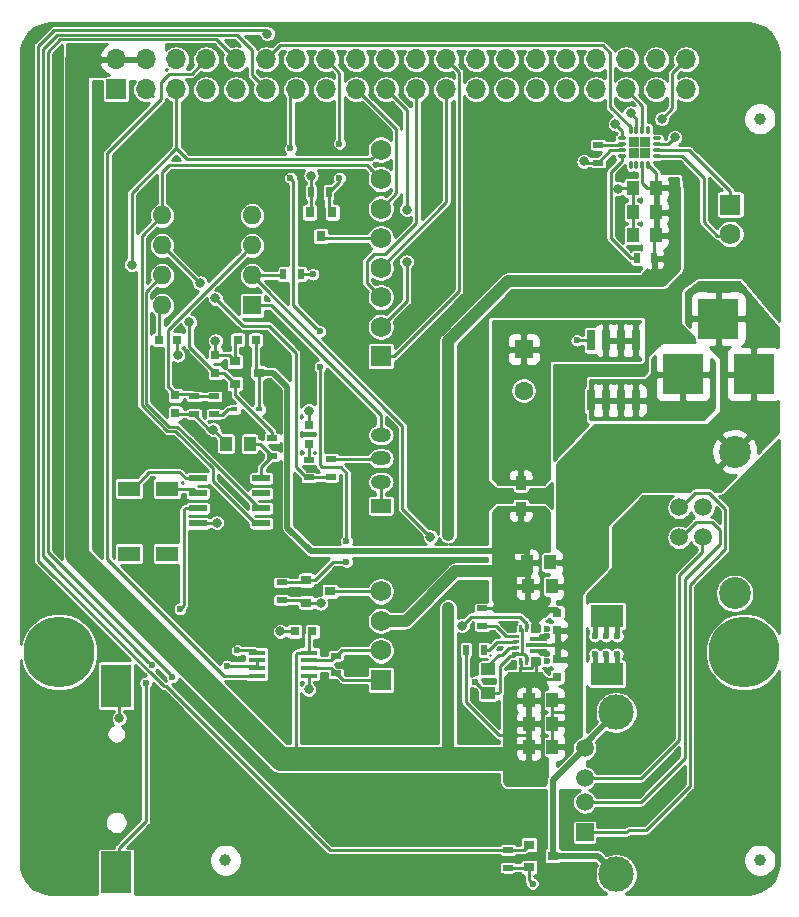
<source format=gbr>
G04 #@! TF.GenerationSoftware,KiCad,Pcbnew,5.1.2-f72e74a~84~ubuntu18.04.1*
G04 #@! TF.CreationDate,2019-05-05T15:24:06+12:00*
G04 #@! TF.ProjectId,pi-hat,70692d68-6174-42e6-9b69-6361645f7063,rev?*
G04 #@! TF.SameCoordinates,Original*
G04 #@! TF.FileFunction,Copper,L1,Top*
G04 #@! TF.FilePolarity,Positive*
%FSLAX46Y46*%
G04 Gerber Fmt 4.6, Leading zero omitted, Abs format (unit mm)*
G04 Created by KiCad (PCBNEW 5.1.2-f72e74a~84~ubuntu18.04.1) date 2019-05-05 15:24:06*
%MOMM*%
%LPD*%
G04 APERTURE LIST*
%ADD10R,0.900000X1.200000*%
%ADD11C,1.500000*%
%ADD12R,1.500000X1.500000*%
%ADD13C,3.000000*%
%ADD14R,0.720000X1.780000*%
%ADD15R,2.800000X1.900000*%
%ADD16C,0.100000*%
%ADD17C,0.350000*%
%ADD18C,0.700000*%
%ADD19C,0.250000*%
%ADD20R,0.900000X0.900000*%
%ADD21O,0.300000X0.750000*%
%ADD22O,0.750000X0.300000*%
%ADD23R,3.500000X3.500000*%
%ADD24O,1.700000X1.700000*%
%ADD25R,1.700000X1.700000*%
%ADD26C,1.750000*%
%ADD27R,1.750000X1.750000*%
%ADD28C,1.520000*%
%ADD29C,2.700000*%
%ADD30R,2.600000X3.540000*%
%ADD31R,2.600000X3.660000*%
%ADD32R,0.750000X0.800000*%
%ADD33R,1.000000X1.250000*%
%ADD34R,0.800000X0.750000*%
%ADD35R,1.250000X1.000000*%
%ADD36R,0.600000X0.450000*%
%ADD37R,0.800000X0.800000*%
%ADD38R,0.900000X0.500000*%
%ADD39R,0.500000X0.900000*%
%ADD40R,1.450000X0.450000*%
%ADD41R,0.900000X0.800000*%
%ADD42R,1.600000X1.600000*%
%ADD43O,1.600000X1.600000*%
%ADD44R,1.550000X0.600000*%
%ADD45R,1.900000X1.300000*%
%ADD46C,6.000000*%
%ADD47R,0.800000X0.900000*%
%ADD48R,1.700000X1.200000*%
%ADD49O,1.700000X1.200000*%
%ADD50C,1.000000*%
%ADD51C,1.600000*%
%ADD52C,0.800000*%
%ADD53C,0.600000*%
%ADD54C,0.250000*%
%ADD55C,0.400000*%
%ADD56C,1.000000*%
%ADD57C,2.000000*%
%ADD58C,0.350000*%
%ADD59C,0.500000*%
%ADD60C,0.254000*%
G04 APERTURE END LIST*
D10*
X142750000Y-140500000D03*
X142750000Y-138300000D03*
D11*
X148160000Y-160790000D03*
X148160000Y-163330000D03*
X148160000Y-165360000D03*
D12*
X148160000Y-167900000D03*
D13*
X150830000Y-157740000D03*
X150830000Y-171460000D03*
D14*
X152500000Y-126250000D03*
X151230000Y-126250000D03*
X149960000Y-126250000D03*
X148690000Y-126250000D03*
X148690000Y-131330000D03*
X149960000Y-131330000D03*
X151230000Y-131330000D03*
X152500000Y-131330000D03*
D15*
X150035568Y-149579229D03*
X150035568Y-154479229D03*
D16*
G36*
X144918929Y-152362565D02*
G01*
X144925724Y-152363573D01*
X144932388Y-152365242D01*
X144938856Y-152367556D01*
X144945066Y-152370494D01*
X144950958Y-152374025D01*
X144956476Y-152378117D01*
X144961565Y-152382731D01*
X144966179Y-152387820D01*
X144970271Y-152393338D01*
X144973802Y-152399230D01*
X144976740Y-152405440D01*
X144979054Y-152411908D01*
X144980723Y-152418572D01*
X144981731Y-152425367D01*
X144982068Y-152432228D01*
X144982068Y-152642228D01*
X144981731Y-152649089D01*
X144980723Y-152655884D01*
X144979054Y-152662548D01*
X144976740Y-152669016D01*
X144973802Y-152675226D01*
X144970271Y-152681118D01*
X144966179Y-152686636D01*
X144961565Y-152691725D01*
X144956476Y-152696339D01*
X144950958Y-152700431D01*
X144945066Y-152703962D01*
X144938856Y-152706900D01*
X144932388Y-152709214D01*
X144925724Y-152710883D01*
X144918929Y-152711891D01*
X144912068Y-152712228D01*
X143602068Y-152712228D01*
X143595207Y-152711891D01*
X143588412Y-152710883D01*
X143581748Y-152709214D01*
X143575280Y-152706900D01*
X143569070Y-152703962D01*
X143563178Y-152700431D01*
X143557660Y-152696339D01*
X143552571Y-152691725D01*
X143547957Y-152686636D01*
X143543865Y-152681118D01*
X143540334Y-152675226D01*
X143537396Y-152669016D01*
X143535082Y-152662548D01*
X143533413Y-152655884D01*
X143532405Y-152649089D01*
X143532068Y-152642228D01*
X143532068Y-152432228D01*
X143532405Y-152425367D01*
X143533413Y-152418572D01*
X143535082Y-152411908D01*
X143537396Y-152405440D01*
X143540334Y-152399230D01*
X143543865Y-152393338D01*
X143547957Y-152387820D01*
X143552571Y-152382731D01*
X143557660Y-152378117D01*
X143563178Y-152374025D01*
X143569070Y-152370494D01*
X143575280Y-152367556D01*
X143581748Y-152365242D01*
X143588412Y-152363573D01*
X143595207Y-152362565D01*
X143602068Y-152362228D01*
X144912068Y-152362228D01*
X144918929Y-152362565D01*
X144918929Y-152362565D01*
G37*
D17*
X144257068Y-152537228D03*
D16*
G36*
X144387240Y-150287467D02*
G01*
X144392065Y-150288183D01*
X144396796Y-150289368D01*
X144401388Y-150291011D01*
X144405797Y-150293096D01*
X144409980Y-150295604D01*
X144413898Y-150298509D01*
X144417511Y-150301785D01*
X144420787Y-150305398D01*
X144423692Y-150309316D01*
X144426200Y-150313499D01*
X144428285Y-150317908D01*
X144429928Y-150322500D01*
X144431113Y-150327231D01*
X144431829Y-150332056D01*
X144432068Y-150336927D01*
X144432068Y-150937529D01*
X144431829Y-150942400D01*
X144431113Y-150947225D01*
X144429928Y-150951956D01*
X144428285Y-150956548D01*
X144426200Y-150960957D01*
X144423692Y-150965140D01*
X144420787Y-150969058D01*
X144417511Y-150972671D01*
X144413898Y-150975947D01*
X144409980Y-150978852D01*
X144405797Y-150981360D01*
X144401388Y-150983445D01*
X144396796Y-150985088D01*
X144392065Y-150986273D01*
X144387240Y-150986989D01*
X144382369Y-150987228D01*
X143631767Y-150987228D01*
X143626896Y-150986989D01*
X143622071Y-150986273D01*
X143617340Y-150985088D01*
X143612748Y-150983445D01*
X143608339Y-150981360D01*
X143604156Y-150978852D01*
X143600238Y-150975947D01*
X143596625Y-150972671D01*
X143593349Y-150969058D01*
X143590444Y-150965140D01*
X143587936Y-150960957D01*
X143585851Y-150956548D01*
X143584208Y-150951956D01*
X143583023Y-150947225D01*
X143582307Y-150942400D01*
X143582068Y-150937529D01*
X143582068Y-150336927D01*
X143582307Y-150332056D01*
X143583023Y-150327231D01*
X143584208Y-150322500D01*
X143585851Y-150317908D01*
X143587936Y-150313499D01*
X143590444Y-150309316D01*
X143593349Y-150305398D01*
X143596625Y-150301785D01*
X143600238Y-150298509D01*
X143604156Y-150295604D01*
X143608339Y-150293096D01*
X143612748Y-150291011D01*
X143617340Y-150289368D01*
X143622071Y-150288183D01*
X143626896Y-150287467D01*
X143631767Y-150287228D01*
X144382369Y-150287228D01*
X144387240Y-150287467D01*
X144387240Y-150287467D01*
G37*
D18*
X144007068Y-150637228D03*
D16*
G36*
X144387240Y-153087467D02*
G01*
X144392065Y-153088183D01*
X144396796Y-153089368D01*
X144401388Y-153091011D01*
X144405797Y-153093096D01*
X144409980Y-153095604D01*
X144413898Y-153098509D01*
X144417511Y-153101785D01*
X144420787Y-153105398D01*
X144423692Y-153109316D01*
X144426200Y-153113499D01*
X144428285Y-153117908D01*
X144429928Y-153122500D01*
X144431113Y-153127231D01*
X144431829Y-153132056D01*
X144432068Y-153136927D01*
X144432068Y-153737529D01*
X144431829Y-153742400D01*
X144431113Y-153747225D01*
X144429928Y-153751956D01*
X144428285Y-153756548D01*
X144426200Y-153760957D01*
X144423692Y-153765140D01*
X144420787Y-153769058D01*
X144417511Y-153772671D01*
X144413898Y-153775947D01*
X144409980Y-153778852D01*
X144405797Y-153781360D01*
X144401388Y-153783445D01*
X144396796Y-153785088D01*
X144392065Y-153786273D01*
X144387240Y-153786989D01*
X144382369Y-153787228D01*
X143631767Y-153787228D01*
X143626896Y-153786989D01*
X143622071Y-153786273D01*
X143617340Y-153785088D01*
X143612748Y-153783445D01*
X143608339Y-153781360D01*
X143604156Y-153778852D01*
X143600238Y-153775947D01*
X143596625Y-153772671D01*
X143593349Y-153769058D01*
X143590444Y-153765140D01*
X143587936Y-153760957D01*
X143585851Y-153756548D01*
X143584208Y-153751956D01*
X143583023Y-153747225D01*
X143582307Y-153742400D01*
X143582068Y-153737529D01*
X143582068Y-153136927D01*
X143582307Y-153132056D01*
X143583023Y-153127231D01*
X143584208Y-153122500D01*
X143585851Y-153117908D01*
X143587936Y-153113499D01*
X143590444Y-153109316D01*
X143593349Y-153105398D01*
X143596625Y-153101785D01*
X143600238Y-153098509D01*
X143604156Y-153095604D01*
X143608339Y-153093096D01*
X143612748Y-153091011D01*
X143617340Y-153089368D01*
X143622071Y-153088183D01*
X143626896Y-153087467D01*
X143631767Y-153087228D01*
X144382369Y-153087228D01*
X144387240Y-153087467D01*
X144387240Y-153087467D01*
G37*
D18*
X144007068Y-153437228D03*
D16*
G36*
X142836969Y-150337469D02*
G01*
X142841823Y-150338189D01*
X142846582Y-150339381D01*
X142851202Y-150341034D01*
X142855638Y-150343132D01*
X142859847Y-150345655D01*
X142863788Y-150348577D01*
X142867423Y-150351873D01*
X142870719Y-150355508D01*
X142873641Y-150359449D01*
X142876164Y-150363658D01*
X142878262Y-150368094D01*
X142879915Y-150372714D01*
X142881107Y-150377473D01*
X142881827Y-150382327D01*
X142882068Y-150387228D01*
X142882068Y-150887228D01*
X142881827Y-150892129D01*
X142881107Y-150896983D01*
X142879915Y-150901742D01*
X142878262Y-150906362D01*
X142876164Y-150910798D01*
X142873641Y-150915007D01*
X142870719Y-150918948D01*
X142867423Y-150922583D01*
X142863788Y-150925879D01*
X142859847Y-150928801D01*
X142855638Y-150931324D01*
X142851202Y-150933422D01*
X142846582Y-150935075D01*
X142841823Y-150936267D01*
X142836969Y-150936987D01*
X142832068Y-150937228D01*
X142682068Y-150937228D01*
X142677167Y-150936987D01*
X142672313Y-150936267D01*
X142667554Y-150935075D01*
X142662934Y-150933422D01*
X142658498Y-150931324D01*
X142654289Y-150928801D01*
X142650348Y-150925879D01*
X142646713Y-150922583D01*
X142643417Y-150918948D01*
X142640495Y-150915007D01*
X142637972Y-150910798D01*
X142635874Y-150906362D01*
X142634221Y-150901742D01*
X142633029Y-150896983D01*
X142632309Y-150892129D01*
X142632068Y-150887228D01*
X142632068Y-150387228D01*
X142632309Y-150382327D01*
X142633029Y-150377473D01*
X142634221Y-150372714D01*
X142635874Y-150368094D01*
X142637972Y-150363658D01*
X142640495Y-150359449D01*
X142643417Y-150355508D01*
X142646713Y-150351873D01*
X142650348Y-150348577D01*
X142654289Y-150345655D01*
X142658498Y-150343132D01*
X142662934Y-150341034D01*
X142667554Y-150339381D01*
X142672313Y-150338189D01*
X142677167Y-150337469D01*
X142682068Y-150337228D01*
X142832068Y-150337228D01*
X142836969Y-150337469D01*
X142836969Y-150337469D01*
G37*
D19*
X142757068Y-150637228D03*
D16*
G36*
X143336969Y-150337469D02*
G01*
X143341823Y-150338189D01*
X143346582Y-150339381D01*
X143351202Y-150341034D01*
X143355638Y-150343132D01*
X143359847Y-150345655D01*
X143363788Y-150348577D01*
X143367423Y-150351873D01*
X143370719Y-150355508D01*
X143373641Y-150359449D01*
X143376164Y-150363658D01*
X143378262Y-150368094D01*
X143379915Y-150372714D01*
X143381107Y-150377473D01*
X143381827Y-150382327D01*
X143382068Y-150387228D01*
X143382068Y-150887228D01*
X143381827Y-150892129D01*
X143381107Y-150896983D01*
X143379915Y-150901742D01*
X143378262Y-150906362D01*
X143376164Y-150910798D01*
X143373641Y-150915007D01*
X143370719Y-150918948D01*
X143367423Y-150922583D01*
X143363788Y-150925879D01*
X143359847Y-150928801D01*
X143355638Y-150931324D01*
X143351202Y-150933422D01*
X143346582Y-150935075D01*
X143341823Y-150936267D01*
X143336969Y-150936987D01*
X143332068Y-150937228D01*
X143182068Y-150937228D01*
X143177167Y-150936987D01*
X143172313Y-150936267D01*
X143167554Y-150935075D01*
X143162934Y-150933422D01*
X143158498Y-150931324D01*
X143154289Y-150928801D01*
X143150348Y-150925879D01*
X143146713Y-150922583D01*
X143143417Y-150918948D01*
X143140495Y-150915007D01*
X143137972Y-150910798D01*
X143135874Y-150906362D01*
X143134221Y-150901742D01*
X143133029Y-150896983D01*
X143132309Y-150892129D01*
X143132068Y-150887228D01*
X143132068Y-150387228D01*
X143132309Y-150382327D01*
X143133029Y-150377473D01*
X143134221Y-150372714D01*
X143135874Y-150368094D01*
X143137972Y-150363658D01*
X143140495Y-150359449D01*
X143143417Y-150355508D01*
X143146713Y-150351873D01*
X143150348Y-150348577D01*
X143154289Y-150345655D01*
X143158498Y-150343132D01*
X143162934Y-150341034D01*
X143167554Y-150339381D01*
X143172313Y-150338189D01*
X143177167Y-150337469D01*
X143182068Y-150337228D01*
X143332068Y-150337228D01*
X143336969Y-150337469D01*
X143336969Y-150337469D01*
G37*
D19*
X143257068Y-150637228D03*
D16*
G36*
X144918929Y-151362565D02*
G01*
X144925724Y-151363573D01*
X144932388Y-151365242D01*
X144938856Y-151367556D01*
X144945066Y-151370494D01*
X144950958Y-151374025D01*
X144956476Y-151378117D01*
X144961565Y-151382731D01*
X144966179Y-151387820D01*
X144970271Y-151393338D01*
X144973802Y-151399230D01*
X144976740Y-151405440D01*
X144979054Y-151411908D01*
X144980723Y-151418572D01*
X144981731Y-151425367D01*
X144982068Y-151432228D01*
X144982068Y-151642228D01*
X144981731Y-151649089D01*
X144980723Y-151655884D01*
X144979054Y-151662548D01*
X144976740Y-151669016D01*
X144973802Y-151675226D01*
X144970271Y-151681118D01*
X144966179Y-151686636D01*
X144961565Y-151691725D01*
X144956476Y-151696339D01*
X144950958Y-151700431D01*
X144945066Y-151703962D01*
X144938856Y-151706900D01*
X144932388Y-151709214D01*
X144925724Y-151710883D01*
X144918929Y-151711891D01*
X144912068Y-151712228D01*
X143602068Y-151712228D01*
X143595207Y-151711891D01*
X143588412Y-151710883D01*
X143581748Y-151709214D01*
X143575280Y-151706900D01*
X143569070Y-151703962D01*
X143563178Y-151700431D01*
X143557660Y-151696339D01*
X143552571Y-151691725D01*
X143547957Y-151686636D01*
X143543865Y-151681118D01*
X143540334Y-151675226D01*
X143537396Y-151669016D01*
X143535082Y-151662548D01*
X143533413Y-151655884D01*
X143532405Y-151649089D01*
X143532068Y-151642228D01*
X143532068Y-151432228D01*
X143532405Y-151425367D01*
X143533413Y-151418572D01*
X143535082Y-151411908D01*
X143537396Y-151405440D01*
X143540334Y-151399230D01*
X143543865Y-151393338D01*
X143547957Y-151387820D01*
X143552571Y-151382731D01*
X143557660Y-151378117D01*
X143563178Y-151374025D01*
X143569070Y-151370494D01*
X143575280Y-151367556D01*
X143581748Y-151365242D01*
X143588412Y-151363573D01*
X143595207Y-151362565D01*
X143602068Y-151362228D01*
X144912068Y-151362228D01*
X144918929Y-151362565D01*
X144918929Y-151362565D01*
G37*
D17*
X144257068Y-151537228D03*
D16*
G36*
X144918929Y-151862565D02*
G01*
X144925724Y-151863573D01*
X144932388Y-151865242D01*
X144938856Y-151867556D01*
X144945066Y-151870494D01*
X144950958Y-151874025D01*
X144956476Y-151878117D01*
X144961565Y-151882731D01*
X144966179Y-151887820D01*
X144970271Y-151893338D01*
X144973802Y-151899230D01*
X144976740Y-151905440D01*
X144979054Y-151911908D01*
X144980723Y-151918572D01*
X144981731Y-151925367D01*
X144982068Y-151932228D01*
X144982068Y-152142228D01*
X144981731Y-152149089D01*
X144980723Y-152155884D01*
X144979054Y-152162548D01*
X144976740Y-152169016D01*
X144973802Y-152175226D01*
X144970271Y-152181118D01*
X144966179Y-152186636D01*
X144961565Y-152191725D01*
X144956476Y-152196339D01*
X144950958Y-152200431D01*
X144945066Y-152203962D01*
X144938856Y-152206900D01*
X144932388Y-152209214D01*
X144925724Y-152210883D01*
X144918929Y-152211891D01*
X144912068Y-152212228D01*
X143252068Y-152212228D01*
X143245207Y-152211891D01*
X143238412Y-152210883D01*
X143231748Y-152209214D01*
X143225280Y-152206900D01*
X143219070Y-152203962D01*
X143213178Y-152200431D01*
X143207660Y-152196339D01*
X143202571Y-152191725D01*
X143197957Y-152186636D01*
X143193865Y-152181118D01*
X143190334Y-152175226D01*
X143187396Y-152169016D01*
X143185082Y-152162548D01*
X143183413Y-152155884D01*
X143182405Y-152149089D01*
X143182068Y-152142228D01*
X143182068Y-151932228D01*
X143182405Y-151925367D01*
X143183413Y-151918572D01*
X143185082Y-151911908D01*
X143187396Y-151905440D01*
X143190334Y-151899230D01*
X143193865Y-151893338D01*
X143197957Y-151887820D01*
X143202571Y-151882731D01*
X143207660Y-151878117D01*
X143213178Y-151874025D01*
X143219070Y-151870494D01*
X143225280Y-151867556D01*
X143231748Y-151865242D01*
X143238412Y-151863573D01*
X143245207Y-151862565D01*
X143252068Y-151862228D01*
X144912068Y-151862228D01*
X144918929Y-151862565D01*
X144918929Y-151862565D01*
G37*
D17*
X144082068Y-152037228D03*
D16*
G36*
X143336969Y-153137469D02*
G01*
X143341823Y-153138189D01*
X143346582Y-153139381D01*
X143351202Y-153141034D01*
X143355638Y-153143132D01*
X143359847Y-153145655D01*
X143363788Y-153148577D01*
X143367423Y-153151873D01*
X143370719Y-153155508D01*
X143373641Y-153159449D01*
X143376164Y-153163658D01*
X143378262Y-153168094D01*
X143379915Y-153172714D01*
X143381107Y-153177473D01*
X143381827Y-153182327D01*
X143382068Y-153187228D01*
X143382068Y-153687228D01*
X143381827Y-153692129D01*
X143381107Y-153696983D01*
X143379915Y-153701742D01*
X143378262Y-153706362D01*
X143376164Y-153710798D01*
X143373641Y-153715007D01*
X143370719Y-153718948D01*
X143367423Y-153722583D01*
X143363788Y-153725879D01*
X143359847Y-153728801D01*
X143355638Y-153731324D01*
X143351202Y-153733422D01*
X143346582Y-153735075D01*
X143341823Y-153736267D01*
X143336969Y-153736987D01*
X143332068Y-153737228D01*
X143182068Y-153737228D01*
X143177167Y-153736987D01*
X143172313Y-153736267D01*
X143167554Y-153735075D01*
X143162934Y-153733422D01*
X143158498Y-153731324D01*
X143154289Y-153728801D01*
X143150348Y-153725879D01*
X143146713Y-153722583D01*
X143143417Y-153718948D01*
X143140495Y-153715007D01*
X143137972Y-153710798D01*
X143135874Y-153706362D01*
X143134221Y-153701742D01*
X143133029Y-153696983D01*
X143132309Y-153692129D01*
X143132068Y-153687228D01*
X143132068Y-153187228D01*
X143132309Y-153182327D01*
X143133029Y-153177473D01*
X143134221Y-153172714D01*
X143135874Y-153168094D01*
X143137972Y-153163658D01*
X143140495Y-153159449D01*
X143143417Y-153155508D01*
X143146713Y-153151873D01*
X143150348Y-153148577D01*
X143154289Y-153145655D01*
X143158498Y-153143132D01*
X143162934Y-153141034D01*
X143167554Y-153139381D01*
X143172313Y-153138189D01*
X143177167Y-153137469D01*
X143182068Y-153137228D01*
X143332068Y-153137228D01*
X143336969Y-153137469D01*
X143336969Y-153137469D01*
G37*
D19*
X143257068Y-153437228D03*
D16*
G36*
X142836969Y-153137469D02*
G01*
X142841823Y-153138189D01*
X142846582Y-153139381D01*
X142851202Y-153141034D01*
X142855638Y-153143132D01*
X142859847Y-153145655D01*
X142863788Y-153148577D01*
X142867423Y-153151873D01*
X142870719Y-153155508D01*
X142873641Y-153159449D01*
X142876164Y-153163658D01*
X142878262Y-153168094D01*
X142879915Y-153172714D01*
X142881107Y-153177473D01*
X142881827Y-153182327D01*
X142882068Y-153187228D01*
X142882068Y-153687228D01*
X142881827Y-153692129D01*
X142881107Y-153696983D01*
X142879915Y-153701742D01*
X142878262Y-153706362D01*
X142876164Y-153710798D01*
X142873641Y-153715007D01*
X142870719Y-153718948D01*
X142867423Y-153722583D01*
X142863788Y-153725879D01*
X142859847Y-153728801D01*
X142855638Y-153731324D01*
X142851202Y-153733422D01*
X142846582Y-153735075D01*
X142841823Y-153736267D01*
X142836969Y-153736987D01*
X142832068Y-153737228D01*
X142682068Y-153737228D01*
X142677167Y-153736987D01*
X142672313Y-153736267D01*
X142667554Y-153735075D01*
X142662934Y-153733422D01*
X142658498Y-153731324D01*
X142654289Y-153728801D01*
X142650348Y-153725879D01*
X142646713Y-153722583D01*
X142643417Y-153718948D01*
X142640495Y-153715007D01*
X142637972Y-153710798D01*
X142635874Y-153706362D01*
X142634221Y-153701742D01*
X142633029Y-153696983D01*
X142632309Y-153692129D01*
X142632068Y-153687228D01*
X142632068Y-153187228D01*
X142632309Y-153182327D01*
X142633029Y-153177473D01*
X142634221Y-153172714D01*
X142635874Y-153168094D01*
X142637972Y-153163658D01*
X142640495Y-153159449D01*
X142643417Y-153155508D01*
X142646713Y-153151873D01*
X142650348Y-153148577D01*
X142654289Y-153145655D01*
X142658498Y-153143132D01*
X142662934Y-153141034D01*
X142667554Y-153139381D01*
X142672313Y-153138189D01*
X142677167Y-153137469D01*
X142682068Y-153137228D01*
X142832068Y-153137228D01*
X142836969Y-153137469D01*
X142836969Y-153137469D01*
G37*
D19*
X142757068Y-153437228D03*
D16*
G36*
X142586969Y-152662469D02*
G01*
X142591823Y-152663189D01*
X142596582Y-152664381D01*
X142601202Y-152666034D01*
X142605638Y-152668132D01*
X142609847Y-152670655D01*
X142613788Y-152673577D01*
X142617423Y-152676873D01*
X142620719Y-152680508D01*
X142623641Y-152684449D01*
X142626164Y-152688658D01*
X142628262Y-152693094D01*
X142629915Y-152697714D01*
X142631107Y-152702473D01*
X142631827Y-152707327D01*
X142632068Y-152712228D01*
X142632068Y-152862228D01*
X142631827Y-152867129D01*
X142631107Y-152871983D01*
X142629915Y-152876742D01*
X142628262Y-152881362D01*
X142626164Y-152885798D01*
X142623641Y-152890007D01*
X142620719Y-152893948D01*
X142617423Y-152897583D01*
X142613788Y-152900879D01*
X142609847Y-152903801D01*
X142605638Y-152906324D01*
X142601202Y-152908422D01*
X142596582Y-152910075D01*
X142591823Y-152911267D01*
X142586969Y-152911987D01*
X142582068Y-152912228D01*
X142082068Y-152912228D01*
X142077167Y-152911987D01*
X142072313Y-152911267D01*
X142067554Y-152910075D01*
X142062934Y-152908422D01*
X142058498Y-152906324D01*
X142054289Y-152903801D01*
X142050348Y-152900879D01*
X142046713Y-152897583D01*
X142043417Y-152893948D01*
X142040495Y-152890007D01*
X142037972Y-152885798D01*
X142035874Y-152881362D01*
X142034221Y-152876742D01*
X142033029Y-152871983D01*
X142032309Y-152867129D01*
X142032068Y-152862228D01*
X142032068Y-152712228D01*
X142032309Y-152707327D01*
X142033029Y-152702473D01*
X142034221Y-152697714D01*
X142035874Y-152693094D01*
X142037972Y-152688658D01*
X142040495Y-152684449D01*
X142043417Y-152680508D01*
X142046713Y-152676873D01*
X142050348Y-152673577D01*
X142054289Y-152670655D01*
X142058498Y-152668132D01*
X142062934Y-152666034D01*
X142067554Y-152664381D01*
X142072313Y-152663189D01*
X142077167Y-152662469D01*
X142082068Y-152662228D01*
X142582068Y-152662228D01*
X142586969Y-152662469D01*
X142586969Y-152662469D01*
G37*
D19*
X142332068Y-152787228D03*
D16*
G36*
X142586969Y-152162469D02*
G01*
X142591823Y-152163189D01*
X142596582Y-152164381D01*
X142601202Y-152166034D01*
X142605638Y-152168132D01*
X142609847Y-152170655D01*
X142613788Y-152173577D01*
X142617423Y-152176873D01*
X142620719Y-152180508D01*
X142623641Y-152184449D01*
X142626164Y-152188658D01*
X142628262Y-152193094D01*
X142629915Y-152197714D01*
X142631107Y-152202473D01*
X142631827Y-152207327D01*
X142632068Y-152212228D01*
X142632068Y-152362228D01*
X142631827Y-152367129D01*
X142631107Y-152371983D01*
X142629915Y-152376742D01*
X142628262Y-152381362D01*
X142626164Y-152385798D01*
X142623641Y-152390007D01*
X142620719Y-152393948D01*
X142617423Y-152397583D01*
X142613788Y-152400879D01*
X142609847Y-152403801D01*
X142605638Y-152406324D01*
X142601202Y-152408422D01*
X142596582Y-152410075D01*
X142591823Y-152411267D01*
X142586969Y-152411987D01*
X142582068Y-152412228D01*
X142082068Y-152412228D01*
X142077167Y-152411987D01*
X142072313Y-152411267D01*
X142067554Y-152410075D01*
X142062934Y-152408422D01*
X142058498Y-152406324D01*
X142054289Y-152403801D01*
X142050348Y-152400879D01*
X142046713Y-152397583D01*
X142043417Y-152393948D01*
X142040495Y-152390007D01*
X142037972Y-152385798D01*
X142035874Y-152381362D01*
X142034221Y-152376742D01*
X142033029Y-152371983D01*
X142032309Y-152367129D01*
X142032068Y-152362228D01*
X142032068Y-152212228D01*
X142032309Y-152207327D01*
X142033029Y-152202473D01*
X142034221Y-152197714D01*
X142035874Y-152193094D01*
X142037972Y-152188658D01*
X142040495Y-152184449D01*
X142043417Y-152180508D01*
X142046713Y-152176873D01*
X142050348Y-152173577D01*
X142054289Y-152170655D01*
X142058498Y-152168132D01*
X142062934Y-152166034D01*
X142067554Y-152164381D01*
X142072313Y-152163189D01*
X142077167Y-152162469D01*
X142082068Y-152162228D01*
X142582068Y-152162228D01*
X142586969Y-152162469D01*
X142586969Y-152162469D01*
G37*
D19*
X142332068Y-152287228D03*
D16*
G36*
X142586969Y-151662469D02*
G01*
X142591823Y-151663189D01*
X142596582Y-151664381D01*
X142601202Y-151666034D01*
X142605638Y-151668132D01*
X142609847Y-151670655D01*
X142613788Y-151673577D01*
X142617423Y-151676873D01*
X142620719Y-151680508D01*
X142623641Y-151684449D01*
X142626164Y-151688658D01*
X142628262Y-151693094D01*
X142629915Y-151697714D01*
X142631107Y-151702473D01*
X142631827Y-151707327D01*
X142632068Y-151712228D01*
X142632068Y-151862228D01*
X142631827Y-151867129D01*
X142631107Y-151871983D01*
X142629915Y-151876742D01*
X142628262Y-151881362D01*
X142626164Y-151885798D01*
X142623641Y-151890007D01*
X142620719Y-151893948D01*
X142617423Y-151897583D01*
X142613788Y-151900879D01*
X142609847Y-151903801D01*
X142605638Y-151906324D01*
X142601202Y-151908422D01*
X142596582Y-151910075D01*
X142591823Y-151911267D01*
X142586969Y-151911987D01*
X142582068Y-151912228D01*
X142082068Y-151912228D01*
X142077167Y-151911987D01*
X142072313Y-151911267D01*
X142067554Y-151910075D01*
X142062934Y-151908422D01*
X142058498Y-151906324D01*
X142054289Y-151903801D01*
X142050348Y-151900879D01*
X142046713Y-151897583D01*
X142043417Y-151893948D01*
X142040495Y-151890007D01*
X142037972Y-151885798D01*
X142035874Y-151881362D01*
X142034221Y-151876742D01*
X142033029Y-151871983D01*
X142032309Y-151867129D01*
X142032068Y-151862228D01*
X142032068Y-151712228D01*
X142032309Y-151707327D01*
X142033029Y-151702473D01*
X142034221Y-151697714D01*
X142035874Y-151693094D01*
X142037972Y-151688658D01*
X142040495Y-151684449D01*
X142043417Y-151680508D01*
X142046713Y-151676873D01*
X142050348Y-151673577D01*
X142054289Y-151670655D01*
X142058498Y-151668132D01*
X142062934Y-151666034D01*
X142067554Y-151664381D01*
X142072313Y-151663189D01*
X142077167Y-151662469D01*
X142082068Y-151662228D01*
X142582068Y-151662228D01*
X142586969Y-151662469D01*
X142586969Y-151662469D01*
G37*
D19*
X142332068Y-151787228D03*
D16*
G36*
X142586969Y-151162469D02*
G01*
X142591823Y-151163189D01*
X142596582Y-151164381D01*
X142601202Y-151166034D01*
X142605638Y-151168132D01*
X142609847Y-151170655D01*
X142613788Y-151173577D01*
X142617423Y-151176873D01*
X142620719Y-151180508D01*
X142623641Y-151184449D01*
X142626164Y-151188658D01*
X142628262Y-151193094D01*
X142629915Y-151197714D01*
X142631107Y-151202473D01*
X142631827Y-151207327D01*
X142632068Y-151212228D01*
X142632068Y-151362228D01*
X142631827Y-151367129D01*
X142631107Y-151371983D01*
X142629915Y-151376742D01*
X142628262Y-151381362D01*
X142626164Y-151385798D01*
X142623641Y-151390007D01*
X142620719Y-151393948D01*
X142617423Y-151397583D01*
X142613788Y-151400879D01*
X142609847Y-151403801D01*
X142605638Y-151406324D01*
X142601202Y-151408422D01*
X142596582Y-151410075D01*
X142591823Y-151411267D01*
X142586969Y-151411987D01*
X142582068Y-151412228D01*
X142082068Y-151412228D01*
X142077167Y-151411987D01*
X142072313Y-151411267D01*
X142067554Y-151410075D01*
X142062934Y-151408422D01*
X142058498Y-151406324D01*
X142054289Y-151403801D01*
X142050348Y-151400879D01*
X142046713Y-151397583D01*
X142043417Y-151393948D01*
X142040495Y-151390007D01*
X142037972Y-151385798D01*
X142035874Y-151381362D01*
X142034221Y-151376742D01*
X142033029Y-151371983D01*
X142032309Y-151367129D01*
X142032068Y-151362228D01*
X142032068Y-151212228D01*
X142032309Y-151207327D01*
X142033029Y-151202473D01*
X142034221Y-151197714D01*
X142035874Y-151193094D01*
X142037972Y-151188658D01*
X142040495Y-151184449D01*
X142043417Y-151180508D01*
X142046713Y-151176873D01*
X142050348Y-151173577D01*
X142054289Y-151170655D01*
X142058498Y-151168132D01*
X142062934Y-151166034D01*
X142067554Y-151164381D01*
X142072313Y-151163189D01*
X142077167Y-151162469D01*
X142082068Y-151162228D01*
X142582068Y-151162228D01*
X142586969Y-151162469D01*
X142586969Y-151162469D01*
G37*
D19*
X142332068Y-151287228D03*
D20*
X152350000Y-109450000D03*
X152350000Y-110350000D03*
X153250000Y-109450000D03*
X153250000Y-110350000D03*
D21*
X152050000Y-108425000D03*
X152550000Y-108425000D03*
X153050000Y-108425000D03*
X153550000Y-108425000D03*
D22*
X154275000Y-109150000D03*
X154275000Y-109650000D03*
X154275000Y-110150000D03*
X154275000Y-110650000D03*
D21*
X153550000Y-111375000D03*
X153050000Y-111375000D03*
X152550000Y-111375000D03*
X152050000Y-111375000D03*
D22*
X151325000Y-110650000D03*
X151325000Y-110150000D03*
X151325000Y-109650000D03*
X151325000Y-109150000D03*
D23*
X159484000Y-124416000D03*
X162484000Y-129116000D03*
X156484000Y-129116000D03*
D24*
X156760000Y-102460000D03*
X156760000Y-105000000D03*
X154220000Y-102460000D03*
X154220000Y-105000000D03*
X151680000Y-102460000D03*
X151680000Y-105000000D03*
X149140000Y-102460000D03*
X149140000Y-105000000D03*
X146600000Y-102460000D03*
X146600000Y-105000000D03*
X144060000Y-102460000D03*
X144060000Y-105000000D03*
X141520000Y-102460000D03*
X141520000Y-105000000D03*
X138980000Y-102460000D03*
X138980000Y-105000000D03*
X136440000Y-102460000D03*
X136440000Y-105000000D03*
X133900000Y-102460000D03*
X133900000Y-105000000D03*
X131360000Y-102460000D03*
X131360000Y-105000000D03*
X128820000Y-102460000D03*
X128820000Y-105000000D03*
X126280000Y-102460000D03*
X126280000Y-105000000D03*
X123740000Y-102460000D03*
X123740000Y-105000000D03*
X121200000Y-102460000D03*
X121200000Y-105000000D03*
X118660000Y-102460000D03*
X118660000Y-105000000D03*
X116120000Y-102460000D03*
X116120000Y-105000000D03*
X113580000Y-102460000D03*
X113580000Y-105000000D03*
X111040000Y-102460000D03*
X111040000Y-105000000D03*
X108500000Y-102460000D03*
D25*
X108500000Y-105000000D03*
D26*
X130900000Y-110100000D03*
X130900000Y-112600000D03*
X130900000Y-115100000D03*
X130900000Y-117600000D03*
X130900000Y-120100000D03*
X130900000Y-122600000D03*
X130900000Y-125100000D03*
D27*
X130900000Y-127600000D03*
D26*
X130900000Y-147500000D03*
X130900000Y-150000000D03*
X130900000Y-152500000D03*
D27*
X130900000Y-155000000D03*
D28*
X156160000Y-142940000D03*
X156160000Y-140400000D03*
X158160000Y-140400000D03*
X158160000Y-142940000D03*
D29*
X160860000Y-147670000D03*
X160860000Y-135670000D03*
D30*
X108500000Y-171300000D03*
D31*
X108500000Y-155500000D03*
D32*
X113500000Y-132400000D03*
X113500000Y-130900000D03*
D33*
X119800000Y-135000000D03*
X117800000Y-135000000D03*
X154220456Y-115400423D03*
X152220456Y-115400423D03*
X152220456Y-117350423D03*
X154220456Y-117350423D03*
X154220457Y-113350423D03*
X152220457Y-113350423D03*
D34*
X125100000Y-150900000D03*
X123600000Y-150900000D03*
X118800000Y-126200000D03*
X120300000Y-126200000D03*
D32*
X116900000Y-129000000D03*
X116900000Y-127500000D03*
D34*
X113650000Y-126200000D03*
X112150000Y-126200000D03*
D33*
X145427568Y-158703228D03*
X143427568Y-158703228D03*
X143427569Y-156734728D03*
X145427569Y-156734728D03*
X145427569Y-160671728D03*
X143427569Y-160671728D03*
D35*
X140000000Y-156100000D03*
X140000000Y-154100000D03*
D32*
X145844568Y-154747728D03*
X145844568Y-153247728D03*
X145844569Y-150810728D03*
X145844569Y-149310728D03*
D33*
X143364068Y-147078729D03*
X145364068Y-147078729D03*
X145250000Y-145050000D03*
X143250000Y-145050000D03*
D36*
X120600000Y-132100000D03*
X118500000Y-132100000D03*
D37*
X124800000Y-135000000D03*
X124800000Y-133400000D03*
D38*
X116800000Y-131000000D03*
X116800000Y-132500000D03*
X127100000Y-152950000D03*
X127100000Y-154450000D03*
X122500000Y-148250000D03*
X122500000Y-146750000D03*
X115100000Y-131000000D03*
X115100000Y-132500000D03*
X126700000Y-137800000D03*
X126700000Y-136300000D03*
X124800000Y-137850000D03*
X124800000Y-136350000D03*
X149300000Y-111200000D03*
X149300000Y-109700000D03*
D39*
X124981826Y-113724386D03*
X126481826Y-113724386D03*
D38*
X121700000Y-136050000D03*
X121700000Y-134550000D03*
D39*
X152570457Y-119300423D03*
X154070457Y-119300423D03*
D38*
X141660000Y-169400000D03*
X141660000Y-170900000D03*
D39*
X139600000Y-152450000D03*
X138100000Y-152450000D03*
D38*
X139500000Y-148950000D03*
X139500000Y-150450000D03*
D40*
X120400000Y-152700000D03*
X120400000Y-153350000D03*
X120400000Y-154000000D03*
X120400000Y-154650000D03*
X124800000Y-154650000D03*
X124800000Y-154000000D03*
X124800000Y-153350000D03*
X124800000Y-152700000D03*
D41*
X118555001Y-128025001D03*
X118555001Y-129925001D03*
X120555001Y-128975001D03*
D42*
X120000000Y-123300000D03*
D43*
X112380000Y-115680000D03*
X120000000Y-120760000D03*
X112380000Y-118220000D03*
X120000000Y-118220000D03*
X112380000Y-120760000D03*
X120000000Y-115680000D03*
X112380000Y-123300000D03*
D44*
X115400000Y-137930000D03*
X115400000Y-139200000D03*
X115400000Y-140470000D03*
X115400000Y-141740000D03*
X120800000Y-141740000D03*
X120800000Y-140470000D03*
X120800000Y-139200000D03*
X120800000Y-137930000D03*
D45*
X109600000Y-138800000D03*
X109600000Y-144300000D03*
X112800000Y-144300000D03*
X112800000Y-138800000D03*
D46*
X103660000Y-152650000D03*
X161660000Y-152650000D03*
D39*
X122660000Y-120650000D03*
X124160000Y-120650000D03*
D47*
X126781826Y-115424386D03*
X124881826Y-115424386D03*
X125831826Y-117424386D03*
D41*
X124600000Y-146550000D03*
X124600000Y-148450000D03*
X126600000Y-147500000D03*
X145460000Y-169900000D03*
X143460000Y-170850000D03*
X143460000Y-168950000D03*
D48*
X130900000Y-140250000D03*
D49*
X130900000Y-138250000D03*
X130900000Y-136250000D03*
X130900000Y-134250000D03*
D27*
X160500000Y-114750000D03*
D26*
X160500000Y-117250000D03*
D50*
X163000000Y-170250000D03*
X117750000Y-170250000D03*
X163000000Y-107500000D03*
D42*
X143000000Y-127000000D03*
D51*
X143000000Y-130500000D03*
D52*
X136600000Y-148900000D03*
X136600000Y-142700000D03*
X155800000Y-109050000D03*
X152050000Y-107000000D03*
X116700000Y-133800000D03*
X124800000Y-132200000D03*
X113700000Y-127500000D03*
X116900000Y-126300000D03*
X125000000Y-112300000D03*
X125800000Y-148500000D03*
X122400000Y-150900000D03*
X124800000Y-155800000D03*
X117000000Y-141700000D03*
X148100000Y-111100000D03*
X151000000Y-113400000D03*
D53*
X138900000Y-155150000D03*
X143750000Y-172250000D03*
X125160000Y-120650000D03*
D52*
X108750000Y-158250000D03*
D53*
X147500000Y-126250000D03*
D52*
X109800000Y-119849998D03*
X121300000Y-100300000D03*
D53*
X127400000Y-109600000D03*
X127400000Y-112500000D03*
D52*
X133100000Y-119600000D03*
X133100000Y-115200000D03*
X150762347Y-107937653D03*
X154700000Y-107500000D03*
D53*
X144955568Y-150648229D03*
X144947279Y-151291518D03*
X150916278Y-151291518D03*
X149963779Y-151291518D03*
X149011279Y-151291518D03*
X144947279Y-152782938D03*
X144955569Y-153426228D03*
X149011279Y-152782938D03*
X149963779Y-152782938D03*
X150916278Y-152782938D03*
X113900000Y-149000000D03*
X111000000Y-155250000D03*
D52*
X114700000Y-124700000D03*
D53*
X113250000Y-154750000D03*
X118750000Y-152500000D03*
X128000000Y-145000000D03*
X123250000Y-112500000D03*
X123250000Y-110000000D03*
X128000000Y-143250000D03*
X125750000Y-125500000D03*
X125750000Y-128499996D03*
X117900000Y-153800000D03*
X111500000Y-153750000D03*
D52*
X137800000Y-150400000D03*
X135100000Y-142900000D03*
X115600000Y-121400000D03*
X116900000Y-122700000D03*
D54*
X142757068Y-153837228D02*
X142700000Y-153894296D01*
X142700000Y-153894296D02*
X142700000Y-154450000D01*
X142700000Y-154450000D02*
X142994296Y-154450000D01*
X144007068Y-154542932D02*
X144000000Y-154550000D01*
X144007068Y-153437228D02*
X144007068Y-154542932D01*
X144411864Y-154947728D02*
X144007068Y-154542932D01*
X145844568Y-154947728D02*
X144411864Y-154947728D01*
X144007068Y-153437228D02*
X143757068Y-153437228D01*
X143757068Y-153837228D02*
X143757068Y-153437228D01*
X143632058Y-153962238D02*
X143757068Y-153837228D01*
X142882078Y-153962238D02*
X143632058Y-153962238D01*
X142757068Y-153837228D02*
X142882078Y-153962238D01*
X142757068Y-153437228D02*
X142757068Y-153837228D01*
X153050000Y-111375000D02*
X153050000Y-111771765D01*
X153550000Y-111600000D02*
X153550000Y-111375000D01*
D55*
X154420457Y-117400422D02*
X154470456Y-117350423D01*
D54*
X140903228Y-159703228D02*
X143427568Y-159703228D01*
X138100000Y-153200000D02*
X138100000Y-156900000D01*
X138100000Y-156900000D02*
X140903228Y-159703228D01*
X124800000Y-151200000D02*
X125100000Y-150900000D01*
X124800000Y-152700000D02*
X124800000Y-151200000D01*
X154070457Y-117500422D02*
X154220456Y-117350423D01*
X154070457Y-119300423D02*
X154070457Y-117500422D01*
X154220456Y-117350423D02*
X154220456Y-115400423D01*
X154220456Y-113350424D02*
X154220457Y-113350423D01*
X154220456Y-115400423D02*
X154220456Y-113350424D01*
X154220457Y-112045457D02*
X153550000Y-111375000D01*
X154220457Y-113350423D02*
X154220457Y-112045457D01*
X153470457Y-113350423D02*
X154220457Y-113350423D01*
X153050000Y-112929966D02*
X153470457Y-113350423D01*
X153050000Y-111375000D02*
X153050000Y-112929966D01*
D56*
X136600000Y-161671728D02*
X136600000Y-148900000D01*
X136600000Y-142700000D02*
X136600000Y-126300000D01*
X136600000Y-126300000D02*
X141700000Y-121200000D01*
X141700000Y-121200000D02*
X154700000Y-121200000D01*
X154700000Y-121200000D02*
X155800000Y-120100000D01*
X155800000Y-120100000D02*
X155800000Y-113400000D01*
D54*
X123825000Y-152700000D02*
X124800000Y-152700000D01*
X123700000Y-152825000D02*
X123825000Y-152700000D01*
X123700000Y-161671728D02*
X123700000Y-152825000D01*
D57*
X136600000Y-161671728D02*
X123700000Y-161671728D01*
X123700000Y-161671728D02*
X122421728Y-161671728D01*
X105200000Y-144450000D02*
X105200000Y-102500000D01*
X122421728Y-161671728D02*
X105200000Y-144450000D01*
D54*
X138100000Y-153200000D02*
X138100000Y-152450000D01*
D57*
X136600000Y-161671728D02*
X141421728Y-161671728D01*
D55*
X151970457Y-115400422D02*
X151970456Y-115400423D01*
D54*
X155200000Y-109650000D02*
X155800000Y-109050000D01*
X154275000Y-109650000D02*
X155200000Y-109650000D01*
X152550000Y-107500000D02*
X152050000Y-107000000D01*
X152550000Y-108425000D02*
X152550000Y-107500000D01*
D58*
X145479068Y-152037229D02*
X146812569Y-152037229D01*
D55*
X145844569Y-153047728D02*
X145844568Y-152047729D01*
X145844568Y-152047729D02*
X145844569Y-151015728D01*
D56*
X146812569Y-152037229D02*
X147305068Y-152529729D01*
X146812569Y-152037229D02*
X146812569Y-152016228D01*
X146812569Y-152016228D02*
X147368568Y-151460228D01*
X147368569Y-152466228D02*
X147305068Y-152529729D01*
X147368568Y-151460228D02*
X147368569Y-152466228D01*
X147368569Y-152539728D02*
X147368568Y-156921228D01*
D58*
X145614069Y-147078728D02*
X147368569Y-147078728D01*
D56*
X147368569Y-147078728D02*
X147368569Y-145046728D01*
X147368568Y-151460228D02*
X147368569Y-147078728D01*
D58*
X145614069Y-145046728D02*
X147368569Y-145046728D01*
D54*
X142732068Y-152787228D02*
X142332068Y-152787228D01*
X143257068Y-153037228D02*
X143007068Y-152787228D01*
X143257068Y-153437228D02*
X143257068Y-153037228D01*
X142857078Y-152744306D02*
X142900000Y-152787228D01*
X142857078Y-150737238D02*
X142857078Y-152744306D01*
X142757068Y-150637228D02*
X142857078Y-150737238D01*
X143007068Y-152787228D02*
X142900000Y-152787228D01*
X142900000Y-152787228D02*
X142732068Y-152787228D01*
X145082068Y-152037228D02*
X144082068Y-152037228D01*
X145479068Y-152037229D02*
X145082068Y-152037228D01*
X144082068Y-152037228D02*
X143652772Y-152037228D01*
X143652772Y-152037228D02*
X143650000Y-152040000D01*
X143650000Y-152040000D02*
X143650000Y-152060000D01*
X143650000Y-152060000D02*
X143660000Y-152060000D01*
X143660000Y-152060000D02*
X143680000Y-152040000D01*
X143680000Y-152040000D02*
X143690000Y-152050000D01*
X143690000Y-152050000D02*
X144260000Y-152050000D01*
X124981826Y-115124386D02*
X124881826Y-115224386D01*
X124981826Y-113724386D02*
X124981826Y-115124386D01*
X113700000Y-132500000D02*
X113500000Y-132300000D01*
X115100000Y-132500000D02*
X113700000Y-132500000D01*
X118030000Y-127500000D02*
X118555001Y-128025001D01*
X116900000Y-127500000D02*
X118030000Y-127500000D01*
X118555001Y-126444999D02*
X118800000Y-126200000D01*
X118555001Y-128025001D02*
X118555001Y-126444999D01*
X124090000Y-148250000D02*
X124290000Y-148450000D01*
X122500000Y-148250000D02*
X124090000Y-148250000D01*
X117800000Y-135000000D02*
X117800000Y-134900000D01*
X117800000Y-134900000D02*
X116700000Y-133800000D01*
X116400000Y-133800000D02*
X115100000Y-132500000D01*
X116700000Y-133800000D02*
X116400000Y-133800000D01*
X124800000Y-133400000D02*
X124800000Y-132200000D01*
X113650000Y-126200000D02*
X113650000Y-127450000D01*
X113650000Y-127450000D02*
X113700000Y-127500000D01*
X116900000Y-127500000D02*
X116900000Y-126300000D01*
X124981826Y-113724386D02*
X124981826Y-112318174D01*
X124981826Y-112318174D02*
X125000000Y-112300000D01*
X124290000Y-148450000D02*
X125750000Y-148450000D01*
X125750000Y-148450000D02*
X125800000Y-148500000D01*
X123600000Y-150900000D02*
X122400000Y-150900000D01*
X124800000Y-154650000D02*
X124800000Y-155800000D01*
X115400000Y-141740000D02*
X116960000Y-141740000D01*
X116960000Y-141740000D02*
X117000000Y-141700000D01*
X152220456Y-117350423D02*
X152220456Y-115400423D01*
X152220456Y-113350424D02*
X152220457Y-113350423D01*
X152220456Y-115400423D02*
X152220456Y-113350424D01*
X150350000Y-110150000D02*
X151325000Y-110150000D01*
X149300000Y-111200000D02*
X150350000Y-110150000D01*
X149300000Y-111200000D02*
X148200000Y-111200000D01*
X148200000Y-111200000D02*
X148100000Y-111100000D01*
X152220457Y-113350423D02*
X151049577Y-113350423D01*
X151049577Y-113350423D02*
X151000000Y-113400000D01*
X147305068Y-157734728D02*
X147368568Y-157671228D01*
X145427569Y-157734728D02*
X147305068Y-157734728D01*
X145427569Y-158703229D02*
X145427568Y-158703228D01*
X145427569Y-160671728D02*
X145427569Y-158703229D01*
X145427568Y-156734729D02*
X145427569Y-156734728D01*
X145427568Y-158703228D02*
X145427568Y-156734729D01*
X124160000Y-120650000D02*
X125160000Y-120650000D01*
X108660000Y-154240000D02*
X108800000Y-154100000D01*
X108660000Y-156420000D02*
X108660000Y-154240000D01*
X108750000Y-155430000D02*
X108750000Y-158250000D01*
X142136358Y-152982938D02*
X142332068Y-152787228D01*
X141867062Y-152982938D02*
X142136358Y-152982938D01*
X141000000Y-153850000D02*
X141867062Y-152982938D01*
X141000000Y-155975000D02*
X141000000Y-153850000D01*
X140875000Y-156100000D02*
X141000000Y-155975000D01*
X140000000Y-156100000D02*
X140875000Y-156100000D01*
X139850000Y-156100000D02*
X138900000Y-155150000D01*
X140000000Y-156100000D02*
X139850000Y-156100000D01*
X143460000Y-171960000D02*
X143750000Y-172250000D01*
X143460000Y-170850000D02*
X143460000Y-171960000D01*
X130900000Y-138250000D02*
X130900000Y-140250000D01*
X148690000Y-126250000D02*
X147500000Y-126250000D01*
X141660000Y-170900000D02*
X143410000Y-170900000D01*
X143410000Y-170900000D02*
X143460000Y-170850000D01*
X130875614Y-117624386D02*
X130900000Y-117600000D01*
X125831826Y-117624386D02*
X130875614Y-117624386D01*
X157575000Y-141650000D02*
X156125000Y-143100000D01*
X158910000Y-141650000D02*
X157575000Y-141650000D01*
X152915000Y-165360000D02*
X156625011Y-161649989D01*
X148160000Y-165360000D02*
X152915000Y-165360000D01*
X159600000Y-143500000D02*
X159600000Y-142340000D01*
X156625011Y-161649989D02*
X156625011Y-146474989D01*
X156625011Y-146474989D02*
X159600000Y-143500000D01*
X159600000Y-142340000D02*
X158910000Y-141650000D01*
X151715000Y-167900000D02*
X148160000Y-167900000D01*
X153350000Y-167750000D02*
X151865000Y-167750000D01*
X157075021Y-164024979D02*
X153350000Y-167750000D01*
X160050010Y-143949990D02*
X157075021Y-146924979D01*
X151865000Y-167750000D02*
X151715000Y-167900000D01*
X156125000Y-140560000D02*
X157535000Y-139150000D01*
X158660000Y-139150000D02*
X160050010Y-140540010D01*
X157535000Y-139150000D02*
X158660000Y-139150000D01*
X160050010Y-140540010D02*
X160050010Y-143949990D01*
X157075021Y-146924979D02*
X157075021Y-164024979D01*
X156175001Y-146124801D02*
X156175001Y-160069999D01*
X158125000Y-144174802D02*
X156175001Y-146124801D01*
X158125000Y-143100000D02*
X158125000Y-144174802D01*
X152915000Y-163330000D02*
X156175001Y-160069999D01*
X151660000Y-163330000D02*
X152915000Y-163330000D01*
X151660000Y-163330000D02*
X148160000Y-163330000D01*
D59*
X149270000Y-169900000D02*
X150830000Y-171460000D01*
X145460000Y-169900000D02*
X149270000Y-169900000D01*
X145460000Y-163490000D02*
X148160000Y-160790000D01*
X145460000Y-169900000D02*
X145460000Y-163490000D01*
X148160000Y-160410000D02*
X150830000Y-157740000D01*
X148160000Y-160790000D02*
X148160000Y-160410000D01*
D54*
X145533568Y-149110728D02*
X145844569Y-149110728D01*
D59*
X144007068Y-150187228D02*
X144000000Y-150180160D01*
X144007068Y-150637228D02*
X144007068Y-150187228D01*
X144969569Y-149110728D02*
X145844569Y-149110728D01*
X144000000Y-150080297D02*
X144969569Y-149110728D01*
X144000000Y-150180160D02*
X144000000Y-150080297D01*
X144000000Y-150080297D02*
X142600432Y-148680729D01*
D54*
X142331161Y-148950000D02*
X142600432Y-148680729D01*
X139500000Y-148950000D02*
X142331161Y-148950000D01*
X120555001Y-132055001D02*
X120600000Y-132100000D01*
X120555001Y-128975001D02*
X120555001Y-132055001D01*
X120300000Y-128720000D02*
X120555001Y-128975001D01*
X120300000Y-126200000D02*
X120300000Y-128720000D01*
D56*
X130900000Y-150000000D02*
X133000000Y-150000000D01*
X137200000Y-145800000D02*
X143250000Y-145800000D01*
X133000000Y-150000000D02*
X137200000Y-145800000D01*
D59*
X121775001Y-128975001D02*
X120555001Y-128975001D01*
X123000000Y-130200000D02*
X121775001Y-128975001D01*
X123000000Y-142100000D02*
X123000000Y-130200000D01*
X123000000Y-142100000D02*
X125000000Y-144100000D01*
X125000000Y-144100000D02*
X143100000Y-144100000D01*
X143250000Y-143500000D02*
X143250000Y-145050000D01*
X143100000Y-143350000D02*
X143250000Y-143500000D01*
D54*
X140875000Y-152850000D02*
X141200000Y-152850000D01*
X140000000Y-153725000D02*
X140875000Y-152850000D01*
X140000000Y-153850000D02*
X140000000Y-153725000D01*
X141762772Y-152287228D02*
X142332068Y-152287228D01*
X141200000Y-152850000D02*
X141762772Y-152287228D01*
X124800000Y-136350000D02*
X124800000Y-135000000D01*
X130900000Y-112600000D02*
X130025001Y-111725001D01*
X112380000Y-112020000D02*
X112380000Y-115680000D01*
X113000000Y-111400000D02*
X112380000Y-112020000D01*
X130900000Y-112600000D02*
X129700000Y-111400000D01*
X129700000Y-111400000D02*
X113000000Y-111400000D01*
X111040000Y-105000000D02*
X111600000Y-105560000D01*
X120800000Y-141740000D02*
X120240000Y-141740000D01*
X120240000Y-141740000D02*
X116700000Y-138200000D01*
X116700000Y-138200000D02*
X116700000Y-137100000D01*
X116700000Y-137100000D02*
X113500000Y-133900000D01*
X113500000Y-133900000D02*
X112800000Y-133900000D01*
X110649990Y-117410010D02*
X112380000Y-115680000D01*
X112800000Y-133900000D02*
X110649990Y-131749990D01*
X110649990Y-131749990D02*
X110649990Y-117410010D01*
X113580000Y-109980000D02*
X113580000Y-105000000D01*
X130900000Y-110100000D02*
X130100000Y-110900000D01*
X114500000Y-110900000D02*
X113580000Y-109980000D01*
X130100000Y-110900000D02*
X114500000Y-110900000D01*
X120364990Y-140470000D02*
X120800000Y-140470000D01*
X114744980Y-134624982D02*
X120589998Y-140470000D01*
X111000001Y-122139999D02*
X111000001Y-131600001D01*
X111000001Y-131600001D02*
X112949990Y-133549990D01*
X112380000Y-120760000D02*
X111000001Y-122139999D01*
X120589998Y-140470000D02*
X120800000Y-140470000D01*
X114744980Y-134624982D02*
X114724982Y-134624982D01*
X113649990Y-133549990D02*
X112949990Y-133549990D01*
X114724982Y-134624982D02*
X113649990Y-133549990D01*
X109800000Y-113760000D02*
X113580000Y-109980000D01*
X109800000Y-119849998D02*
X109800000Y-113760000D01*
X152050000Y-108200000D02*
X152050000Y-108425000D01*
X150315001Y-106465001D02*
X152050000Y-108200000D01*
X150315001Y-101895999D02*
X150315001Y-106465001D01*
X149704001Y-101284999D02*
X150315001Y-101895999D01*
X122375001Y-101284999D02*
X121200000Y-102460000D01*
X149704001Y-101284999D02*
X122375001Y-101284999D01*
X121000000Y-100000000D02*
X103200000Y-100000000D01*
X121300000Y-100300000D02*
X121000000Y-100000000D01*
X103200000Y-100000000D02*
X101900000Y-101300000D01*
X101900000Y-101300000D02*
X101900000Y-144900000D01*
X126600000Y-169400000D02*
X141660000Y-169400000D01*
X143010000Y-169400000D02*
X143460000Y-168950000D01*
X141660000Y-169400000D02*
X143010000Y-169400000D01*
X112724999Y-155524999D02*
X112524999Y-155524999D01*
X112524999Y-155524999D02*
X101900000Y-144900000D01*
X126600000Y-169400000D02*
X112724999Y-155524999D01*
X126481826Y-114924386D02*
X126781826Y-115224386D01*
X126481826Y-113724386D02*
X126481826Y-114924386D01*
X126280000Y-102460000D02*
X127400000Y-103580000D01*
X127400000Y-103580000D02*
X127400000Y-109600000D01*
X127400000Y-112806212D02*
X126481826Y-113724386D01*
X127400000Y-112500000D02*
X127400000Y-112806212D01*
X133100000Y-122028002D02*
X133100000Y-119600000D01*
X130900000Y-125100000D02*
X133100000Y-122900000D01*
X133100000Y-122900000D02*
X133100000Y-122028002D01*
X133100000Y-106740000D02*
X131360000Y-105000000D01*
X133100000Y-115200000D02*
X133100000Y-106740000D01*
X133900000Y-106202081D02*
X133900000Y-105000000D01*
X129700000Y-121400000D02*
X129700000Y-119500000D01*
X130300000Y-118900000D02*
X131300000Y-118900000D01*
X130900000Y-122600000D02*
X129700000Y-121400000D01*
X129700000Y-119500000D02*
X130300000Y-118900000D01*
X131300000Y-118900000D02*
X133900000Y-116300000D01*
X133900000Y-116300000D02*
X133900000Y-106202081D01*
X136440000Y-114560000D02*
X136440000Y-105000000D01*
X130900000Y-120100000D02*
X136440000Y-114560000D01*
X137515001Y-103535001D02*
X137289999Y-103309999D01*
X137289999Y-103309999D02*
X136440000Y-102460000D01*
X137515001Y-122109999D02*
X137515001Y-103535001D01*
X132025000Y-127600000D02*
X137515001Y-122109999D01*
X130900000Y-127600000D02*
X132025000Y-127600000D01*
X153050000Y-106370000D02*
X151680000Y-105000000D01*
X153050000Y-108425000D02*
X153050000Y-106370000D01*
X151325000Y-108500306D02*
X150762347Y-107937653D01*
X151325000Y-109150000D02*
X151325000Y-108500306D01*
X155910001Y-103309999D02*
X156760000Y-102460000D01*
X155584999Y-103635001D02*
X155910001Y-103309999D01*
X155584999Y-106615001D02*
X155584999Y-103635001D01*
X154700000Y-107500000D02*
X155584999Y-106615001D01*
X159375000Y-117375000D02*
X158250000Y-116250000D01*
X160500000Y-117375000D02*
X159375000Y-117375000D01*
X158250000Y-116250000D02*
X158250000Y-112500000D01*
X156400000Y-110650000D02*
X154275000Y-110650000D01*
X158250000Y-112500000D02*
X156400000Y-110650000D01*
X160500000Y-113637564D02*
X160500000Y-114875000D01*
X157012436Y-110150000D02*
X160500000Y-113637564D01*
X154275000Y-110150000D02*
X157012436Y-110150000D01*
D58*
X144502779Y-151291518D02*
X144947279Y-151291518D01*
D55*
X150916278Y-151291518D02*
X150916278Y-150306438D01*
X149963779Y-151291518D02*
X149963779Y-150242938D01*
X149011279Y-151291518D02*
X149011279Y-150867254D01*
X149011279Y-150867254D02*
X149011279Y-150052438D01*
D54*
X144348798Y-151462238D02*
X144511149Y-151299887D01*
X144273808Y-151537228D02*
X144348798Y-151462238D01*
X144257068Y-151537228D02*
X144273808Y-151537228D01*
D58*
X144257068Y-151537229D02*
X144511149Y-151299887D01*
X144511149Y-151299887D02*
X144502779Y-151291518D01*
D54*
X144701569Y-151537228D02*
X144947279Y-151291518D01*
X144257068Y-151537228D02*
X144701569Y-151537228D01*
D58*
X144502779Y-152782938D02*
X144947279Y-152782938D01*
X144257069Y-152537228D02*
X144502779Y-152782938D01*
D55*
X149011279Y-152782938D02*
X149011278Y-153925939D01*
X149963779Y-152782938D02*
X149963779Y-153862438D01*
X150916278Y-152782938D02*
X150916278Y-153207202D01*
X150916278Y-153207202D02*
X150916278Y-153862438D01*
D54*
X144502778Y-152782938D02*
X144257068Y-152537228D01*
X144502779Y-152782938D02*
X144502778Y-152782938D01*
X151275000Y-109700000D02*
X151325000Y-109650000D01*
X149300000Y-109700000D02*
X151275000Y-109700000D01*
X152070457Y-119300423D02*
X152570457Y-119300423D01*
X150374999Y-117604965D02*
X152070457Y-119300423D01*
X150374999Y-112000001D02*
X150374999Y-117604965D01*
X151325000Y-111050000D02*
X150374999Y-112000001D01*
X151325000Y-110650000D02*
X151325000Y-111050000D01*
X140762772Y-151787228D02*
X141932068Y-151787228D01*
X140100000Y-152450000D02*
X140762772Y-151787228D01*
X141932068Y-151787228D02*
X142332068Y-151787228D01*
X139600000Y-152450000D02*
X140100000Y-152450000D01*
X142332068Y-151287228D02*
X141487228Y-151287228D01*
X140650000Y-150450000D02*
X139500000Y-150450000D01*
X141487228Y-151287228D02*
X140650000Y-150450000D01*
X109900000Y-138800000D02*
X109600000Y-138800000D01*
X111300000Y-137400000D02*
X109900000Y-138800000D01*
X113845000Y-137400000D02*
X111300000Y-137400000D01*
X115400000Y-137930000D02*
X114375000Y-137930000D01*
X114375000Y-137930000D02*
X113845000Y-137400000D01*
X108660000Y-172220000D02*
X108660000Y-170140000D01*
X108660000Y-170140000D02*
X108660000Y-169650000D01*
X114375000Y-140470000D02*
X115400000Y-140470000D01*
X114330000Y-140470000D02*
X114375000Y-140470000D01*
X114199999Y-140600001D02*
X114330000Y-140470000D01*
X114199999Y-148700001D02*
X114199999Y-140600001D01*
X113900000Y-149000000D02*
X114199999Y-148700001D01*
X111000000Y-166960000D02*
X111000000Y-155250000D01*
X108750000Y-171230000D02*
X108750000Y-169210000D01*
X108750000Y-169210000D02*
X111000000Y-166960000D01*
X120800000Y-136950000D02*
X121700000Y-136050000D01*
X120800000Y-137930000D02*
X120800000Y-136950000D01*
X120650000Y-135000000D02*
X121700000Y-136050000D01*
X119800000Y-135000000D02*
X120650000Y-135000000D01*
X117630000Y-129000000D02*
X118555001Y-129925001D01*
X116900000Y-129000000D02*
X117630000Y-129000000D01*
X114700000Y-126480002D02*
X114700000Y-124700000D01*
X114700000Y-126775000D02*
X114700000Y-126480002D01*
X116900000Y-129000000D02*
X116900000Y-128975000D01*
X116900000Y-128975000D02*
X114700000Y-126775000D01*
X112150000Y-123530000D02*
X112380000Y-123300000D01*
X112150000Y-126200000D02*
X112150000Y-123530000D01*
X118555001Y-130575001D02*
X118555001Y-129925001D01*
X121700000Y-134050000D02*
X118555001Y-130905001D01*
X118555001Y-130905001D02*
X118555001Y-130575001D01*
X121700000Y-134550000D02*
X121700000Y-134050000D01*
X117500000Y-132550000D02*
X116800000Y-132550000D01*
X117950000Y-132100000D02*
X117500000Y-132550000D01*
X118500000Y-132100000D02*
X117950000Y-132100000D01*
X129669999Y-105849999D02*
X128820000Y-105000000D01*
X132200000Y-108380000D02*
X129669999Y-105849999D01*
X130900000Y-115100000D02*
X132200000Y-113800000D01*
X132200000Y-113800000D02*
X132200000Y-108380000D01*
X118660000Y-102460000D02*
X116949989Y-100749989D01*
X102700000Y-144200000D02*
X112950001Y-154450001D01*
X116949989Y-100749989D02*
X103750011Y-100749989D01*
X103750011Y-100749989D02*
X102700000Y-101800000D01*
X102700000Y-101800000D02*
X102700000Y-144200000D01*
X112950001Y-154450001D02*
X113250000Y-154750000D01*
X120200000Y-152500000D02*
X120400000Y-152700000D01*
X118750000Y-152500000D02*
X120200000Y-152500000D01*
X117650000Y-154650000D02*
X120400000Y-154650000D01*
X114880000Y-103700000D02*
X113000000Y-103700000D01*
X116120000Y-102460000D02*
X114880000Y-103700000D01*
X113000000Y-103700000D02*
X112300000Y-104400000D01*
X107750000Y-144750000D02*
X117650000Y-154650000D01*
X112300000Y-104400000D02*
X112300000Y-105800000D01*
X107750000Y-110350000D02*
X107750000Y-144750000D01*
X112300000Y-105800000D02*
X107750000Y-110350000D01*
X126910000Y-147500000D02*
X130900000Y-147500000D01*
X130900000Y-152500000D02*
X127600000Y-152500000D01*
X127100000Y-153000000D02*
X127100000Y-153050000D01*
X127600000Y-152500000D02*
X127100000Y-153000000D01*
X126700000Y-153350000D02*
X127100000Y-152950000D01*
X124800000Y-153350000D02*
X126700000Y-153350000D01*
X127250000Y-154550000D02*
X127100000Y-154550000D01*
X130900000Y-155000000D02*
X127700000Y-155000000D01*
X127700000Y-155000000D02*
X127250000Y-154550000D01*
X126650000Y-154000000D02*
X124800000Y-154000000D01*
X127100000Y-154450000D02*
X126650000Y-154000000D01*
X126700000Y-136300000D02*
X130900000Y-136300000D01*
X121050000Y-123300000D02*
X120000000Y-123300000D01*
X121637436Y-123300000D02*
X121050000Y-123300000D01*
X130900000Y-132562564D02*
X121637436Y-123300000D01*
X130900000Y-133800000D02*
X130900000Y-132562564D01*
X124090000Y-146750000D02*
X124290000Y-146550000D01*
X122500000Y-146750000D02*
X124090000Y-146750000D01*
X125300000Y-146550000D02*
X126850000Y-145000000D01*
X124600000Y-146550000D02*
X125300000Y-146550000D01*
X126850000Y-145000000D02*
X128000000Y-145000000D01*
X123250000Y-105490000D02*
X123740000Y-105000000D01*
X123250000Y-110000000D02*
X123250000Y-105490000D01*
X125450001Y-125200001D02*
X125750000Y-125500000D01*
X123500000Y-123250000D02*
X125450001Y-125200001D01*
X123250000Y-112500000D02*
X123500000Y-112750000D01*
X123500000Y-112750000D02*
X123500000Y-123250000D01*
X125750000Y-136824999D02*
X125750000Y-128924260D01*
X125750000Y-128924260D02*
X125750000Y-128499996D01*
X127500000Y-137000000D02*
X125925001Y-137000000D01*
X128000000Y-137500000D02*
X127500000Y-137000000D01*
X125925001Y-137000000D02*
X125750000Y-136824999D01*
X128000000Y-143250000D02*
X128000000Y-137500000D01*
X120400000Y-154000000D02*
X120400000Y-153350000D01*
X120200000Y-153800000D02*
X120400000Y-154000000D01*
X117900000Y-153800000D02*
X120200000Y-153800000D01*
X102300000Y-101600000D02*
X102300000Y-144550000D01*
X103500021Y-100399979D02*
X102300000Y-101600000D01*
X120000000Y-103800000D02*
X120000000Y-101700000D01*
X111200001Y-153450001D02*
X111500000Y-153750000D01*
X118699979Y-100399979D02*
X103500021Y-100399979D01*
X120000000Y-101700000D02*
X118699979Y-100399979D01*
X121200000Y-105000000D02*
X120000000Y-103800000D01*
X102300000Y-144550000D02*
X111200001Y-153450001D01*
X143257068Y-150237228D02*
X142669840Y-149650000D01*
X143257068Y-150637228D02*
X143257068Y-150237228D01*
X120000000Y-120760000D02*
X132740000Y-133500000D01*
X132740000Y-133500000D02*
X132740000Y-140540000D01*
X132740000Y-140540000D02*
X135100000Y-142900000D01*
X122550000Y-120760000D02*
X122660000Y-120650000D01*
X120000000Y-120760000D02*
X122550000Y-120760000D01*
X138550000Y-149650000D02*
X137800000Y-150400000D01*
X142669840Y-149650000D02*
X138550000Y-149650000D01*
X112380000Y-118220000D02*
X115560000Y-121400000D01*
X115560000Y-121400000D02*
X115600000Y-121400000D01*
X126650000Y-137850000D02*
X126700000Y-137800000D01*
X124800000Y-137850000D02*
X126650000Y-137850000D01*
X119200000Y-125000000D02*
X116900000Y-122700000D01*
X121400000Y-125000000D02*
X119200000Y-125000000D01*
X123700000Y-136950000D02*
X123700000Y-127300000D01*
X123700000Y-127300000D02*
X121400000Y-125000000D01*
X124800000Y-137850000D02*
X124600000Y-137850000D01*
X124600000Y-137850000D02*
X123700000Y-136950000D01*
X114900000Y-130800000D02*
X115100000Y-131000000D01*
X113500000Y-130800000D02*
X114900000Y-130800000D01*
X116750000Y-131000000D02*
X116800000Y-131050000D01*
X115100000Y-131000000D02*
X116750000Y-131000000D01*
X119200001Y-119019999D02*
X120000000Y-118220000D01*
X112875000Y-125345000D02*
X119200001Y-119019999D01*
X112875000Y-130150000D02*
X112875000Y-125345000D01*
X113500000Y-130775000D02*
X112875000Y-130150000D01*
X113500000Y-130800000D02*
X113500000Y-130775000D01*
X115000000Y-138800000D02*
X115400000Y-139200000D01*
X112800000Y-138800000D02*
X115000000Y-138800000D01*
D60*
G36*
X144834568Y-154814174D02*
G01*
X144834568Y-154874730D01*
X144895124Y-154874730D01*
X144944220Y-154923826D01*
X144834568Y-155033478D01*
X144831496Y-155147728D01*
X144843756Y-155272210D01*
X144880066Y-155391908D01*
X144939031Y-155502222D01*
X144973000Y-155543613D01*
X144973000Y-155781146D01*
X144927569Y-155781146D01*
X144863466Y-155787460D01*
X144801826Y-155806158D01*
X144745019Y-155836522D01*
X144695226Y-155877385D01*
X144654363Y-155927178D01*
X144623999Y-155983985D01*
X144605301Y-156045625D01*
X144598987Y-156109728D01*
X144598987Y-157359728D01*
X144605301Y-157423831D01*
X144623999Y-157485471D01*
X144654363Y-157542278D01*
X144695226Y-157592071D01*
X144745019Y-157632934D01*
X144801826Y-157663298D01*
X144863466Y-157681996D01*
X144927569Y-157688310D01*
X144973000Y-157688310D01*
X144973000Y-157749646D01*
X144927568Y-157749646D01*
X144863465Y-157755960D01*
X144801825Y-157774658D01*
X144745018Y-157805022D01*
X144695225Y-157845885D01*
X144654362Y-157895678D01*
X144623998Y-157952485D01*
X144605300Y-158014125D01*
X144598986Y-158078228D01*
X144598986Y-159328228D01*
X144605300Y-159392331D01*
X144623998Y-159453971D01*
X144654362Y-159510778D01*
X144695225Y-159560571D01*
X144745018Y-159601434D01*
X144801825Y-159631798D01*
X144863465Y-159650496D01*
X144927568Y-159656810D01*
X144973000Y-159656810D01*
X144973000Y-159718146D01*
X144927569Y-159718146D01*
X144863466Y-159724460D01*
X144801826Y-159743158D01*
X144745019Y-159773522D01*
X144695226Y-159814385D01*
X144654363Y-159864178D01*
X144623999Y-159920985D01*
X144605301Y-159982625D01*
X144598987Y-160046728D01*
X144598987Y-161296728D01*
X144605301Y-161360831D01*
X144623999Y-161422471D01*
X144654363Y-161479278D01*
X144695226Y-161529071D01*
X144745019Y-161569934D01*
X144801826Y-161600298D01*
X144863466Y-161618996D01*
X144927569Y-161625310D01*
X144973000Y-161625310D01*
X144973000Y-163177094D01*
X144924344Y-163268124D01*
X144891349Y-163376889D01*
X144880210Y-163490000D01*
X144883001Y-163518341D01*
X144883001Y-163737393D01*
X144747394Y-163873000D01*
X141552606Y-163873000D01*
X141327000Y-163647394D01*
X141327000Y-161296728D01*
X142289497Y-161296728D01*
X142301757Y-161421210D01*
X142338067Y-161540908D01*
X142397032Y-161651222D01*
X142476384Y-161747913D01*
X142573075Y-161827265D01*
X142683389Y-161886230D01*
X142803087Y-161922540D01*
X142927569Y-161934800D01*
X143141819Y-161931728D01*
X143300569Y-161772978D01*
X143300569Y-160798728D01*
X143554569Y-160798728D01*
X143554569Y-161772978D01*
X143713319Y-161931728D01*
X143927569Y-161934800D01*
X144052051Y-161922540D01*
X144171749Y-161886230D01*
X144282063Y-161827265D01*
X144378754Y-161747913D01*
X144458106Y-161651222D01*
X144517071Y-161540908D01*
X144553381Y-161421210D01*
X144565641Y-161296728D01*
X144562569Y-160957478D01*
X144403819Y-160798728D01*
X143554569Y-160798728D01*
X143300569Y-160798728D01*
X142451319Y-160798728D01*
X142292569Y-160957478D01*
X142289497Y-161296728D01*
X141327000Y-161296728D01*
X141327000Y-159328228D01*
X142289496Y-159328228D01*
X142301756Y-159452710D01*
X142338066Y-159572408D01*
X142397031Y-159682722D01*
X142400935Y-159687479D01*
X142397032Y-159692234D01*
X142338067Y-159802548D01*
X142301757Y-159922246D01*
X142289497Y-160046728D01*
X142292569Y-160385978D01*
X142451319Y-160544728D01*
X143300569Y-160544728D01*
X143300569Y-159570478D01*
X143300568Y-159570477D01*
X143300568Y-158830228D01*
X143554568Y-158830228D01*
X143554568Y-159804478D01*
X143554569Y-159804479D01*
X143554569Y-160544728D01*
X144403819Y-160544728D01*
X144562569Y-160385978D01*
X144565641Y-160046728D01*
X144553381Y-159922246D01*
X144517071Y-159802548D01*
X144458106Y-159692234D01*
X144454202Y-159687477D01*
X144458105Y-159682722D01*
X144517070Y-159572408D01*
X144553380Y-159452710D01*
X144565640Y-159328228D01*
X144562568Y-158988978D01*
X144403818Y-158830228D01*
X143554568Y-158830228D01*
X143300568Y-158830228D01*
X142451318Y-158830228D01*
X142292568Y-158988978D01*
X142289496Y-159328228D01*
X141327000Y-159328228D01*
X141327000Y-158078228D01*
X142289496Y-158078228D01*
X142292568Y-158417478D01*
X142451318Y-158576228D01*
X143300568Y-158576228D01*
X143300568Y-157835979D01*
X143300569Y-157835978D01*
X143300569Y-157601978D01*
X143554568Y-157601978D01*
X143554568Y-158576228D01*
X144403818Y-158576228D01*
X144562568Y-158417478D01*
X144565640Y-158078228D01*
X144553380Y-157953746D01*
X144517070Y-157834048D01*
X144458105Y-157723734D01*
X144454202Y-157718979D01*
X144458106Y-157714222D01*
X144517071Y-157603908D01*
X144553381Y-157484210D01*
X144565641Y-157359728D01*
X144562569Y-157020478D01*
X144403819Y-156861728D01*
X143554569Y-156861728D01*
X143554569Y-157601977D01*
X143554568Y-157601978D01*
X143300569Y-157601978D01*
X143300569Y-156861728D01*
X142451319Y-156861728D01*
X142292569Y-157020478D01*
X142289497Y-157359728D01*
X142301757Y-157484210D01*
X142338067Y-157603908D01*
X142397032Y-157714222D01*
X142400935Y-157718977D01*
X142397031Y-157723734D01*
X142338066Y-157834048D01*
X142301756Y-157953746D01*
X142289496Y-158078228D01*
X141327000Y-158078228D01*
X141327000Y-156289042D01*
X141377643Y-156227333D01*
X141419614Y-156148810D01*
X141431469Y-156109728D01*
X142289497Y-156109728D01*
X142292569Y-156448978D01*
X142451319Y-156607728D01*
X143300569Y-156607728D01*
X143300569Y-155633478D01*
X143554569Y-155633478D01*
X143554569Y-156607728D01*
X144403819Y-156607728D01*
X144562569Y-156448978D01*
X144565641Y-156109728D01*
X144553381Y-155985246D01*
X144517071Y-155865548D01*
X144458106Y-155755234D01*
X144378754Y-155658543D01*
X144282063Y-155579191D01*
X144171749Y-155520226D01*
X144052051Y-155483916D01*
X143927569Y-155471656D01*
X143713319Y-155474728D01*
X143554569Y-155633478D01*
X143300569Y-155633478D01*
X143141819Y-155474728D01*
X142927569Y-155471656D01*
X142803087Y-155483916D01*
X142683389Y-155520226D01*
X142573075Y-155579191D01*
X142476384Y-155658543D01*
X142397032Y-155755234D01*
X142338067Y-155865548D01*
X142301757Y-155985246D01*
X142289497Y-156109728D01*
X141431469Y-156109728D01*
X141445460Y-156063607D01*
X141452000Y-155997205D01*
X141452000Y-155997204D01*
X141454187Y-155975000D01*
X141452000Y-155952795D01*
X141452000Y-154865699D01*
X141765356Y-154427000D01*
X144447394Y-154427000D01*
X144834568Y-154814174D01*
X144834568Y-154814174D01*
G37*
X144834568Y-154814174D02*
X144834568Y-154874730D01*
X144895124Y-154874730D01*
X144944220Y-154923826D01*
X144834568Y-155033478D01*
X144831496Y-155147728D01*
X144843756Y-155272210D01*
X144880066Y-155391908D01*
X144939031Y-155502222D01*
X144973000Y-155543613D01*
X144973000Y-155781146D01*
X144927569Y-155781146D01*
X144863466Y-155787460D01*
X144801826Y-155806158D01*
X144745019Y-155836522D01*
X144695226Y-155877385D01*
X144654363Y-155927178D01*
X144623999Y-155983985D01*
X144605301Y-156045625D01*
X144598987Y-156109728D01*
X144598987Y-157359728D01*
X144605301Y-157423831D01*
X144623999Y-157485471D01*
X144654363Y-157542278D01*
X144695226Y-157592071D01*
X144745019Y-157632934D01*
X144801826Y-157663298D01*
X144863466Y-157681996D01*
X144927569Y-157688310D01*
X144973000Y-157688310D01*
X144973000Y-157749646D01*
X144927568Y-157749646D01*
X144863465Y-157755960D01*
X144801825Y-157774658D01*
X144745018Y-157805022D01*
X144695225Y-157845885D01*
X144654362Y-157895678D01*
X144623998Y-157952485D01*
X144605300Y-158014125D01*
X144598986Y-158078228D01*
X144598986Y-159328228D01*
X144605300Y-159392331D01*
X144623998Y-159453971D01*
X144654362Y-159510778D01*
X144695225Y-159560571D01*
X144745018Y-159601434D01*
X144801825Y-159631798D01*
X144863465Y-159650496D01*
X144927568Y-159656810D01*
X144973000Y-159656810D01*
X144973000Y-159718146D01*
X144927569Y-159718146D01*
X144863466Y-159724460D01*
X144801826Y-159743158D01*
X144745019Y-159773522D01*
X144695226Y-159814385D01*
X144654363Y-159864178D01*
X144623999Y-159920985D01*
X144605301Y-159982625D01*
X144598987Y-160046728D01*
X144598987Y-161296728D01*
X144605301Y-161360831D01*
X144623999Y-161422471D01*
X144654363Y-161479278D01*
X144695226Y-161529071D01*
X144745019Y-161569934D01*
X144801826Y-161600298D01*
X144863466Y-161618996D01*
X144927569Y-161625310D01*
X144973000Y-161625310D01*
X144973000Y-163177094D01*
X144924344Y-163268124D01*
X144891349Y-163376889D01*
X144880210Y-163490000D01*
X144883001Y-163518341D01*
X144883001Y-163737393D01*
X144747394Y-163873000D01*
X141552606Y-163873000D01*
X141327000Y-163647394D01*
X141327000Y-161296728D01*
X142289497Y-161296728D01*
X142301757Y-161421210D01*
X142338067Y-161540908D01*
X142397032Y-161651222D01*
X142476384Y-161747913D01*
X142573075Y-161827265D01*
X142683389Y-161886230D01*
X142803087Y-161922540D01*
X142927569Y-161934800D01*
X143141819Y-161931728D01*
X143300569Y-161772978D01*
X143300569Y-160798728D01*
X143554569Y-160798728D01*
X143554569Y-161772978D01*
X143713319Y-161931728D01*
X143927569Y-161934800D01*
X144052051Y-161922540D01*
X144171749Y-161886230D01*
X144282063Y-161827265D01*
X144378754Y-161747913D01*
X144458106Y-161651222D01*
X144517071Y-161540908D01*
X144553381Y-161421210D01*
X144565641Y-161296728D01*
X144562569Y-160957478D01*
X144403819Y-160798728D01*
X143554569Y-160798728D01*
X143300569Y-160798728D01*
X142451319Y-160798728D01*
X142292569Y-160957478D01*
X142289497Y-161296728D01*
X141327000Y-161296728D01*
X141327000Y-159328228D01*
X142289496Y-159328228D01*
X142301756Y-159452710D01*
X142338066Y-159572408D01*
X142397031Y-159682722D01*
X142400935Y-159687479D01*
X142397032Y-159692234D01*
X142338067Y-159802548D01*
X142301757Y-159922246D01*
X142289497Y-160046728D01*
X142292569Y-160385978D01*
X142451319Y-160544728D01*
X143300569Y-160544728D01*
X143300569Y-159570478D01*
X143300568Y-159570477D01*
X143300568Y-158830228D01*
X143554568Y-158830228D01*
X143554568Y-159804478D01*
X143554569Y-159804479D01*
X143554569Y-160544728D01*
X144403819Y-160544728D01*
X144562569Y-160385978D01*
X144565641Y-160046728D01*
X144553381Y-159922246D01*
X144517071Y-159802548D01*
X144458106Y-159692234D01*
X144454202Y-159687477D01*
X144458105Y-159682722D01*
X144517070Y-159572408D01*
X144553380Y-159452710D01*
X144565640Y-159328228D01*
X144562568Y-158988978D01*
X144403818Y-158830228D01*
X143554568Y-158830228D01*
X143300568Y-158830228D01*
X142451318Y-158830228D01*
X142292568Y-158988978D01*
X142289496Y-159328228D01*
X141327000Y-159328228D01*
X141327000Y-158078228D01*
X142289496Y-158078228D01*
X142292568Y-158417478D01*
X142451318Y-158576228D01*
X143300568Y-158576228D01*
X143300568Y-157835979D01*
X143300569Y-157835978D01*
X143300569Y-157601978D01*
X143554568Y-157601978D01*
X143554568Y-158576228D01*
X144403818Y-158576228D01*
X144562568Y-158417478D01*
X144565640Y-158078228D01*
X144553380Y-157953746D01*
X144517070Y-157834048D01*
X144458105Y-157723734D01*
X144454202Y-157718979D01*
X144458106Y-157714222D01*
X144517071Y-157603908D01*
X144553381Y-157484210D01*
X144565641Y-157359728D01*
X144562569Y-157020478D01*
X144403819Y-156861728D01*
X143554569Y-156861728D01*
X143554569Y-157601977D01*
X143554568Y-157601978D01*
X143300569Y-157601978D01*
X143300569Y-156861728D01*
X142451319Y-156861728D01*
X142292569Y-157020478D01*
X142289497Y-157359728D01*
X142301757Y-157484210D01*
X142338067Y-157603908D01*
X142397032Y-157714222D01*
X142400935Y-157718977D01*
X142397031Y-157723734D01*
X142338066Y-157834048D01*
X142301756Y-157953746D01*
X142289496Y-158078228D01*
X141327000Y-158078228D01*
X141327000Y-156289042D01*
X141377643Y-156227333D01*
X141419614Y-156148810D01*
X141431469Y-156109728D01*
X142289497Y-156109728D01*
X142292569Y-156448978D01*
X142451319Y-156607728D01*
X143300569Y-156607728D01*
X143300569Y-155633478D01*
X143554569Y-155633478D01*
X143554569Y-156607728D01*
X144403819Y-156607728D01*
X144562569Y-156448978D01*
X144565641Y-156109728D01*
X144553381Y-155985246D01*
X144517071Y-155865548D01*
X144458106Y-155755234D01*
X144378754Y-155658543D01*
X144282063Y-155579191D01*
X144171749Y-155520226D01*
X144052051Y-155483916D01*
X143927569Y-155471656D01*
X143713319Y-155474728D01*
X143554569Y-155633478D01*
X143300569Y-155633478D01*
X143141819Y-155474728D01*
X142927569Y-155471656D01*
X142803087Y-155483916D01*
X142683389Y-155520226D01*
X142573075Y-155579191D01*
X142476384Y-155658543D01*
X142397032Y-155755234D01*
X142338067Y-155865548D01*
X142301757Y-155985246D01*
X142289497Y-156109728D01*
X141431469Y-156109728D01*
X141445460Y-156063607D01*
X141452000Y-155997205D01*
X141452000Y-155997204D01*
X141454187Y-155975000D01*
X141452000Y-155952795D01*
X141452000Y-154865699D01*
X141765356Y-154427000D01*
X144447394Y-154427000D01*
X144834568Y-154814174D01*
G36*
X147873000Y-145429980D02*
G01*
X147873000Y-159748989D01*
X147845851Y-159754389D01*
X147649849Y-159835575D01*
X147473453Y-159953440D01*
X147323440Y-160103453D01*
X147205575Y-160279849D01*
X147124389Y-160475851D01*
X147083000Y-160683925D01*
X147083000Y-160896075D01*
X147108704Y-161025295D01*
X145827000Y-162306999D01*
X145827000Y-161933358D01*
X145927569Y-161934800D01*
X146052051Y-161922540D01*
X146171749Y-161886230D01*
X146282063Y-161827265D01*
X146378754Y-161747913D01*
X146458106Y-161651222D01*
X146517071Y-161540908D01*
X146553381Y-161421210D01*
X146565641Y-161296728D01*
X146562569Y-160957478D01*
X146403819Y-160798728D01*
X145827000Y-160798728D01*
X145827000Y-160544728D01*
X146403819Y-160544728D01*
X146562569Y-160385978D01*
X146565641Y-160046728D01*
X146553381Y-159922246D01*
X146517071Y-159802548D01*
X146458106Y-159692234D01*
X146454202Y-159687477D01*
X146458105Y-159682722D01*
X146517070Y-159572408D01*
X146553380Y-159452710D01*
X146565640Y-159328228D01*
X146562568Y-158988978D01*
X146403818Y-158830228D01*
X145827000Y-158830228D01*
X145827000Y-158576228D01*
X146403818Y-158576228D01*
X146562568Y-158417478D01*
X146565640Y-158078228D01*
X146553380Y-157953746D01*
X146517070Y-157834048D01*
X146458105Y-157723734D01*
X146454202Y-157718979D01*
X146458106Y-157714222D01*
X146517071Y-157603908D01*
X146553381Y-157484210D01*
X146565641Y-157359728D01*
X146562569Y-157020478D01*
X146403819Y-156861728D01*
X145827000Y-156861728D01*
X145827000Y-156607728D01*
X146403819Y-156607728D01*
X146562569Y-156448978D01*
X146565641Y-156109728D01*
X146553381Y-155985246D01*
X146517071Y-155865548D01*
X146458106Y-155755234D01*
X146378754Y-155658543D01*
X146282063Y-155579191D01*
X146171749Y-155520226D01*
X146052051Y-155483916D01*
X145974823Y-155476310D01*
X146219568Y-155476310D01*
X146283671Y-155469996D01*
X146345311Y-155451298D01*
X146402118Y-155420934D01*
X146451911Y-155380071D01*
X146492774Y-155330278D01*
X146523138Y-155273471D01*
X146541836Y-155211831D01*
X146548150Y-155147728D01*
X146548150Y-154347728D01*
X146541836Y-154283625D01*
X146523138Y-154221985D01*
X146516278Y-154209151D01*
X146574062Y-154178265D01*
X146670753Y-154098913D01*
X146750105Y-154002222D01*
X146809070Y-153891908D01*
X146845380Y-153772210D01*
X146857640Y-153647728D01*
X146854568Y-153533478D01*
X146695818Y-153374728D01*
X145971568Y-153374728D01*
X145971568Y-153394728D01*
X145827000Y-153394728D01*
X145827000Y-152371478D01*
X145971568Y-152371478D01*
X145971568Y-153120728D01*
X146695818Y-153120728D01*
X146854568Y-152961978D01*
X146857640Y-152847728D01*
X146845380Y-152723246D01*
X146809070Y-152603548D01*
X146750105Y-152493234D01*
X146670753Y-152396543D01*
X146574062Y-152317191D01*
X146463748Y-152258226D01*
X146344050Y-152221916D01*
X146219568Y-152209656D01*
X146130318Y-152212728D01*
X145971568Y-152371478D01*
X145827000Y-152371478D01*
X145827000Y-150937728D01*
X145971569Y-150937728D01*
X145971569Y-151686978D01*
X146130319Y-151845728D01*
X146219569Y-151848800D01*
X146344051Y-151836540D01*
X146463749Y-151800230D01*
X146574063Y-151741265D01*
X146670754Y-151661913D01*
X146750106Y-151565222D01*
X146809071Y-151454908D01*
X146845381Y-151335210D01*
X146857641Y-151210728D01*
X146854569Y-151096478D01*
X146695819Y-150937728D01*
X145971569Y-150937728D01*
X145827000Y-150937728D01*
X145827000Y-150663728D01*
X145971569Y-150663728D01*
X145971569Y-150683728D01*
X146695819Y-150683728D01*
X146854569Y-150524978D01*
X146857641Y-150410728D01*
X146845381Y-150286246D01*
X146809071Y-150166548D01*
X146750106Y-150056234D01*
X146670754Y-149959543D01*
X146574063Y-149880191D01*
X146516279Y-149849305D01*
X146523139Y-149836471D01*
X146541837Y-149774831D01*
X146548151Y-149710728D01*
X146548151Y-148910728D01*
X146541837Y-148846625D01*
X146523139Y-148784985D01*
X146492775Y-148728178D01*
X146451912Y-148678385D01*
X146402119Y-148637522D01*
X146345312Y-148607158D01*
X146283672Y-148588460D01*
X146219569Y-148582146D01*
X146079682Y-148582146D01*
X146066445Y-148575071D01*
X145957681Y-148542078D01*
X145872905Y-148533728D01*
X145827000Y-148533728D01*
X145827000Y-148341270D01*
X145864068Y-148341801D01*
X145988550Y-148329541D01*
X146108248Y-148293231D01*
X146218562Y-148234266D01*
X146315253Y-148154914D01*
X146394605Y-148058223D01*
X146453570Y-147947909D01*
X146489880Y-147828211D01*
X146502140Y-147703729D01*
X146499068Y-147364479D01*
X146340318Y-147205729D01*
X145827000Y-147205729D01*
X145827000Y-146951729D01*
X146340318Y-146951729D01*
X146499068Y-146792979D01*
X146502140Y-146453729D01*
X146489880Y-146329247D01*
X146453570Y-146209549D01*
X146394605Y-146099235D01*
X146315253Y-146002544D01*
X146301135Y-145990958D01*
X146339502Y-145919180D01*
X146375812Y-145799482D01*
X146388072Y-145675000D01*
X146385000Y-145335750D01*
X146376250Y-145327000D01*
X147821510Y-145327000D01*
X147873000Y-145429980D01*
X147873000Y-145429980D01*
G37*
X147873000Y-145429980D02*
X147873000Y-159748989D01*
X147845851Y-159754389D01*
X147649849Y-159835575D01*
X147473453Y-159953440D01*
X147323440Y-160103453D01*
X147205575Y-160279849D01*
X147124389Y-160475851D01*
X147083000Y-160683925D01*
X147083000Y-160896075D01*
X147108704Y-161025295D01*
X145827000Y-162306999D01*
X145827000Y-161933358D01*
X145927569Y-161934800D01*
X146052051Y-161922540D01*
X146171749Y-161886230D01*
X146282063Y-161827265D01*
X146378754Y-161747913D01*
X146458106Y-161651222D01*
X146517071Y-161540908D01*
X146553381Y-161421210D01*
X146565641Y-161296728D01*
X146562569Y-160957478D01*
X146403819Y-160798728D01*
X145827000Y-160798728D01*
X145827000Y-160544728D01*
X146403819Y-160544728D01*
X146562569Y-160385978D01*
X146565641Y-160046728D01*
X146553381Y-159922246D01*
X146517071Y-159802548D01*
X146458106Y-159692234D01*
X146454202Y-159687477D01*
X146458105Y-159682722D01*
X146517070Y-159572408D01*
X146553380Y-159452710D01*
X146565640Y-159328228D01*
X146562568Y-158988978D01*
X146403818Y-158830228D01*
X145827000Y-158830228D01*
X145827000Y-158576228D01*
X146403818Y-158576228D01*
X146562568Y-158417478D01*
X146565640Y-158078228D01*
X146553380Y-157953746D01*
X146517070Y-157834048D01*
X146458105Y-157723734D01*
X146454202Y-157718979D01*
X146458106Y-157714222D01*
X146517071Y-157603908D01*
X146553381Y-157484210D01*
X146565641Y-157359728D01*
X146562569Y-157020478D01*
X146403819Y-156861728D01*
X145827000Y-156861728D01*
X145827000Y-156607728D01*
X146403819Y-156607728D01*
X146562569Y-156448978D01*
X146565641Y-156109728D01*
X146553381Y-155985246D01*
X146517071Y-155865548D01*
X146458106Y-155755234D01*
X146378754Y-155658543D01*
X146282063Y-155579191D01*
X146171749Y-155520226D01*
X146052051Y-155483916D01*
X145974823Y-155476310D01*
X146219568Y-155476310D01*
X146283671Y-155469996D01*
X146345311Y-155451298D01*
X146402118Y-155420934D01*
X146451911Y-155380071D01*
X146492774Y-155330278D01*
X146523138Y-155273471D01*
X146541836Y-155211831D01*
X146548150Y-155147728D01*
X146548150Y-154347728D01*
X146541836Y-154283625D01*
X146523138Y-154221985D01*
X146516278Y-154209151D01*
X146574062Y-154178265D01*
X146670753Y-154098913D01*
X146750105Y-154002222D01*
X146809070Y-153891908D01*
X146845380Y-153772210D01*
X146857640Y-153647728D01*
X146854568Y-153533478D01*
X146695818Y-153374728D01*
X145971568Y-153374728D01*
X145971568Y-153394728D01*
X145827000Y-153394728D01*
X145827000Y-152371478D01*
X145971568Y-152371478D01*
X145971568Y-153120728D01*
X146695818Y-153120728D01*
X146854568Y-152961978D01*
X146857640Y-152847728D01*
X146845380Y-152723246D01*
X146809070Y-152603548D01*
X146750105Y-152493234D01*
X146670753Y-152396543D01*
X146574062Y-152317191D01*
X146463748Y-152258226D01*
X146344050Y-152221916D01*
X146219568Y-152209656D01*
X146130318Y-152212728D01*
X145971568Y-152371478D01*
X145827000Y-152371478D01*
X145827000Y-150937728D01*
X145971569Y-150937728D01*
X145971569Y-151686978D01*
X146130319Y-151845728D01*
X146219569Y-151848800D01*
X146344051Y-151836540D01*
X146463749Y-151800230D01*
X146574063Y-151741265D01*
X146670754Y-151661913D01*
X146750106Y-151565222D01*
X146809071Y-151454908D01*
X146845381Y-151335210D01*
X146857641Y-151210728D01*
X146854569Y-151096478D01*
X146695819Y-150937728D01*
X145971569Y-150937728D01*
X145827000Y-150937728D01*
X145827000Y-150663728D01*
X145971569Y-150663728D01*
X145971569Y-150683728D01*
X146695819Y-150683728D01*
X146854569Y-150524978D01*
X146857641Y-150410728D01*
X146845381Y-150286246D01*
X146809071Y-150166548D01*
X146750106Y-150056234D01*
X146670754Y-149959543D01*
X146574063Y-149880191D01*
X146516279Y-149849305D01*
X146523139Y-149836471D01*
X146541837Y-149774831D01*
X146548151Y-149710728D01*
X146548151Y-148910728D01*
X146541837Y-148846625D01*
X146523139Y-148784985D01*
X146492775Y-148728178D01*
X146451912Y-148678385D01*
X146402119Y-148637522D01*
X146345312Y-148607158D01*
X146283672Y-148588460D01*
X146219569Y-148582146D01*
X146079682Y-148582146D01*
X146066445Y-148575071D01*
X145957681Y-148542078D01*
X145872905Y-148533728D01*
X145827000Y-148533728D01*
X145827000Y-148341270D01*
X145864068Y-148341801D01*
X145988550Y-148329541D01*
X146108248Y-148293231D01*
X146218562Y-148234266D01*
X146315253Y-148154914D01*
X146394605Y-148058223D01*
X146453570Y-147947909D01*
X146489880Y-147828211D01*
X146502140Y-147703729D01*
X146499068Y-147364479D01*
X146340318Y-147205729D01*
X145827000Y-147205729D01*
X145827000Y-146951729D01*
X146340318Y-146951729D01*
X146499068Y-146792979D01*
X146502140Y-146453729D01*
X146489880Y-146329247D01*
X146453570Y-146209549D01*
X146394605Y-146099235D01*
X146315253Y-146002544D01*
X146301135Y-145990958D01*
X146339502Y-145919180D01*
X146375812Y-145799482D01*
X146388072Y-145675000D01*
X146385000Y-145335750D01*
X146376250Y-145327000D01*
X147821510Y-145327000D01*
X147873000Y-145429980D01*
G36*
X152873000Y-124723208D02*
G01*
X152860000Y-124721928D01*
X152785750Y-124725000D01*
X152627000Y-124883750D01*
X152627000Y-126123000D01*
X152647000Y-126123000D01*
X152647000Y-126377000D01*
X152627000Y-126377000D01*
X152627000Y-127616250D01*
X152785750Y-127775000D01*
X152860000Y-127778072D01*
X152873000Y-127776792D01*
X152873000Y-127873000D01*
X145250000Y-127873000D01*
X145225224Y-127875440D01*
X145201399Y-127882667D01*
X145179443Y-127894403D01*
X145160197Y-127910197D01*
X145144403Y-127929443D01*
X145132667Y-127951399D01*
X145125440Y-127975224D01*
X145123000Y-128000000D01*
X145123000Y-137947394D01*
X144697394Y-138373000D01*
X140802606Y-138373000D01*
X140377000Y-137947394D01*
X140377000Y-137700000D01*
X141661928Y-137700000D01*
X141665000Y-138014250D01*
X141823750Y-138173000D01*
X142623000Y-138173000D01*
X142623000Y-137223750D01*
X142877000Y-137223750D01*
X142877000Y-138173000D01*
X143676250Y-138173000D01*
X143835000Y-138014250D01*
X143838072Y-137700000D01*
X143825812Y-137575518D01*
X143789502Y-137455820D01*
X143730537Y-137345506D01*
X143651185Y-137248815D01*
X143554494Y-137169463D01*
X143444180Y-137110498D01*
X143324482Y-137074188D01*
X143200000Y-137061928D01*
X143035750Y-137065000D01*
X142877000Y-137223750D01*
X142623000Y-137223750D01*
X142464250Y-137065000D01*
X142300000Y-137061928D01*
X142175518Y-137074188D01*
X142055820Y-137110498D01*
X141945506Y-137169463D01*
X141848815Y-137248815D01*
X141769463Y-137345506D01*
X141710498Y-137455820D01*
X141674188Y-137575518D01*
X141661928Y-137700000D01*
X140377000Y-137700000D01*
X140377000Y-130389000D01*
X141873000Y-130389000D01*
X141873000Y-130611000D01*
X141916310Y-130828734D01*
X142001266Y-131033835D01*
X142124602Y-131218421D01*
X142281579Y-131375398D01*
X142466165Y-131498734D01*
X142671266Y-131583690D01*
X142889000Y-131627000D01*
X143111000Y-131627000D01*
X143328734Y-131583690D01*
X143533835Y-131498734D01*
X143718421Y-131375398D01*
X143875398Y-131218421D01*
X143998734Y-131033835D01*
X144083690Y-130828734D01*
X144127000Y-130611000D01*
X144127000Y-130389000D01*
X144083690Y-130171266D01*
X143998734Y-129966165D01*
X143875398Y-129781579D01*
X143718421Y-129624602D01*
X143533835Y-129501266D01*
X143328734Y-129416310D01*
X143111000Y-129373000D01*
X142889000Y-129373000D01*
X142671266Y-129416310D01*
X142466165Y-129501266D01*
X142281579Y-129624602D01*
X142124602Y-129781579D01*
X142001266Y-129966165D01*
X141916310Y-130171266D01*
X141873000Y-130389000D01*
X140377000Y-130389000D01*
X140377000Y-127800000D01*
X141561928Y-127800000D01*
X141574188Y-127924482D01*
X141610498Y-128044180D01*
X141669463Y-128154494D01*
X141748815Y-128251185D01*
X141845506Y-128330537D01*
X141955820Y-128389502D01*
X142075518Y-128425812D01*
X142200000Y-128438072D01*
X142714250Y-128435000D01*
X142873000Y-128276250D01*
X142873000Y-127127000D01*
X143127000Y-127127000D01*
X143127000Y-128276250D01*
X143285750Y-128435000D01*
X143800000Y-128438072D01*
X143924482Y-128425812D01*
X144044180Y-128389502D01*
X144154494Y-128330537D01*
X144251185Y-128251185D01*
X144330537Y-128154494D01*
X144389502Y-128044180D01*
X144425812Y-127924482D01*
X144438072Y-127800000D01*
X144435000Y-127285750D01*
X144276250Y-127127000D01*
X143127000Y-127127000D01*
X142873000Y-127127000D01*
X141723750Y-127127000D01*
X141565000Y-127285750D01*
X141561928Y-127800000D01*
X140377000Y-127800000D01*
X140377000Y-126200000D01*
X141561928Y-126200000D01*
X141565000Y-126714250D01*
X141723750Y-126873000D01*
X142873000Y-126873000D01*
X142873000Y-125723750D01*
X143127000Y-125723750D01*
X143127000Y-126873000D01*
X144276250Y-126873000D01*
X144435000Y-126714250D01*
X144438072Y-126200000D01*
X144436915Y-126188246D01*
X146873000Y-126188246D01*
X146873000Y-126311754D01*
X146897095Y-126432889D01*
X146944360Y-126546996D01*
X147012977Y-126649689D01*
X147100311Y-126737023D01*
X147203004Y-126805640D01*
X147317111Y-126852905D01*
X147438246Y-126877000D01*
X147561754Y-126877000D01*
X147682889Y-126852905D01*
X147796996Y-126805640D01*
X147899689Y-126737023D01*
X147934712Y-126702000D01*
X148001418Y-126702000D01*
X148001418Y-127140000D01*
X148007732Y-127204103D01*
X148026430Y-127265743D01*
X148056794Y-127322550D01*
X148097657Y-127372343D01*
X148147450Y-127413206D01*
X148204257Y-127443570D01*
X148265897Y-127462268D01*
X148330000Y-127468582D01*
X149050000Y-127468582D01*
X149055332Y-127468057D01*
X149069463Y-127494494D01*
X149148815Y-127591185D01*
X149245506Y-127670537D01*
X149355820Y-127729502D01*
X149475518Y-127765812D01*
X149600000Y-127778072D01*
X149674250Y-127775000D01*
X149833000Y-127616250D01*
X149833000Y-126377000D01*
X150087000Y-126377000D01*
X150087000Y-127616250D01*
X150245750Y-127775000D01*
X150320000Y-127778072D01*
X150444482Y-127765812D01*
X150564180Y-127729502D01*
X150595000Y-127713028D01*
X150625820Y-127729502D01*
X150745518Y-127765812D01*
X150870000Y-127778072D01*
X150944250Y-127775000D01*
X151103000Y-127616250D01*
X151103000Y-126377000D01*
X151357000Y-126377000D01*
X151357000Y-127616250D01*
X151515750Y-127775000D01*
X151590000Y-127778072D01*
X151714482Y-127765812D01*
X151834180Y-127729502D01*
X151865000Y-127713028D01*
X151895820Y-127729502D01*
X152015518Y-127765812D01*
X152140000Y-127778072D01*
X152214250Y-127775000D01*
X152373000Y-127616250D01*
X152373000Y-126377000D01*
X151357000Y-126377000D01*
X151103000Y-126377000D01*
X150087000Y-126377000D01*
X149833000Y-126377000D01*
X149813000Y-126377000D01*
X149813000Y-126123000D01*
X149833000Y-126123000D01*
X149833000Y-124883750D01*
X150087000Y-124883750D01*
X150087000Y-126123000D01*
X151103000Y-126123000D01*
X151103000Y-124883750D01*
X151357000Y-124883750D01*
X151357000Y-126123000D01*
X152373000Y-126123000D01*
X152373000Y-124883750D01*
X152214250Y-124725000D01*
X152140000Y-124721928D01*
X152015518Y-124734188D01*
X151895820Y-124770498D01*
X151865000Y-124786972D01*
X151834180Y-124770498D01*
X151714482Y-124734188D01*
X151590000Y-124721928D01*
X151515750Y-124725000D01*
X151357000Y-124883750D01*
X151103000Y-124883750D01*
X150944250Y-124725000D01*
X150870000Y-124721928D01*
X150745518Y-124734188D01*
X150625820Y-124770498D01*
X150595000Y-124786972D01*
X150564180Y-124770498D01*
X150444482Y-124734188D01*
X150320000Y-124721928D01*
X150245750Y-124725000D01*
X150087000Y-124883750D01*
X149833000Y-124883750D01*
X149674250Y-124725000D01*
X149600000Y-124721928D01*
X149475518Y-124734188D01*
X149355820Y-124770498D01*
X149245506Y-124829463D01*
X149148815Y-124908815D01*
X149069463Y-125005506D01*
X149055332Y-125031943D01*
X149050000Y-125031418D01*
X148330000Y-125031418D01*
X148265897Y-125037732D01*
X148204257Y-125056430D01*
X148147450Y-125086794D01*
X148097657Y-125127657D01*
X148056794Y-125177450D01*
X148026430Y-125234257D01*
X148007732Y-125295897D01*
X148001418Y-125360000D01*
X148001418Y-125798000D01*
X147934712Y-125798000D01*
X147899689Y-125762977D01*
X147796996Y-125694360D01*
X147682889Y-125647095D01*
X147561754Y-125623000D01*
X147438246Y-125623000D01*
X147317111Y-125647095D01*
X147203004Y-125694360D01*
X147100311Y-125762977D01*
X147012977Y-125850311D01*
X146944360Y-125953004D01*
X146897095Y-126067111D01*
X146873000Y-126188246D01*
X144436915Y-126188246D01*
X144425812Y-126075518D01*
X144389502Y-125955820D01*
X144330537Y-125845506D01*
X144251185Y-125748815D01*
X144154494Y-125669463D01*
X144044180Y-125610498D01*
X143924482Y-125574188D01*
X143800000Y-125561928D01*
X143285750Y-125565000D01*
X143127000Y-125723750D01*
X142873000Y-125723750D01*
X142714250Y-125565000D01*
X142200000Y-125561928D01*
X142075518Y-125574188D01*
X141955820Y-125610498D01*
X141845506Y-125669463D01*
X141748815Y-125748815D01*
X141669463Y-125845506D01*
X141610498Y-125955820D01*
X141574188Y-126075518D01*
X141561928Y-126200000D01*
X140377000Y-126200000D01*
X140377000Y-124627000D01*
X152873000Y-124627000D01*
X152873000Y-124723208D01*
X152873000Y-124723208D01*
G37*
X152873000Y-124723208D02*
X152860000Y-124721928D01*
X152785750Y-124725000D01*
X152627000Y-124883750D01*
X152627000Y-126123000D01*
X152647000Y-126123000D01*
X152647000Y-126377000D01*
X152627000Y-126377000D01*
X152627000Y-127616250D01*
X152785750Y-127775000D01*
X152860000Y-127778072D01*
X152873000Y-127776792D01*
X152873000Y-127873000D01*
X145250000Y-127873000D01*
X145225224Y-127875440D01*
X145201399Y-127882667D01*
X145179443Y-127894403D01*
X145160197Y-127910197D01*
X145144403Y-127929443D01*
X145132667Y-127951399D01*
X145125440Y-127975224D01*
X145123000Y-128000000D01*
X145123000Y-137947394D01*
X144697394Y-138373000D01*
X140802606Y-138373000D01*
X140377000Y-137947394D01*
X140377000Y-137700000D01*
X141661928Y-137700000D01*
X141665000Y-138014250D01*
X141823750Y-138173000D01*
X142623000Y-138173000D01*
X142623000Y-137223750D01*
X142877000Y-137223750D01*
X142877000Y-138173000D01*
X143676250Y-138173000D01*
X143835000Y-138014250D01*
X143838072Y-137700000D01*
X143825812Y-137575518D01*
X143789502Y-137455820D01*
X143730537Y-137345506D01*
X143651185Y-137248815D01*
X143554494Y-137169463D01*
X143444180Y-137110498D01*
X143324482Y-137074188D01*
X143200000Y-137061928D01*
X143035750Y-137065000D01*
X142877000Y-137223750D01*
X142623000Y-137223750D01*
X142464250Y-137065000D01*
X142300000Y-137061928D01*
X142175518Y-137074188D01*
X142055820Y-137110498D01*
X141945506Y-137169463D01*
X141848815Y-137248815D01*
X141769463Y-137345506D01*
X141710498Y-137455820D01*
X141674188Y-137575518D01*
X141661928Y-137700000D01*
X140377000Y-137700000D01*
X140377000Y-130389000D01*
X141873000Y-130389000D01*
X141873000Y-130611000D01*
X141916310Y-130828734D01*
X142001266Y-131033835D01*
X142124602Y-131218421D01*
X142281579Y-131375398D01*
X142466165Y-131498734D01*
X142671266Y-131583690D01*
X142889000Y-131627000D01*
X143111000Y-131627000D01*
X143328734Y-131583690D01*
X143533835Y-131498734D01*
X143718421Y-131375398D01*
X143875398Y-131218421D01*
X143998734Y-131033835D01*
X144083690Y-130828734D01*
X144127000Y-130611000D01*
X144127000Y-130389000D01*
X144083690Y-130171266D01*
X143998734Y-129966165D01*
X143875398Y-129781579D01*
X143718421Y-129624602D01*
X143533835Y-129501266D01*
X143328734Y-129416310D01*
X143111000Y-129373000D01*
X142889000Y-129373000D01*
X142671266Y-129416310D01*
X142466165Y-129501266D01*
X142281579Y-129624602D01*
X142124602Y-129781579D01*
X142001266Y-129966165D01*
X141916310Y-130171266D01*
X141873000Y-130389000D01*
X140377000Y-130389000D01*
X140377000Y-127800000D01*
X141561928Y-127800000D01*
X141574188Y-127924482D01*
X141610498Y-128044180D01*
X141669463Y-128154494D01*
X141748815Y-128251185D01*
X141845506Y-128330537D01*
X141955820Y-128389502D01*
X142075518Y-128425812D01*
X142200000Y-128438072D01*
X142714250Y-128435000D01*
X142873000Y-128276250D01*
X142873000Y-127127000D01*
X143127000Y-127127000D01*
X143127000Y-128276250D01*
X143285750Y-128435000D01*
X143800000Y-128438072D01*
X143924482Y-128425812D01*
X144044180Y-128389502D01*
X144154494Y-128330537D01*
X144251185Y-128251185D01*
X144330537Y-128154494D01*
X144389502Y-128044180D01*
X144425812Y-127924482D01*
X144438072Y-127800000D01*
X144435000Y-127285750D01*
X144276250Y-127127000D01*
X143127000Y-127127000D01*
X142873000Y-127127000D01*
X141723750Y-127127000D01*
X141565000Y-127285750D01*
X141561928Y-127800000D01*
X140377000Y-127800000D01*
X140377000Y-126200000D01*
X141561928Y-126200000D01*
X141565000Y-126714250D01*
X141723750Y-126873000D01*
X142873000Y-126873000D01*
X142873000Y-125723750D01*
X143127000Y-125723750D01*
X143127000Y-126873000D01*
X144276250Y-126873000D01*
X144435000Y-126714250D01*
X144438072Y-126200000D01*
X144436915Y-126188246D01*
X146873000Y-126188246D01*
X146873000Y-126311754D01*
X146897095Y-126432889D01*
X146944360Y-126546996D01*
X147012977Y-126649689D01*
X147100311Y-126737023D01*
X147203004Y-126805640D01*
X147317111Y-126852905D01*
X147438246Y-126877000D01*
X147561754Y-126877000D01*
X147682889Y-126852905D01*
X147796996Y-126805640D01*
X147899689Y-126737023D01*
X147934712Y-126702000D01*
X148001418Y-126702000D01*
X148001418Y-127140000D01*
X148007732Y-127204103D01*
X148026430Y-127265743D01*
X148056794Y-127322550D01*
X148097657Y-127372343D01*
X148147450Y-127413206D01*
X148204257Y-127443570D01*
X148265897Y-127462268D01*
X148330000Y-127468582D01*
X149050000Y-127468582D01*
X149055332Y-127468057D01*
X149069463Y-127494494D01*
X149148815Y-127591185D01*
X149245506Y-127670537D01*
X149355820Y-127729502D01*
X149475518Y-127765812D01*
X149600000Y-127778072D01*
X149674250Y-127775000D01*
X149833000Y-127616250D01*
X149833000Y-126377000D01*
X150087000Y-126377000D01*
X150087000Y-127616250D01*
X150245750Y-127775000D01*
X150320000Y-127778072D01*
X150444482Y-127765812D01*
X150564180Y-127729502D01*
X150595000Y-127713028D01*
X150625820Y-127729502D01*
X150745518Y-127765812D01*
X150870000Y-127778072D01*
X150944250Y-127775000D01*
X151103000Y-127616250D01*
X151103000Y-126377000D01*
X151357000Y-126377000D01*
X151357000Y-127616250D01*
X151515750Y-127775000D01*
X151590000Y-127778072D01*
X151714482Y-127765812D01*
X151834180Y-127729502D01*
X151865000Y-127713028D01*
X151895820Y-127729502D01*
X152015518Y-127765812D01*
X152140000Y-127778072D01*
X152214250Y-127775000D01*
X152373000Y-127616250D01*
X152373000Y-126377000D01*
X151357000Y-126377000D01*
X151103000Y-126377000D01*
X150087000Y-126377000D01*
X149833000Y-126377000D01*
X149813000Y-126377000D01*
X149813000Y-126123000D01*
X149833000Y-126123000D01*
X149833000Y-124883750D01*
X150087000Y-124883750D01*
X150087000Y-126123000D01*
X151103000Y-126123000D01*
X151103000Y-124883750D01*
X151357000Y-124883750D01*
X151357000Y-126123000D01*
X152373000Y-126123000D01*
X152373000Y-124883750D01*
X152214250Y-124725000D01*
X152140000Y-124721928D01*
X152015518Y-124734188D01*
X151895820Y-124770498D01*
X151865000Y-124786972D01*
X151834180Y-124770498D01*
X151714482Y-124734188D01*
X151590000Y-124721928D01*
X151515750Y-124725000D01*
X151357000Y-124883750D01*
X151103000Y-124883750D01*
X150944250Y-124725000D01*
X150870000Y-124721928D01*
X150745518Y-124734188D01*
X150625820Y-124770498D01*
X150595000Y-124786972D01*
X150564180Y-124770498D01*
X150444482Y-124734188D01*
X150320000Y-124721928D01*
X150245750Y-124725000D01*
X150087000Y-124883750D01*
X149833000Y-124883750D01*
X149674250Y-124725000D01*
X149600000Y-124721928D01*
X149475518Y-124734188D01*
X149355820Y-124770498D01*
X149245506Y-124829463D01*
X149148815Y-124908815D01*
X149069463Y-125005506D01*
X149055332Y-125031943D01*
X149050000Y-125031418D01*
X148330000Y-125031418D01*
X148265897Y-125037732D01*
X148204257Y-125056430D01*
X148147450Y-125086794D01*
X148097657Y-125127657D01*
X148056794Y-125177450D01*
X148026430Y-125234257D01*
X148007732Y-125295897D01*
X148001418Y-125360000D01*
X148001418Y-125798000D01*
X147934712Y-125798000D01*
X147899689Y-125762977D01*
X147796996Y-125694360D01*
X147682889Y-125647095D01*
X147561754Y-125623000D01*
X147438246Y-125623000D01*
X147317111Y-125647095D01*
X147203004Y-125694360D01*
X147100311Y-125762977D01*
X147012977Y-125850311D01*
X146944360Y-125953004D01*
X146897095Y-126067111D01*
X146873000Y-126188246D01*
X144436915Y-126188246D01*
X144425812Y-126075518D01*
X144389502Y-125955820D01*
X144330537Y-125845506D01*
X144251185Y-125748815D01*
X144154494Y-125669463D01*
X144044180Y-125610498D01*
X143924482Y-125574188D01*
X143800000Y-125561928D01*
X143285750Y-125565000D01*
X143127000Y-125723750D01*
X142873000Y-125723750D01*
X142714250Y-125565000D01*
X142200000Y-125561928D01*
X142075518Y-125574188D01*
X141955820Y-125610498D01*
X141845506Y-125669463D01*
X141748815Y-125748815D01*
X141669463Y-125845506D01*
X141610498Y-125955820D01*
X141574188Y-126075518D01*
X141561928Y-126200000D01*
X140377000Y-126200000D01*
X140377000Y-124627000D01*
X152873000Y-124627000D01*
X152873000Y-124723208D01*
G36*
X121437307Y-162563968D02*
G01*
X121478858Y-162614598D01*
X121529488Y-162656149D01*
X121529489Y-162656150D01*
X121680918Y-162780425D01*
X121680920Y-162780426D01*
X121911450Y-162903647D01*
X122161591Y-162979527D01*
X122356544Y-162998728D01*
X122356553Y-162998728D01*
X122421727Y-163005147D01*
X122486901Y-162998728D01*
X140873000Y-162998728D01*
X140873000Y-163700000D01*
X140879283Y-163763795D01*
X140897891Y-163825137D01*
X140928109Y-163881671D01*
X140968776Y-163931224D01*
X141268776Y-164231224D01*
X141318329Y-164271891D01*
X141374863Y-164302109D01*
X141436205Y-164320717D01*
X141500000Y-164327000D01*
X144800000Y-164327000D01*
X144863795Y-164320717D01*
X144883001Y-164314891D01*
X144883000Y-169197102D01*
X144827450Y-169226794D01*
X144777657Y-169267657D01*
X144736794Y-169317450D01*
X144706430Y-169374257D01*
X144687732Y-169435897D01*
X144681418Y-169500000D01*
X144681418Y-170300000D01*
X144687732Y-170364103D01*
X144706430Y-170425743D01*
X144736794Y-170482550D01*
X144777657Y-170532343D01*
X144827450Y-170573206D01*
X144884257Y-170603570D01*
X144945897Y-170622268D01*
X145010000Y-170628582D01*
X145910000Y-170628582D01*
X145974103Y-170622268D01*
X146035743Y-170603570D01*
X146092550Y-170573206D01*
X146142343Y-170532343D01*
X146183206Y-170482550D01*
X146186173Y-170477000D01*
X149030999Y-170477000D01*
X149192674Y-170638675D01*
X149073211Y-170927084D01*
X149003000Y-171280056D01*
X149003000Y-171639944D01*
X149073211Y-171992916D01*
X149210934Y-172325409D01*
X149410876Y-172624645D01*
X149665355Y-172879124D01*
X149964591Y-173079066D01*
X150010302Y-173098000D01*
X110125824Y-173098000D01*
X110128582Y-173070000D01*
X110128582Y-170112408D01*
X116353000Y-170112408D01*
X116353000Y-170387592D01*
X116406686Y-170657490D01*
X116511995Y-170911727D01*
X116664880Y-171140535D01*
X116859465Y-171335120D01*
X117088273Y-171488005D01*
X117342510Y-171593314D01*
X117612408Y-171647000D01*
X117887592Y-171647000D01*
X118157490Y-171593314D01*
X118411727Y-171488005D01*
X118640535Y-171335120D01*
X118835120Y-171140535D01*
X118988005Y-170911727D01*
X119093314Y-170657490D01*
X119094803Y-170650000D01*
X140881418Y-170650000D01*
X140881418Y-171150000D01*
X140887732Y-171214103D01*
X140906430Y-171275743D01*
X140936794Y-171332550D01*
X140977657Y-171382343D01*
X141027450Y-171423206D01*
X141084257Y-171453570D01*
X141145897Y-171472268D01*
X141210000Y-171478582D01*
X142110000Y-171478582D01*
X142174103Y-171472268D01*
X142235743Y-171453570D01*
X142292550Y-171423206D01*
X142342343Y-171382343D01*
X142367244Y-171352000D01*
X142699228Y-171352000D01*
X142706430Y-171375743D01*
X142736794Y-171432550D01*
X142777657Y-171482343D01*
X142827450Y-171523206D01*
X142884257Y-171553570D01*
X142945897Y-171572268D01*
X143008001Y-171578385D01*
X143008001Y-171937785D01*
X143005813Y-171960000D01*
X143014540Y-172048607D01*
X143040386Y-172133809D01*
X143069483Y-172188246D01*
X143082358Y-172212333D01*
X143123000Y-172261855D01*
X143123000Y-172311754D01*
X143147095Y-172432889D01*
X143194360Y-172546996D01*
X143262977Y-172649689D01*
X143350311Y-172737023D01*
X143453004Y-172805640D01*
X143567111Y-172852905D01*
X143688246Y-172877000D01*
X143811754Y-172877000D01*
X143932889Y-172852905D01*
X144046996Y-172805640D01*
X144149689Y-172737023D01*
X144237023Y-172649689D01*
X144305640Y-172546996D01*
X144352905Y-172432889D01*
X144377000Y-172311754D01*
X144377000Y-172188246D01*
X144352905Y-172067111D01*
X144305640Y-171953004D01*
X144237023Y-171850311D01*
X144149689Y-171762977D01*
X144046996Y-171694360D01*
X143932889Y-171647095D01*
X143912000Y-171642940D01*
X143912000Y-171578385D01*
X143974103Y-171572268D01*
X144035743Y-171553570D01*
X144092550Y-171523206D01*
X144142343Y-171482343D01*
X144183206Y-171432550D01*
X144213570Y-171375743D01*
X144232268Y-171314103D01*
X144238582Y-171250000D01*
X144238582Y-170450000D01*
X144232268Y-170385897D01*
X144213570Y-170324257D01*
X144183206Y-170267450D01*
X144142343Y-170217657D01*
X144092550Y-170176794D01*
X144035743Y-170146430D01*
X143974103Y-170127732D01*
X143910000Y-170121418D01*
X143010000Y-170121418D01*
X142945897Y-170127732D01*
X142884257Y-170146430D01*
X142827450Y-170176794D01*
X142777657Y-170217657D01*
X142736794Y-170267450D01*
X142706430Y-170324257D01*
X142687732Y-170385897D01*
X142681615Y-170448000D01*
X142367244Y-170448000D01*
X142342343Y-170417657D01*
X142292550Y-170376794D01*
X142235743Y-170346430D01*
X142174103Y-170327732D01*
X142110000Y-170321418D01*
X141210000Y-170321418D01*
X141145897Y-170327732D01*
X141084257Y-170346430D01*
X141027450Y-170376794D01*
X140977657Y-170417657D01*
X140936794Y-170467450D01*
X140906430Y-170524257D01*
X140887732Y-170585897D01*
X140881418Y-170650000D01*
X119094803Y-170650000D01*
X119147000Y-170387592D01*
X119147000Y-170112408D01*
X119093314Y-169842510D01*
X118988005Y-169588273D01*
X118835120Y-169359465D01*
X118640535Y-169164880D01*
X118411727Y-169011995D01*
X118157490Y-168906686D01*
X117887592Y-168853000D01*
X117612408Y-168853000D01*
X117342510Y-168906686D01*
X117088273Y-169011995D01*
X116859465Y-169164880D01*
X116664880Y-169359465D01*
X116511995Y-169588273D01*
X116406686Y-169842510D01*
X116353000Y-170112408D01*
X110128582Y-170112408D01*
X110128582Y-169530000D01*
X110122268Y-169465897D01*
X110103570Y-169404257D01*
X110073206Y-169347450D01*
X110032343Y-169297657D01*
X109982550Y-169256794D01*
X109925743Y-169226430D01*
X109864103Y-169207732D01*
X109800000Y-169201418D01*
X109397805Y-169201418D01*
X111303906Y-167295318D01*
X111321159Y-167281159D01*
X111377643Y-167212333D01*
X111419614Y-167133810D01*
X111445460Y-167048607D01*
X111452000Y-166982205D01*
X111452000Y-166982204D01*
X111454187Y-166960000D01*
X111452000Y-166937795D01*
X111452000Y-155684712D01*
X111487023Y-155649689D01*
X111555640Y-155546996D01*
X111602905Y-155432889D01*
X111627000Y-155311754D01*
X111627000Y-155266224D01*
X112189680Y-155828904D01*
X112203840Y-155846158D01*
X112272666Y-155902642D01*
X112351189Y-155944613D01*
X112436391Y-155970459D01*
X112524999Y-155979186D01*
X112538621Y-155977844D01*
X126264681Y-169703905D01*
X126278841Y-169721159D01*
X126347667Y-169777643D01*
X126424744Y-169818841D01*
X126426190Y-169819614D01*
X126511392Y-169845460D01*
X126600000Y-169854187D01*
X126622205Y-169852000D01*
X140952756Y-169852000D01*
X140977657Y-169882343D01*
X141027450Y-169923206D01*
X141084257Y-169953570D01*
X141145897Y-169972268D01*
X141210000Y-169978582D01*
X142110000Y-169978582D01*
X142174103Y-169972268D01*
X142235743Y-169953570D01*
X142292550Y-169923206D01*
X142342343Y-169882343D01*
X142367244Y-169852000D01*
X142987795Y-169852000D01*
X143010000Y-169854187D01*
X143032205Y-169852000D01*
X143098607Y-169845460D01*
X143183810Y-169819614D01*
X143262333Y-169777643D01*
X143331159Y-169721159D01*
X143345323Y-169703900D01*
X143370641Y-169678582D01*
X143910000Y-169678582D01*
X143974103Y-169672268D01*
X144035743Y-169653570D01*
X144092550Y-169623206D01*
X144142343Y-169582343D01*
X144183206Y-169532550D01*
X144213570Y-169475743D01*
X144232268Y-169414103D01*
X144238582Y-169350000D01*
X144238582Y-168550000D01*
X144232268Y-168485897D01*
X144213570Y-168424257D01*
X144183206Y-168367450D01*
X144142343Y-168317657D01*
X144092550Y-168276794D01*
X144035743Y-168246430D01*
X143974103Y-168227732D01*
X143910000Y-168221418D01*
X143010000Y-168221418D01*
X142945897Y-168227732D01*
X142884257Y-168246430D01*
X142827450Y-168276794D01*
X142777657Y-168317657D01*
X142736794Y-168367450D01*
X142706430Y-168424257D01*
X142687732Y-168485897D01*
X142681418Y-168550000D01*
X142681418Y-168948000D01*
X142367244Y-168948000D01*
X142342343Y-168917657D01*
X142292550Y-168876794D01*
X142235743Y-168846430D01*
X142174103Y-168827732D01*
X142110000Y-168821418D01*
X141210000Y-168821418D01*
X141145897Y-168827732D01*
X141084257Y-168846430D01*
X141027450Y-168876794D01*
X140977657Y-168917657D01*
X140952756Y-168948000D01*
X126787224Y-168948000D01*
X113216223Y-155377000D01*
X113311754Y-155377000D01*
X113432889Y-155352905D01*
X113546996Y-155305640D01*
X113649689Y-155237023D01*
X113737023Y-155149689D01*
X113805640Y-155046996D01*
X113839234Y-154965894D01*
X121437307Y-162563968D01*
X121437307Y-162563968D01*
G37*
X121437307Y-162563968D02*
X121478858Y-162614598D01*
X121529488Y-162656149D01*
X121529489Y-162656150D01*
X121680918Y-162780425D01*
X121680920Y-162780426D01*
X121911450Y-162903647D01*
X122161591Y-162979527D01*
X122356544Y-162998728D01*
X122356553Y-162998728D01*
X122421727Y-163005147D01*
X122486901Y-162998728D01*
X140873000Y-162998728D01*
X140873000Y-163700000D01*
X140879283Y-163763795D01*
X140897891Y-163825137D01*
X140928109Y-163881671D01*
X140968776Y-163931224D01*
X141268776Y-164231224D01*
X141318329Y-164271891D01*
X141374863Y-164302109D01*
X141436205Y-164320717D01*
X141500000Y-164327000D01*
X144800000Y-164327000D01*
X144863795Y-164320717D01*
X144883001Y-164314891D01*
X144883000Y-169197102D01*
X144827450Y-169226794D01*
X144777657Y-169267657D01*
X144736794Y-169317450D01*
X144706430Y-169374257D01*
X144687732Y-169435897D01*
X144681418Y-169500000D01*
X144681418Y-170300000D01*
X144687732Y-170364103D01*
X144706430Y-170425743D01*
X144736794Y-170482550D01*
X144777657Y-170532343D01*
X144827450Y-170573206D01*
X144884257Y-170603570D01*
X144945897Y-170622268D01*
X145010000Y-170628582D01*
X145910000Y-170628582D01*
X145974103Y-170622268D01*
X146035743Y-170603570D01*
X146092550Y-170573206D01*
X146142343Y-170532343D01*
X146183206Y-170482550D01*
X146186173Y-170477000D01*
X149030999Y-170477000D01*
X149192674Y-170638675D01*
X149073211Y-170927084D01*
X149003000Y-171280056D01*
X149003000Y-171639944D01*
X149073211Y-171992916D01*
X149210934Y-172325409D01*
X149410876Y-172624645D01*
X149665355Y-172879124D01*
X149964591Y-173079066D01*
X150010302Y-173098000D01*
X110125824Y-173098000D01*
X110128582Y-173070000D01*
X110128582Y-170112408D01*
X116353000Y-170112408D01*
X116353000Y-170387592D01*
X116406686Y-170657490D01*
X116511995Y-170911727D01*
X116664880Y-171140535D01*
X116859465Y-171335120D01*
X117088273Y-171488005D01*
X117342510Y-171593314D01*
X117612408Y-171647000D01*
X117887592Y-171647000D01*
X118157490Y-171593314D01*
X118411727Y-171488005D01*
X118640535Y-171335120D01*
X118835120Y-171140535D01*
X118988005Y-170911727D01*
X119093314Y-170657490D01*
X119094803Y-170650000D01*
X140881418Y-170650000D01*
X140881418Y-171150000D01*
X140887732Y-171214103D01*
X140906430Y-171275743D01*
X140936794Y-171332550D01*
X140977657Y-171382343D01*
X141027450Y-171423206D01*
X141084257Y-171453570D01*
X141145897Y-171472268D01*
X141210000Y-171478582D01*
X142110000Y-171478582D01*
X142174103Y-171472268D01*
X142235743Y-171453570D01*
X142292550Y-171423206D01*
X142342343Y-171382343D01*
X142367244Y-171352000D01*
X142699228Y-171352000D01*
X142706430Y-171375743D01*
X142736794Y-171432550D01*
X142777657Y-171482343D01*
X142827450Y-171523206D01*
X142884257Y-171553570D01*
X142945897Y-171572268D01*
X143008001Y-171578385D01*
X143008001Y-171937785D01*
X143005813Y-171960000D01*
X143014540Y-172048607D01*
X143040386Y-172133809D01*
X143069483Y-172188246D01*
X143082358Y-172212333D01*
X143123000Y-172261855D01*
X143123000Y-172311754D01*
X143147095Y-172432889D01*
X143194360Y-172546996D01*
X143262977Y-172649689D01*
X143350311Y-172737023D01*
X143453004Y-172805640D01*
X143567111Y-172852905D01*
X143688246Y-172877000D01*
X143811754Y-172877000D01*
X143932889Y-172852905D01*
X144046996Y-172805640D01*
X144149689Y-172737023D01*
X144237023Y-172649689D01*
X144305640Y-172546996D01*
X144352905Y-172432889D01*
X144377000Y-172311754D01*
X144377000Y-172188246D01*
X144352905Y-172067111D01*
X144305640Y-171953004D01*
X144237023Y-171850311D01*
X144149689Y-171762977D01*
X144046996Y-171694360D01*
X143932889Y-171647095D01*
X143912000Y-171642940D01*
X143912000Y-171578385D01*
X143974103Y-171572268D01*
X144035743Y-171553570D01*
X144092550Y-171523206D01*
X144142343Y-171482343D01*
X144183206Y-171432550D01*
X144213570Y-171375743D01*
X144232268Y-171314103D01*
X144238582Y-171250000D01*
X144238582Y-170450000D01*
X144232268Y-170385897D01*
X144213570Y-170324257D01*
X144183206Y-170267450D01*
X144142343Y-170217657D01*
X144092550Y-170176794D01*
X144035743Y-170146430D01*
X143974103Y-170127732D01*
X143910000Y-170121418D01*
X143010000Y-170121418D01*
X142945897Y-170127732D01*
X142884257Y-170146430D01*
X142827450Y-170176794D01*
X142777657Y-170217657D01*
X142736794Y-170267450D01*
X142706430Y-170324257D01*
X142687732Y-170385897D01*
X142681615Y-170448000D01*
X142367244Y-170448000D01*
X142342343Y-170417657D01*
X142292550Y-170376794D01*
X142235743Y-170346430D01*
X142174103Y-170327732D01*
X142110000Y-170321418D01*
X141210000Y-170321418D01*
X141145897Y-170327732D01*
X141084257Y-170346430D01*
X141027450Y-170376794D01*
X140977657Y-170417657D01*
X140936794Y-170467450D01*
X140906430Y-170524257D01*
X140887732Y-170585897D01*
X140881418Y-170650000D01*
X119094803Y-170650000D01*
X119147000Y-170387592D01*
X119147000Y-170112408D01*
X119093314Y-169842510D01*
X118988005Y-169588273D01*
X118835120Y-169359465D01*
X118640535Y-169164880D01*
X118411727Y-169011995D01*
X118157490Y-168906686D01*
X117887592Y-168853000D01*
X117612408Y-168853000D01*
X117342510Y-168906686D01*
X117088273Y-169011995D01*
X116859465Y-169164880D01*
X116664880Y-169359465D01*
X116511995Y-169588273D01*
X116406686Y-169842510D01*
X116353000Y-170112408D01*
X110128582Y-170112408D01*
X110128582Y-169530000D01*
X110122268Y-169465897D01*
X110103570Y-169404257D01*
X110073206Y-169347450D01*
X110032343Y-169297657D01*
X109982550Y-169256794D01*
X109925743Y-169226430D01*
X109864103Y-169207732D01*
X109800000Y-169201418D01*
X109397805Y-169201418D01*
X111303906Y-167295318D01*
X111321159Y-167281159D01*
X111377643Y-167212333D01*
X111419614Y-167133810D01*
X111445460Y-167048607D01*
X111452000Y-166982205D01*
X111452000Y-166982204D01*
X111454187Y-166960000D01*
X111452000Y-166937795D01*
X111452000Y-155684712D01*
X111487023Y-155649689D01*
X111555640Y-155546996D01*
X111602905Y-155432889D01*
X111627000Y-155311754D01*
X111627000Y-155266224D01*
X112189680Y-155828904D01*
X112203840Y-155846158D01*
X112272666Y-155902642D01*
X112351189Y-155944613D01*
X112436391Y-155970459D01*
X112524999Y-155979186D01*
X112538621Y-155977844D01*
X126264681Y-169703905D01*
X126278841Y-169721159D01*
X126347667Y-169777643D01*
X126424744Y-169818841D01*
X126426190Y-169819614D01*
X126511392Y-169845460D01*
X126600000Y-169854187D01*
X126622205Y-169852000D01*
X140952756Y-169852000D01*
X140977657Y-169882343D01*
X141027450Y-169923206D01*
X141084257Y-169953570D01*
X141145897Y-169972268D01*
X141210000Y-169978582D01*
X142110000Y-169978582D01*
X142174103Y-169972268D01*
X142235743Y-169953570D01*
X142292550Y-169923206D01*
X142342343Y-169882343D01*
X142367244Y-169852000D01*
X142987795Y-169852000D01*
X143010000Y-169854187D01*
X143032205Y-169852000D01*
X143098607Y-169845460D01*
X143183810Y-169819614D01*
X143262333Y-169777643D01*
X143331159Y-169721159D01*
X143345323Y-169703900D01*
X143370641Y-169678582D01*
X143910000Y-169678582D01*
X143974103Y-169672268D01*
X144035743Y-169653570D01*
X144092550Y-169623206D01*
X144142343Y-169582343D01*
X144183206Y-169532550D01*
X144213570Y-169475743D01*
X144232268Y-169414103D01*
X144238582Y-169350000D01*
X144238582Y-168550000D01*
X144232268Y-168485897D01*
X144213570Y-168424257D01*
X144183206Y-168367450D01*
X144142343Y-168317657D01*
X144092550Y-168276794D01*
X144035743Y-168246430D01*
X143974103Y-168227732D01*
X143910000Y-168221418D01*
X143010000Y-168221418D01*
X142945897Y-168227732D01*
X142884257Y-168246430D01*
X142827450Y-168276794D01*
X142777657Y-168317657D01*
X142736794Y-168367450D01*
X142706430Y-168424257D01*
X142687732Y-168485897D01*
X142681418Y-168550000D01*
X142681418Y-168948000D01*
X142367244Y-168948000D01*
X142342343Y-168917657D01*
X142292550Y-168876794D01*
X142235743Y-168846430D01*
X142174103Y-168827732D01*
X142110000Y-168821418D01*
X141210000Y-168821418D01*
X141145897Y-168827732D01*
X141084257Y-168846430D01*
X141027450Y-168876794D01*
X140977657Y-168917657D01*
X140952756Y-168948000D01*
X126787224Y-168948000D01*
X113216223Y-155377000D01*
X113311754Y-155377000D01*
X113432889Y-155352905D01*
X113546996Y-155305640D01*
X113649689Y-155237023D01*
X113737023Y-155149689D01*
X113805640Y-155046996D01*
X113839234Y-154965894D01*
X121437307Y-162563968D01*
G36*
X162504242Y-99453369D02*
G01*
X162989286Y-99599812D01*
X163436642Y-99837674D01*
X163829282Y-100157904D01*
X164152241Y-100548294D01*
X164393222Y-100993980D01*
X164543048Y-101477987D01*
X164598000Y-102000820D01*
X164598000Y-124575097D01*
X161549154Y-120988219D01*
X161481671Y-120928109D01*
X161425137Y-120897891D01*
X161363795Y-120879283D01*
X161300000Y-120873000D01*
X157800000Y-120873000D01*
X157718845Y-120883231D01*
X157658606Y-120905150D01*
X157603800Y-120938400D01*
X156403800Y-121838400D01*
X156368776Y-121868776D01*
X156328109Y-121918329D01*
X156297891Y-121974863D01*
X156279283Y-122036205D01*
X156273000Y-122100000D01*
X156273000Y-124800000D01*
X156279283Y-124863795D01*
X156297891Y-124925137D01*
X156328109Y-124981671D01*
X156368776Y-125031224D01*
X157405418Y-126067866D01*
X157405418Y-126166000D01*
X157411732Y-126230103D01*
X157430430Y-126291743D01*
X157460794Y-126348550D01*
X157501657Y-126398343D01*
X157531702Y-126423000D01*
X154750000Y-126423000D01*
X154686205Y-126429283D01*
X154624863Y-126447891D01*
X154568329Y-126478109D01*
X154518776Y-126518776D01*
X153518776Y-127518776D01*
X153478109Y-127568329D01*
X153447891Y-127624863D01*
X153429283Y-127686205D01*
X153423000Y-127750000D01*
X153423000Y-128864552D01*
X153114552Y-129173000D01*
X148500000Y-129173000D01*
X148436205Y-129179283D01*
X148374863Y-129197891D01*
X148318329Y-129228109D01*
X148268776Y-129268776D01*
X148228109Y-129318329D01*
X148197891Y-129374863D01*
X148179283Y-129436205D01*
X148173000Y-129500000D01*
X148173000Y-130153137D01*
X148147450Y-130166794D01*
X148097657Y-130207657D01*
X148056794Y-130257450D01*
X148026430Y-130314257D01*
X148007732Y-130375897D01*
X148001418Y-130440000D01*
X148001418Y-132220000D01*
X148007732Y-132284103D01*
X148026430Y-132345743D01*
X148056794Y-132402550D01*
X148097657Y-132452343D01*
X148147450Y-132493206D01*
X148173000Y-132506863D01*
X148173000Y-133000000D01*
X148179283Y-133063795D01*
X148197891Y-133125137D01*
X148228109Y-133181671D01*
X148268776Y-133231224D01*
X148318329Y-133271891D01*
X148374863Y-133302109D01*
X148436205Y-133320717D01*
X148476093Y-133324645D01*
X145577000Y-136355516D01*
X145577000Y-128327000D01*
X153000000Y-128327000D01*
X153063795Y-128320717D01*
X153125137Y-128302109D01*
X153181671Y-128271891D01*
X153231224Y-128231224D01*
X153271891Y-128181671D01*
X153302109Y-128125137D01*
X153320717Y-128063795D01*
X153327000Y-128000000D01*
X153327000Y-124500000D01*
X153320717Y-124436205D01*
X153302109Y-124374863D01*
X153271891Y-124318329D01*
X153231224Y-124268776D01*
X153181671Y-124228109D01*
X153125137Y-124197891D01*
X153063795Y-124179283D01*
X153000000Y-124173000D01*
X140250000Y-124173000D01*
X140186205Y-124179283D01*
X140124863Y-124197891D01*
X140068329Y-124228109D01*
X140018776Y-124268776D01*
X139978109Y-124318329D01*
X139947891Y-124374863D01*
X139929283Y-124436205D01*
X139923000Y-124500000D01*
X139923000Y-138000000D01*
X139929283Y-138063795D01*
X139947891Y-138125137D01*
X139978109Y-138181671D01*
X140018776Y-138231224D01*
X140518776Y-138731224D01*
X140568329Y-138771891D01*
X140624863Y-138802109D01*
X140686205Y-138820717D01*
X140750000Y-138827000D01*
X141971418Y-138827000D01*
X141971418Y-138900000D01*
X141977732Y-138964103D01*
X141996430Y-139025743D01*
X142026794Y-139082550D01*
X142067657Y-139132343D01*
X142117450Y-139173206D01*
X142174257Y-139203570D01*
X142235897Y-139222268D01*
X142300000Y-139228582D01*
X143200000Y-139228582D01*
X143264103Y-139222268D01*
X143325743Y-139203570D01*
X143382550Y-139173206D01*
X143432343Y-139132343D01*
X143473206Y-139082550D01*
X143503570Y-139025743D01*
X143522268Y-138964103D01*
X143528582Y-138900000D01*
X143528582Y-138827000D01*
X144750000Y-138827000D01*
X144813795Y-138820717D01*
X144875137Y-138802109D01*
X144931671Y-138771891D01*
X144981224Y-138731224D01*
X145373000Y-138339448D01*
X145373000Y-140410552D01*
X144981224Y-140018776D01*
X144931671Y-139978109D01*
X144875137Y-139947891D01*
X144813795Y-139929283D01*
X144750000Y-139923000D01*
X143528582Y-139923000D01*
X143528582Y-139900000D01*
X143522268Y-139835897D01*
X143503570Y-139774257D01*
X143473206Y-139717450D01*
X143432343Y-139667657D01*
X143382550Y-139626794D01*
X143325743Y-139596430D01*
X143264103Y-139577732D01*
X143200000Y-139571418D01*
X142300000Y-139571418D01*
X142235897Y-139577732D01*
X142174257Y-139596430D01*
X142117450Y-139626794D01*
X142067657Y-139667657D01*
X142026794Y-139717450D01*
X141996430Y-139774257D01*
X141977732Y-139835897D01*
X141971418Y-139900000D01*
X141971418Y-139923000D01*
X140750000Y-139923000D01*
X140686205Y-139929283D01*
X140624863Y-139947891D01*
X140568329Y-139978109D01*
X140518776Y-140018776D01*
X140018776Y-140518776D01*
X139978109Y-140568329D01*
X139947891Y-140624863D01*
X139929283Y-140686205D01*
X139923000Y-140750000D01*
X139923000Y-143523000D01*
X136681237Y-143523000D01*
X136762119Y-143515034D01*
X136918009Y-143467745D01*
X137061678Y-143390952D01*
X137187606Y-143287606D01*
X137290952Y-143161679D01*
X137367745Y-143018010D01*
X137415034Y-142862120D01*
X137427000Y-142740624D01*
X137427000Y-126642553D01*
X142042554Y-122027000D01*
X154659386Y-122027000D01*
X154700000Y-122031000D01*
X154740614Y-122027000D01*
X154740624Y-122027000D01*
X154862120Y-122015034D01*
X155018010Y-121967745D01*
X155161679Y-121890952D01*
X155287606Y-121787606D01*
X155313505Y-121756048D01*
X156356054Y-120713500D01*
X156387606Y-120687606D01*
X156429790Y-120636205D01*
X156490952Y-120561680D01*
X156556610Y-120438842D01*
X156567745Y-120418010D01*
X156615034Y-120262120D01*
X156627000Y-120140624D01*
X156627000Y-120140614D01*
X156631000Y-120100000D01*
X156627000Y-120059386D01*
X156627000Y-113359376D01*
X156615034Y-113237880D01*
X156567745Y-113081990D01*
X156535091Y-113020898D01*
X156526972Y-112395754D01*
X156520717Y-112336205D01*
X156502109Y-112274863D01*
X156471891Y-112218329D01*
X156431224Y-112168776D01*
X156381671Y-112128109D01*
X156325137Y-112097891D01*
X156263795Y-112079283D01*
X156200000Y-112073000D01*
X154672457Y-112073000D01*
X154672457Y-112067661D01*
X154674644Y-112045456D01*
X154665917Y-111956849D01*
X154652128Y-111911394D01*
X154640071Y-111871647D01*
X154598100Y-111793124D01*
X154541616Y-111724298D01*
X154524367Y-111710142D01*
X154027000Y-111212777D01*
X154027000Y-111127000D01*
X154523423Y-111127000D01*
X154593508Y-111120097D01*
X154653167Y-111102000D01*
X156212777Y-111102000D01*
X157798001Y-112687226D01*
X157798000Y-116227795D01*
X157795813Y-116250000D01*
X157804540Y-116338607D01*
X157819708Y-116388608D01*
X157830386Y-116423809D01*
X157872357Y-116502332D01*
X157928841Y-116571159D01*
X157946100Y-116585323D01*
X159039685Y-117678910D01*
X159053841Y-117696159D01*
X159122667Y-117752643D01*
X159201190Y-117794614D01*
X159266562Y-117814444D01*
X159286392Y-117820460D01*
X159374999Y-117829187D01*
X159397204Y-117827000D01*
X159439905Y-117827000D01*
X159566346Y-118016230D01*
X159733770Y-118183654D01*
X159930639Y-118315199D01*
X160149390Y-118405808D01*
X160381613Y-118452000D01*
X160618387Y-118452000D01*
X160850610Y-118405808D01*
X161069361Y-118315199D01*
X161266230Y-118183654D01*
X161433654Y-118016230D01*
X161565199Y-117819361D01*
X161655808Y-117600610D01*
X161702000Y-117368387D01*
X161702000Y-117131613D01*
X161655808Y-116899390D01*
X161565199Y-116680639D01*
X161433654Y-116483770D01*
X161266230Y-116316346D01*
X161069361Y-116184801D01*
X160850610Y-116094192D01*
X160618387Y-116048000D01*
X160381613Y-116048000D01*
X160149390Y-116094192D01*
X159930639Y-116184801D01*
X159733770Y-116316346D01*
X159566346Y-116483770D01*
X159434801Y-116680639D01*
X159401137Y-116761912D01*
X158702000Y-116062777D01*
X158702000Y-112522204D01*
X158704187Y-112499999D01*
X158702109Y-112478897D01*
X159769629Y-113546418D01*
X159625000Y-113546418D01*
X159560897Y-113552732D01*
X159499257Y-113571430D01*
X159442450Y-113601794D01*
X159392657Y-113642657D01*
X159351794Y-113692450D01*
X159321430Y-113749257D01*
X159302732Y-113810897D01*
X159296418Y-113875000D01*
X159296418Y-115625000D01*
X159302732Y-115689103D01*
X159321430Y-115750743D01*
X159351794Y-115807550D01*
X159392657Y-115857343D01*
X159442450Y-115898206D01*
X159499257Y-115928570D01*
X159560897Y-115947268D01*
X159625000Y-115953582D01*
X161375000Y-115953582D01*
X161439103Y-115947268D01*
X161500743Y-115928570D01*
X161557550Y-115898206D01*
X161607343Y-115857343D01*
X161648206Y-115807550D01*
X161678570Y-115750743D01*
X161697268Y-115689103D01*
X161703582Y-115625000D01*
X161703582Y-113875000D01*
X161697268Y-113810897D01*
X161678570Y-113749257D01*
X161648206Y-113692450D01*
X161607343Y-113642657D01*
X161557550Y-113601794D01*
X161500743Y-113571430D01*
X161439103Y-113552732D01*
X161375000Y-113546418D01*
X160944690Y-113546418D01*
X160932935Y-113507667D01*
X160919614Y-113463754D01*
X160877643Y-113385231D01*
X160821159Y-113316405D01*
X160803912Y-113302251D01*
X157347759Y-109846100D01*
X157333595Y-109828841D01*
X157264769Y-109772357D01*
X157186246Y-109730386D01*
X157101043Y-109704540D01*
X157034641Y-109698000D01*
X157012436Y-109695813D01*
X156990231Y-109698000D01*
X156135332Y-109698000D01*
X156144364Y-109694259D01*
X156263436Y-109614698D01*
X156364698Y-109513436D01*
X156444259Y-109394364D01*
X156499062Y-109262058D01*
X156527000Y-109121603D01*
X156527000Y-108978397D01*
X156499062Y-108837942D01*
X156444259Y-108705636D01*
X156364698Y-108586564D01*
X156263436Y-108485302D01*
X156144364Y-108405741D01*
X156012058Y-108350938D01*
X155871603Y-108323000D01*
X155728397Y-108323000D01*
X155587942Y-108350938D01*
X155455636Y-108405741D01*
X155336564Y-108485302D01*
X155235302Y-108586564D01*
X155155741Y-108705636D01*
X155100938Y-108837942D01*
X155073000Y-108978397D01*
X155073000Y-109121603D01*
X155075683Y-109135093D01*
X155012777Y-109198000D01*
X154974579Y-109198000D01*
X154979307Y-109150000D01*
X154970097Y-109056492D01*
X154942822Y-108966577D01*
X154898529Y-108883711D01*
X154838921Y-108811079D01*
X154766289Y-108751471D01*
X154683423Y-108707178D01*
X154593508Y-108679903D01*
X154523423Y-108673000D01*
X154027000Y-108673000D01*
X154027000Y-108176577D01*
X154020097Y-108106492D01*
X153992822Y-108016577D01*
X153948529Y-107933711D01*
X153888921Y-107861079D01*
X153816289Y-107801471D01*
X153733422Y-107757178D01*
X153643507Y-107729903D01*
X153550000Y-107720693D01*
X153502000Y-107725421D01*
X153502000Y-106392205D01*
X153504187Y-106370000D01*
X153495460Y-106281392D01*
X153469614Y-106196190D01*
X153460202Y-106178582D01*
X153427643Y-106117667D01*
X153371159Y-106048841D01*
X153353905Y-106034681D01*
X152772372Y-105453149D01*
X152772667Y-105452597D01*
X152839969Y-105230732D01*
X152862694Y-105000000D01*
X153037306Y-105000000D01*
X153060031Y-105230732D01*
X153127333Y-105452597D01*
X153236626Y-105657070D01*
X153383709Y-105836291D01*
X153562930Y-105983374D01*
X153767403Y-106092667D01*
X153989268Y-106159969D01*
X154162188Y-106177000D01*
X154277812Y-106177000D01*
X154450732Y-106159969D01*
X154672597Y-106092667D01*
X154877070Y-105983374D01*
X155056291Y-105836291D01*
X155132999Y-105742822D01*
X155132999Y-106427777D01*
X154785093Y-106775683D01*
X154771603Y-106773000D01*
X154628397Y-106773000D01*
X154487942Y-106800938D01*
X154355636Y-106855741D01*
X154236564Y-106935302D01*
X154135302Y-107036564D01*
X154055741Y-107155636D01*
X154000938Y-107287942D01*
X153973000Y-107428397D01*
X153973000Y-107571603D01*
X154000938Y-107712058D01*
X154055741Y-107844364D01*
X154135302Y-107963436D01*
X154236564Y-108064698D01*
X154355636Y-108144259D01*
X154487942Y-108199062D01*
X154628397Y-108227000D01*
X154771603Y-108227000D01*
X154912058Y-108199062D01*
X155044364Y-108144259D01*
X155163436Y-108064698D01*
X155264698Y-107963436D01*
X155344259Y-107844364D01*
X155399062Y-107712058D01*
X155427000Y-107571603D01*
X155427000Y-107428397D01*
X155424317Y-107414907D01*
X155476816Y-107362408D01*
X161603000Y-107362408D01*
X161603000Y-107637592D01*
X161656686Y-107907490D01*
X161761995Y-108161727D01*
X161914880Y-108390535D01*
X162109465Y-108585120D01*
X162338273Y-108738005D01*
X162592510Y-108843314D01*
X162862408Y-108897000D01*
X163137592Y-108897000D01*
X163407490Y-108843314D01*
X163661727Y-108738005D01*
X163890535Y-108585120D01*
X164085120Y-108390535D01*
X164238005Y-108161727D01*
X164343314Y-107907490D01*
X164397000Y-107637592D01*
X164397000Y-107362408D01*
X164343314Y-107092510D01*
X164238005Y-106838273D01*
X164085120Y-106609465D01*
X163890535Y-106414880D01*
X163661727Y-106261995D01*
X163407490Y-106156686D01*
X163137592Y-106103000D01*
X162862408Y-106103000D01*
X162592510Y-106156686D01*
X162338273Y-106261995D01*
X162109465Y-106414880D01*
X161914880Y-106609465D01*
X161761995Y-106838273D01*
X161656686Y-107092510D01*
X161603000Y-107362408D01*
X155476816Y-107362408D01*
X155888905Y-106950319D01*
X155906158Y-106936160D01*
X155962642Y-106867334D01*
X156004613Y-106788811D01*
X156017094Y-106747667D01*
X156030459Y-106703609D01*
X156039186Y-106615001D01*
X156036999Y-106592796D01*
X156036999Y-105929266D01*
X156102930Y-105983374D01*
X156307403Y-106092667D01*
X156529268Y-106159969D01*
X156702188Y-106177000D01*
X156817812Y-106177000D01*
X156990732Y-106159969D01*
X157212597Y-106092667D01*
X157417070Y-105983374D01*
X157596291Y-105836291D01*
X157743374Y-105657070D01*
X157852667Y-105452597D01*
X157919969Y-105230732D01*
X157942694Y-105000000D01*
X157919969Y-104769268D01*
X157852667Y-104547403D01*
X157743374Y-104342930D01*
X157596291Y-104163709D01*
X157417070Y-104016626D01*
X157212597Y-103907333D01*
X156990732Y-103840031D01*
X156817812Y-103823000D01*
X156702188Y-103823000D01*
X156529268Y-103840031D01*
X156307403Y-103907333D01*
X156102930Y-104016626D01*
X156036999Y-104070734D01*
X156036999Y-103822225D01*
X156245314Y-103613911D01*
X156245323Y-103613900D01*
X156306851Y-103552372D01*
X156307403Y-103552667D01*
X156529268Y-103619969D01*
X156702188Y-103637000D01*
X156817812Y-103637000D01*
X156990732Y-103619969D01*
X157212597Y-103552667D01*
X157417070Y-103443374D01*
X157596291Y-103296291D01*
X157743374Y-103117070D01*
X157852667Y-102912597D01*
X157919969Y-102690732D01*
X157942694Y-102460000D01*
X157919969Y-102229268D01*
X157852667Y-102007403D01*
X157743374Y-101802930D01*
X157596291Y-101623709D01*
X157417070Y-101476626D01*
X157212597Y-101367333D01*
X156990732Y-101300031D01*
X156817812Y-101283000D01*
X156702188Y-101283000D01*
X156529268Y-101300031D01*
X156307403Y-101367333D01*
X156102930Y-101476626D01*
X155923709Y-101623709D01*
X155776626Y-101802930D01*
X155667333Y-102007403D01*
X155600031Y-102229268D01*
X155577306Y-102460000D01*
X155600031Y-102690732D01*
X155667333Y-102912597D01*
X155667628Y-102913149D01*
X155606100Y-102974677D01*
X155606089Y-102974686D01*
X155281094Y-103299683D01*
X155263841Y-103313842D01*
X155224983Y-103361191D01*
X155207357Y-103382668D01*
X155165385Y-103461192D01*
X155139539Y-103546394D01*
X155130812Y-103635001D01*
X155133000Y-103657216D01*
X155133000Y-104257179D01*
X155056291Y-104163709D01*
X154877070Y-104016626D01*
X154672597Y-103907333D01*
X154450732Y-103840031D01*
X154277812Y-103823000D01*
X154162188Y-103823000D01*
X153989268Y-103840031D01*
X153767403Y-103907333D01*
X153562930Y-104016626D01*
X153383709Y-104163709D01*
X153236626Y-104342930D01*
X153127333Y-104547403D01*
X153060031Y-104769268D01*
X153037306Y-105000000D01*
X152862694Y-105000000D01*
X152839969Y-104769268D01*
X152772667Y-104547403D01*
X152663374Y-104342930D01*
X152516291Y-104163709D01*
X152337070Y-104016626D01*
X152132597Y-103907333D01*
X151910732Y-103840031D01*
X151737812Y-103823000D01*
X151622188Y-103823000D01*
X151449268Y-103840031D01*
X151227403Y-103907333D01*
X151022930Y-104016626D01*
X150843709Y-104163709D01*
X150767001Y-104257178D01*
X150767001Y-103202822D01*
X150843709Y-103296291D01*
X151022930Y-103443374D01*
X151227403Y-103552667D01*
X151449268Y-103619969D01*
X151622188Y-103637000D01*
X151737812Y-103637000D01*
X151910732Y-103619969D01*
X152132597Y-103552667D01*
X152337070Y-103443374D01*
X152516291Y-103296291D01*
X152663374Y-103117070D01*
X152772667Y-102912597D01*
X152839969Y-102690732D01*
X152862694Y-102460000D01*
X153037306Y-102460000D01*
X153060031Y-102690732D01*
X153127333Y-102912597D01*
X153236626Y-103117070D01*
X153383709Y-103296291D01*
X153562930Y-103443374D01*
X153767403Y-103552667D01*
X153989268Y-103619969D01*
X154162188Y-103637000D01*
X154277812Y-103637000D01*
X154450732Y-103619969D01*
X154672597Y-103552667D01*
X154877070Y-103443374D01*
X155056291Y-103296291D01*
X155203374Y-103117070D01*
X155312667Y-102912597D01*
X155379969Y-102690732D01*
X155402694Y-102460000D01*
X155379969Y-102229268D01*
X155312667Y-102007403D01*
X155203374Y-101802930D01*
X155056291Y-101623709D01*
X154877070Y-101476626D01*
X154672597Y-101367333D01*
X154450732Y-101300031D01*
X154277812Y-101283000D01*
X154162188Y-101283000D01*
X153989268Y-101300031D01*
X153767403Y-101367333D01*
X153562930Y-101476626D01*
X153383709Y-101623709D01*
X153236626Y-101802930D01*
X153127333Y-102007403D01*
X153060031Y-102229268D01*
X153037306Y-102460000D01*
X152862694Y-102460000D01*
X152839969Y-102229268D01*
X152772667Y-102007403D01*
X152663374Y-101802930D01*
X152516291Y-101623709D01*
X152337070Y-101476626D01*
X152132597Y-101367333D01*
X151910732Y-101300031D01*
X151737812Y-101283000D01*
X151622188Y-101283000D01*
X151449268Y-101300031D01*
X151227403Y-101367333D01*
X151022930Y-101476626D01*
X150843709Y-101623709D01*
X150742245Y-101747343D01*
X150734615Y-101722189D01*
X150692644Y-101643666D01*
X150636160Y-101574840D01*
X150618912Y-101560685D01*
X150039324Y-100981099D01*
X150025160Y-100963840D01*
X149956334Y-100907356D01*
X149877811Y-100865385D01*
X149792608Y-100839539D01*
X149726206Y-100832999D01*
X149704001Y-100830812D01*
X149681796Y-100832999D01*
X122397205Y-100832999D01*
X122375000Y-100830812D01*
X122286393Y-100839539D01*
X122266944Y-100845439D01*
X122201191Y-100865385D01*
X122122668Y-100907356D01*
X122053842Y-100963840D01*
X122039686Y-100981089D01*
X121653148Y-101367628D01*
X121652597Y-101367333D01*
X121430732Y-101300031D01*
X121257812Y-101283000D01*
X121142188Y-101283000D01*
X120969268Y-101300031D01*
X120747403Y-101367333D01*
X120542930Y-101476626D01*
X120432156Y-101567536D01*
X120419614Y-101526190D01*
X120377643Y-101447667D01*
X120321159Y-101378841D01*
X120303910Y-101364685D01*
X119391224Y-100452000D01*
X120588992Y-100452000D01*
X120600938Y-100512058D01*
X120655741Y-100644364D01*
X120735302Y-100763436D01*
X120836564Y-100864698D01*
X120955636Y-100944259D01*
X121087942Y-100999062D01*
X121228397Y-101027000D01*
X121371603Y-101027000D01*
X121512058Y-100999062D01*
X121644364Y-100944259D01*
X121763436Y-100864698D01*
X121864698Y-100763436D01*
X121944259Y-100644364D01*
X121999062Y-100512058D01*
X122027000Y-100371603D01*
X122027000Y-100228397D01*
X121999062Y-100087942D01*
X121944259Y-99955636D01*
X121864698Y-99836564D01*
X121763436Y-99735302D01*
X121644364Y-99655741D01*
X121512058Y-99600938D01*
X121371603Y-99573000D01*
X121228397Y-99573000D01*
X121178544Y-99582916D01*
X121173810Y-99580386D01*
X121088607Y-99554540D01*
X121022205Y-99548000D01*
X121000000Y-99545813D01*
X120977795Y-99548000D01*
X103222205Y-99548000D01*
X103200000Y-99545813D01*
X103111392Y-99554540D01*
X103031952Y-99578638D01*
X103026190Y-99580386D01*
X102947667Y-99622357D01*
X102878841Y-99678841D01*
X102864681Y-99696095D01*
X101596100Y-100964677D01*
X101578841Y-100978841D01*
X101522357Y-101047668D01*
X101513799Y-101063679D01*
X101480386Y-101126191D01*
X101454540Y-101211393D01*
X101445813Y-101300000D01*
X101448000Y-101322205D01*
X101448001Y-144877785D01*
X101445813Y-144900000D01*
X101454540Y-144988607D01*
X101480386Y-145073809D01*
X101499222Y-145109048D01*
X101522358Y-145152333D01*
X101578842Y-145221159D01*
X101596096Y-145235319D01*
X109702194Y-153341418D01*
X107200000Y-153341418D01*
X107135897Y-153347732D01*
X107074257Y-153366430D01*
X107017450Y-153396794D01*
X106967657Y-153437657D01*
X106926794Y-153487450D01*
X106896430Y-153544257D01*
X106877732Y-153605897D01*
X106871418Y-153670000D01*
X106871418Y-157330000D01*
X106877732Y-157394103D01*
X106896430Y-157455743D01*
X106926794Y-157512550D01*
X106967657Y-157562343D01*
X107017450Y-157603206D01*
X107074257Y-157633570D01*
X107135897Y-157652268D01*
X107200000Y-157658582D01*
X108298001Y-157658582D01*
X108298001Y-157677660D01*
X108286564Y-157685302D01*
X108185302Y-157786564D01*
X108105741Y-157905636D01*
X108050938Y-158037942D01*
X108023000Y-158178397D01*
X108023000Y-158321603D01*
X108050938Y-158462058D01*
X108105741Y-158594364D01*
X108185302Y-158713436D01*
X108250199Y-158778333D01*
X108108269Y-158837123D01*
X107972819Y-158927628D01*
X107857628Y-159042819D01*
X107767123Y-159178269D01*
X107704782Y-159328773D01*
X107673000Y-159488548D01*
X107673000Y-159651452D01*
X107704782Y-159811227D01*
X107767123Y-159961731D01*
X107857628Y-160097181D01*
X107972819Y-160212372D01*
X108108269Y-160302877D01*
X108258773Y-160365218D01*
X108418548Y-160397000D01*
X108581452Y-160397000D01*
X108741227Y-160365218D01*
X108891731Y-160302877D01*
X109027181Y-160212372D01*
X109142372Y-160097181D01*
X109232877Y-159961731D01*
X109295218Y-159811227D01*
X109327000Y-159651452D01*
X109327000Y-159488548D01*
X109295218Y-159328773D01*
X109232877Y-159178269D01*
X109142372Y-159042819D01*
X109027181Y-158927628D01*
X109022062Y-158924208D01*
X109094364Y-158894259D01*
X109213436Y-158814698D01*
X109314698Y-158713436D01*
X109394259Y-158594364D01*
X109449062Y-158462058D01*
X109477000Y-158321603D01*
X109477000Y-158178397D01*
X109449062Y-158037942D01*
X109394259Y-157905636D01*
X109314698Y-157786564D01*
X109213436Y-157685302D01*
X109202000Y-157677661D01*
X109202000Y-157658582D01*
X109800000Y-157658582D01*
X109864103Y-157652268D01*
X109925743Y-157633570D01*
X109982550Y-157603206D01*
X110032343Y-157562343D01*
X110073206Y-157512550D01*
X110103570Y-157455743D01*
X110122268Y-157394103D01*
X110128582Y-157330000D01*
X110128582Y-153767806D01*
X110983776Y-154623000D01*
X110938246Y-154623000D01*
X110817111Y-154647095D01*
X110703004Y-154694360D01*
X110600311Y-154762977D01*
X110512977Y-154850311D01*
X110444360Y-154953004D01*
X110397095Y-155067111D01*
X110373000Y-155188246D01*
X110373000Y-155311754D01*
X110397095Y-155432889D01*
X110444360Y-155546996D01*
X110512977Y-155649689D01*
X110548001Y-155684713D01*
X110548000Y-166772776D01*
X108446096Y-168874681D01*
X108428842Y-168888841D01*
X108378649Y-168950001D01*
X108372358Y-168957667D01*
X108330386Y-169036191D01*
X108304540Y-169121393D01*
X108296658Y-169201418D01*
X107200000Y-169201418D01*
X107135897Y-169207732D01*
X107074257Y-169226430D01*
X107017450Y-169256794D01*
X106967657Y-169297657D01*
X106926794Y-169347450D01*
X106896430Y-169404257D01*
X106877732Y-169465897D01*
X106871418Y-169530000D01*
X106871418Y-173070000D01*
X106874176Y-173098000D01*
X103019657Y-173098000D01*
X102495757Y-173046631D01*
X102010712Y-172900187D01*
X101563354Y-172662324D01*
X101170718Y-172342096D01*
X100847759Y-171951706D01*
X100606777Y-171506018D01*
X100456952Y-171022013D01*
X100402000Y-170499180D01*
X100402000Y-166973774D01*
X107523000Y-166973774D01*
X107523000Y-167166226D01*
X107560546Y-167354980D01*
X107634194Y-167532783D01*
X107741115Y-167692801D01*
X107877199Y-167828885D01*
X108037217Y-167935806D01*
X108215020Y-168009454D01*
X108403774Y-168047000D01*
X108596226Y-168047000D01*
X108784980Y-168009454D01*
X108962783Y-167935806D01*
X109122801Y-167828885D01*
X109258885Y-167692801D01*
X109365806Y-167532783D01*
X109439454Y-167354980D01*
X109477000Y-167166226D01*
X109477000Y-166973774D01*
X109439454Y-166785020D01*
X109365806Y-166607217D01*
X109258885Y-166447199D01*
X109122801Y-166311115D01*
X108962783Y-166204194D01*
X108784980Y-166130546D01*
X108596226Y-166093000D01*
X108403774Y-166093000D01*
X108215020Y-166130546D01*
X108037217Y-166204194D01*
X107877199Y-166311115D01*
X107741115Y-166447199D01*
X107634194Y-166607217D01*
X107560546Y-166785020D01*
X107523000Y-166973774D01*
X100402000Y-166973774D01*
X100402000Y-153324567D01*
X100460855Y-153620450D01*
X100711651Y-154225925D01*
X101075750Y-154770839D01*
X101539161Y-155234250D01*
X102084075Y-155598349D01*
X102689550Y-155849145D01*
X103332319Y-155977000D01*
X103987681Y-155977000D01*
X104630450Y-155849145D01*
X105235925Y-155598349D01*
X105780839Y-155234250D01*
X106244250Y-154770839D01*
X106608349Y-154225925D01*
X106859145Y-153620450D01*
X106987000Y-152977681D01*
X106987000Y-152322319D01*
X106859145Y-151679550D01*
X106608349Y-151074075D01*
X106244250Y-150529161D01*
X105780839Y-150065750D01*
X105235925Y-149701651D01*
X104630450Y-149450855D01*
X103987681Y-149323000D01*
X103332319Y-149323000D01*
X102689550Y-149450855D01*
X102084075Y-149701651D01*
X101539161Y-150065750D01*
X101075750Y-150529161D01*
X100711651Y-151074075D01*
X100460855Y-151679550D01*
X100402000Y-151975433D01*
X100402000Y-102019658D01*
X100453369Y-101495758D01*
X100599812Y-101010714D01*
X100837674Y-100563358D01*
X101157904Y-100170718D01*
X101548294Y-99847759D01*
X101993980Y-99606778D01*
X102477987Y-99456952D01*
X103000820Y-99402000D01*
X161980342Y-99402000D01*
X162504242Y-99453369D01*
X162504242Y-99453369D01*
G37*
X162504242Y-99453369D02*
X162989286Y-99599812D01*
X163436642Y-99837674D01*
X163829282Y-100157904D01*
X164152241Y-100548294D01*
X164393222Y-100993980D01*
X164543048Y-101477987D01*
X164598000Y-102000820D01*
X164598000Y-124575097D01*
X161549154Y-120988219D01*
X161481671Y-120928109D01*
X161425137Y-120897891D01*
X161363795Y-120879283D01*
X161300000Y-120873000D01*
X157800000Y-120873000D01*
X157718845Y-120883231D01*
X157658606Y-120905150D01*
X157603800Y-120938400D01*
X156403800Y-121838400D01*
X156368776Y-121868776D01*
X156328109Y-121918329D01*
X156297891Y-121974863D01*
X156279283Y-122036205D01*
X156273000Y-122100000D01*
X156273000Y-124800000D01*
X156279283Y-124863795D01*
X156297891Y-124925137D01*
X156328109Y-124981671D01*
X156368776Y-125031224D01*
X157405418Y-126067866D01*
X157405418Y-126166000D01*
X157411732Y-126230103D01*
X157430430Y-126291743D01*
X157460794Y-126348550D01*
X157501657Y-126398343D01*
X157531702Y-126423000D01*
X154750000Y-126423000D01*
X154686205Y-126429283D01*
X154624863Y-126447891D01*
X154568329Y-126478109D01*
X154518776Y-126518776D01*
X153518776Y-127518776D01*
X153478109Y-127568329D01*
X153447891Y-127624863D01*
X153429283Y-127686205D01*
X153423000Y-127750000D01*
X153423000Y-128864552D01*
X153114552Y-129173000D01*
X148500000Y-129173000D01*
X148436205Y-129179283D01*
X148374863Y-129197891D01*
X148318329Y-129228109D01*
X148268776Y-129268776D01*
X148228109Y-129318329D01*
X148197891Y-129374863D01*
X148179283Y-129436205D01*
X148173000Y-129500000D01*
X148173000Y-130153137D01*
X148147450Y-130166794D01*
X148097657Y-130207657D01*
X148056794Y-130257450D01*
X148026430Y-130314257D01*
X148007732Y-130375897D01*
X148001418Y-130440000D01*
X148001418Y-132220000D01*
X148007732Y-132284103D01*
X148026430Y-132345743D01*
X148056794Y-132402550D01*
X148097657Y-132452343D01*
X148147450Y-132493206D01*
X148173000Y-132506863D01*
X148173000Y-133000000D01*
X148179283Y-133063795D01*
X148197891Y-133125137D01*
X148228109Y-133181671D01*
X148268776Y-133231224D01*
X148318329Y-133271891D01*
X148374863Y-133302109D01*
X148436205Y-133320717D01*
X148476093Y-133324645D01*
X145577000Y-136355516D01*
X145577000Y-128327000D01*
X153000000Y-128327000D01*
X153063795Y-128320717D01*
X153125137Y-128302109D01*
X153181671Y-128271891D01*
X153231224Y-128231224D01*
X153271891Y-128181671D01*
X153302109Y-128125137D01*
X153320717Y-128063795D01*
X153327000Y-128000000D01*
X153327000Y-124500000D01*
X153320717Y-124436205D01*
X153302109Y-124374863D01*
X153271891Y-124318329D01*
X153231224Y-124268776D01*
X153181671Y-124228109D01*
X153125137Y-124197891D01*
X153063795Y-124179283D01*
X153000000Y-124173000D01*
X140250000Y-124173000D01*
X140186205Y-124179283D01*
X140124863Y-124197891D01*
X140068329Y-124228109D01*
X140018776Y-124268776D01*
X139978109Y-124318329D01*
X139947891Y-124374863D01*
X139929283Y-124436205D01*
X139923000Y-124500000D01*
X139923000Y-138000000D01*
X139929283Y-138063795D01*
X139947891Y-138125137D01*
X139978109Y-138181671D01*
X140018776Y-138231224D01*
X140518776Y-138731224D01*
X140568329Y-138771891D01*
X140624863Y-138802109D01*
X140686205Y-138820717D01*
X140750000Y-138827000D01*
X141971418Y-138827000D01*
X141971418Y-138900000D01*
X141977732Y-138964103D01*
X141996430Y-139025743D01*
X142026794Y-139082550D01*
X142067657Y-139132343D01*
X142117450Y-139173206D01*
X142174257Y-139203570D01*
X142235897Y-139222268D01*
X142300000Y-139228582D01*
X143200000Y-139228582D01*
X143264103Y-139222268D01*
X143325743Y-139203570D01*
X143382550Y-139173206D01*
X143432343Y-139132343D01*
X143473206Y-139082550D01*
X143503570Y-139025743D01*
X143522268Y-138964103D01*
X143528582Y-138900000D01*
X143528582Y-138827000D01*
X144750000Y-138827000D01*
X144813795Y-138820717D01*
X144875137Y-138802109D01*
X144931671Y-138771891D01*
X144981224Y-138731224D01*
X145373000Y-138339448D01*
X145373000Y-140410552D01*
X144981224Y-140018776D01*
X144931671Y-139978109D01*
X144875137Y-139947891D01*
X144813795Y-139929283D01*
X144750000Y-139923000D01*
X143528582Y-139923000D01*
X143528582Y-139900000D01*
X143522268Y-139835897D01*
X143503570Y-139774257D01*
X143473206Y-139717450D01*
X143432343Y-139667657D01*
X143382550Y-139626794D01*
X143325743Y-139596430D01*
X143264103Y-139577732D01*
X143200000Y-139571418D01*
X142300000Y-139571418D01*
X142235897Y-139577732D01*
X142174257Y-139596430D01*
X142117450Y-139626794D01*
X142067657Y-139667657D01*
X142026794Y-139717450D01*
X141996430Y-139774257D01*
X141977732Y-139835897D01*
X141971418Y-139900000D01*
X141971418Y-139923000D01*
X140750000Y-139923000D01*
X140686205Y-139929283D01*
X140624863Y-139947891D01*
X140568329Y-139978109D01*
X140518776Y-140018776D01*
X140018776Y-140518776D01*
X139978109Y-140568329D01*
X139947891Y-140624863D01*
X139929283Y-140686205D01*
X139923000Y-140750000D01*
X139923000Y-143523000D01*
X136681237Y-143523000D01*
X136762119Y-143515034D01*
X136918009Y-143467745D01*
X137061678Y-143390952D01*
X137187606Y-143287606D01*
X137290952Y-143161679D01*
X137367745Y-143018010D01*
X137415034Y-142862120D01*
X137427000Y-142740624D01*
X137427000Y-126642553D01*
X142042554Y-122027000D01*
X154659386Y-122027000D01*
X154700000Y-122031000D01*
X154740614Y-122027000D01*
X154740624Y-122027000D01*
X154862120Y-122015034D01*
X155018010Y-121967745D01*
X155161679Y-121890952D01*
X155287606Y-121787606D01*
X155313505Y-121756048D01*
X156356054Y-120713500D01*
X156387606Y-120687606D01*
X156429790Y-120636205D01*
X156490952Y-120561680D01*
X156556610Y-120438842D01*
X156567745Y-120418010D01*
X156615034Y-120262120D01*
X156627000Y-120140624D01*
X156627000Y-120140614D01*
X156631000Y-120100000D01*
X156627000Y-120059386D01*
X156627000Y-113359376D01*
X156615034Y-113237880D01*
X156567745Y-113081990D01*
X156535091Y-113020898D01*
X156526972Y-112395754D01*
X156520717Y-112336205D01*
X156502109Y-112274863D01*
X156471891Y-112218329D01*
X156431224Y-112168776D01*
X156381671Y-112128109D01*
X156325137Y-112097891D01*
X156263795Y-112079283D01*
X156200000Y-112073000D01*
X154672457Y-112073000D01*
X154672457Y-112067661D01*
X154674644Y-112045456D01*
X154665917Y-111956849D01*
X154652128Y-111911394D01*
X154640071Y-111871647D01*
X154598100Y-111793124D01*
X154541616Y-111724298D01*
X154524367Y-111710142D01*
X154027000Y-111212777D01*
X154027000Y-111127000D01*
X154523423Y-111127000D01*
X154593508Y-111120097D01*
X154653167Y-111102000D01*
X156212777Y-111102000D01*
X157798001Y-112687226D01*
X157798000Y-116227795D01*
X157795813Y-116250000D01*
X157804540Y-116338607D01*
X157819708Y-116388608D01*
X157830386Y-116423809D01*
X157872357Y-116502332D01*
X157928841Y-116571159D01*
X157946100Y-116585323D01*
X159039685Y-117678910D01*
X159053841Y-117696159D01*
X159122667Y-117752643D01*
X159201190Y-117794614D01*
X159266562Y-117814444D01*
X159286392Y-117820460D01*
X159374999Y-117829187D01*
X159397204Y-117827000D01*
X159439905Y-117827000D01*
X159566346Y-118016230D01*
X159733770Y-118183654D01*
X159930639Y-118315199D01*
X160149390Y-118405808D01*
X160381613Y-118452000D01*
X160618387Y-118452000D01*
X160850610Y-118405808D01*
X161069361Y-118315199D01*
X161266230Y-118183654D01*
X161433654Y-118016230D01*
X161565199Y-117819361D01*
X161655808Y-117600610D01*
X161702000Y-117368387D01*
X161702000Y-117131613D01*
X161655808Y-116899390D01*
X161565199Y-116680639D01*
X161433654Y-116483770D01*
X161266230Y-116316346D01*
X161069361Y-116184801D01*
X160850610Y-116094192D01*
X160618387Y-116048000D01*
X160381613Y-116048000D01*
X160149390Y-116094192D01*
X159930639Y-116184801D01*
X159733770Y-116316346D01*
X159566346Y-116483770D01*
X159434801Y-116680639D01*
X159401137Y-116761912D01*
X158702000Y-116062777D01*
X158702000Y-112522204D01*
X158704187Y-112499999D01*
X158702109Y-112478897D01*
X159769629Y-113546418D01*
X159625000Y-113546418D01*
X159560897Y-113552732D01*
X159499257Y-113571430D01*
X159442450Y-113601794D01*
X159392657Y-113642657D01*
X159351794Y-113692450D01*
X159321430Y-113749257D01*
X159302732Y-113810897D01*
X159296418Y-113875000D01*
X159296418Y-115625000D01*
X159302732Y-115689103D01*
X159321430Y-115750743D01*
X159351794Y-115807550D01*
X159392657Y-115857343D01*
X159442450Y-115898206D01*
X159499257Y-115928570D01*
X159560897Y-115947268D01*
X159625000Y-115953582D01*
X161375000Y-115953582D01*
X161439103Y-115947268D01*
X161500743Y-115928570D01*
X161557550Y-115898206D01*
X161607343Y-115857343D01*
X161648206Y-115807550D01*
X161678570Y-115750743D01*
X161697268Y-115689103D01*
X161703582Y-115625000D01*
X161703582Y-113875000D01*
X161697268Y-113810897D01*
X161678570Y-113749257D01*
X161648206Y-113692450D01*
X161607343Y-113642657D01*
X161557550Y-113601794D01*
X161500743Y-113571430D01*
X161439103Y-113552732D01*
X161375000Y-113546418D01*
X160944690Y-113546418D01*
X160932935Y-113507667D01*
X160919614Y-113463754D01*
X160877643Y-113385231D01*
X160821159Y-113316405D01*
X160803912Y-113302251D01*
X157347759Y-109846100D01*
X157333595Y-109828841D01*
X157264769Y-109772357D01*
X157186246Y-109730386D01*
X157101043Y-109704540D01*
X157034641Y-109698000D01*
X157012436Y-109695813D01*
X156990231Y-109698000D01*
X156135332Y-109698000D01*
X156144364Y-109694259D01*
X156263436Y-109614698D01*
X156364698Y-109513436D01*
X156444259Y-109394364D01*
X156499062Y-109262058D01*
X156527000Y-109121603D01*
X156527000Y-108978397D01*
X156499062Y-108837942D01*
X156444259Y-108705636D01*
X156364698Y-108586564D01*
X156263436Y-108485302D01*
X156144364Y-108405741D01*
X156012058Y-108350938D01*
X155871603Y-108323000D01*
X155728397Y-108323000D01*
X155587942Y-108350938D01*
X155455636Y-108405741D01*
X155336564Y-108485302D01*
X155235302Y-108586564D01*
X155155741Y-108705636D01*
X155100938Y-108837942D01*
X155073000Y-108978397D01*
X155073000Y-109121603D01*
X155075683Y-109135093D01*
X155012777Y-109198000D01*
X154974579Y-109198000D01*
X154979307Y-109150000D01*
X154970097Y-109056492D01*
X154942822Y-108966577D01*
X154898529Y-108883711D01*
X154838921Y-108811079D01*
X154766289Y-108751471D01*
X154683423Y-108707178D01*
X154593508Y-108679903D01*
X154523423Y-108673000D01*
X154027000Y-108673000D01*
X154027000Y-108176577D01*
X154020097Y-108106492D01*
X153992822Y-108016577D01*
X153948529Y-107933711D01*
X153888921Y-107861079D01*
X153816289Y-107801471D01*
X153733422Y-107757178D01*
X153643507Y-107729903D01*
X153550000Y-107720693D01*
X153502000Y-107725421D01*
X153502000Y-106392205D01*
X153504187Y-106370000D01*
X153495460Y-106281392D01*
X153469614Y-106196190D01*
X153460202Y-106178582D01*
X153427643Y-106117667D01*
X153371159Y-106048841D01*
X153353905Y-106034681D01*
X152772372Y-105453149D01*
X152772667Y-105452597D01*
X152839969Y-105230732D01*
X152862694Y-105000000D01*
X153037306Y-105000000D01*
X153060031Y-105230732D01*
X153127333Y-105452597D01*
X153236626Y-105657070D01*
X153383709Y-105836291D01*
X153562930Y-105983374D01*
X153767403Y-106092667D01*
X153989268Y-106159969D01*
X154162188Y-106177000D01*
X154277812Y-106177000D01*
X154450732Y-106159969D01*
X154672597Y-106092667D01*
X154877070Y-105983374D01*
X155056291Y-105836291D01*
X155132999Y-105742822D01*
X155132999Y-106427777D01*
X154785093Y-106775683D01*
X154771603Y-106773000D01*
X154628397Y-106773000D01*
X154487942Y-106800938D01*
X154355636Y-106855741D01*
X154236564Y-106935302D01*
X154135302Y-107036564D01*
X154055741Y-107155636D01*
X154000938Y-107287942D01*
X153973000Y-107428397D01*
X153973000Y-107571603D01*
X154000938Y-107712058D01*
X154055741Y-107844364D01*
X154135302Y-107963436D01*
X154236564Y-108064698D01*
X154355636Y-108144259D01*
X154487942Y-108199062D01*
X154628397Y-108227000D01*
X154771603Y-108227000D01*
X154912058Y-108199062D01*
X155044364Y-108144259D01*
X155163436Y-108064698D01*
X155264698Y-107963436D01*
X155344259Y-107844364D01*
X155399062Y-107712058D01*
X155427000Y-107571603D01*
X155427000Y-107428397D01*
X155424317Y-107414907D01*
X155476816Y-107362408D01*
X161603000Y-107362408D01*
X161603000Y-107637592D01*
X161656686Y-107907490D01*
X161761995Y-108161727D01*
X161914880Y-108390535D01*
X162109465Y-108585120D01*
X162338273Y-108738005D01*
X162592510Y-108843314D01*
X162862408Y-108897000D01*
X163137592Y-108897000D01*
X163407490Y-108843314D01*
X163661727Y-108738005D01*
X163890535Y-108585120D01*
X164085120Y-108390535D01*
X164238005Y-108161727D01*
X164343314Y-107907490D01*
X164397000Y-107637592D01*
X164397000Y-107362408D01*
X164343314Y-107092510D01*
X164238005Y-106838273D01*
X164085120Y-106609465D01*
X163890535Y-106414880D01*
X163661727Y-106261995D01*
X163407490Y-106156686D01*
X163137592Y-106103000D01*
X162862408Y-106103000D01*
X162592510Y-106156686D01*
X162338273Y-106261995D01*
X162109465Y-106414880D01*
X161914880Y-106609465D01*
X161761995Y-106838273D01*
X161656686Y-107092510D01*
X161603000Y-107362408D01*
X155476816Y-107362408D01*
X155888905Y-106950319D01*
X155906158Y-106936160D01*
X155962642Y-106867334D01*
X156004613Y-106788811D01*
X156017094Y-106747667D01*
X156030459Y-106703609D01*
X156039186Y-106615001D01*
X156036999Y-106592796D01*
X156036999Y-105929266D01*
X156102930Y-105983374D01*
X156307403Y-106092667D01*
X156529268Y-106159969D01*
X156702188Y-106177000D01*
X156817812Y-106177000D01*
X156990732Y-106159969D01*
X157212597Y-106092667D01*
X157417070Y-105983374D01*
X157596291Y-105836291D01*
X157743374Y-105657070D01*
X157852667Y-105452597D01*
X157919969Y-105230732D01*
X157942694Y-105000000D01*
X157919969Y-104769268D01*
X157852667Y-104547403D01*
X157743374Y-104342930D01*
X157596291Y-104163709D01*
X157417070Y-104016626D01*
X157212597Y-103907333D01*
X156990732Y-103840031D01*
X156817812Y-103823000D01*
X156702188Y-103823000D01*
X156529268Y-103840031D01*
X156307403Y-103907333D01*
X156102930Y-104016626D01*
X156036999Y-104070734D01*
X156036999Y-103822225D01*
X156245314Y-103613911D01*
X156245323Y-103613900D01*
X156306851Y-103552372D01*
X156307403Y-103552667D01*
X156529268Y-103619969D01*
X156702188Y-103637000D01*
X156817812Y-103637000D01*
X156990732Y-103619969D01*
X157212597Y-103552667D01*
X157417070Y-103443374D01*
X157596291Y-103296291D01*
X157743374Y-103117070D01*
X157852667Y-102912597D01*
X157919969Y-102690732D01*
X157942694Y-102460000D01*
X157919969Y-102229268D01*
X157852667Y-102007403D01*
X157743374Y-101802930D01*
X157596291Y-101623709D01*
X157417070Y-101476626D01*
X157212597Y-101367333D01*
X156990732Y-101300031D01*
X156817812Y-101283000D01*
X156702188Y-101283000D01*
X156529268Y-101300031D01*
X156307403Y-101367333D01*
X156102930Y-101476626D01*
X155923709Y-101623709D01*
X155776626Y-101802930D01*
X155667333Y-102007403D01*
X155600031Y-102229268D01*
X155577306Y-102460000D01*
X155600031Y-102690732D01*
X155667333Y-102912597D01*
X155667628Y-102913149D01*
X155606100Y-102974677D01*
X155606089Y-102974686D01*
X155281094Y-103299683D01*
X155263841Y-103313842D01*
X155224983Y-103361191D01*
X155207357Y-103382668D01*
X155165385Y-103461192D01*
X155139539Y-103546394D01*
X155130812Y-103635001D01*
X155133000Y-103657216D01*
X155133000Y-104257179D01*
X155056291Y-104163709D01*
X154877070Y-104016626D01*
X154672597Y-103907333D01*
X154450732Y-103840031D01*
X154277812Y-103823000D01*
X154162188Y-103823000D01*
X153989268Y-103840031D01*
X153767403Y-103907333D01*
X153562930Y-104016626D01*
X153383709Y-104163709D01*
X153236626Y-104342930D01*
X153127333Y-104547403D01*
X153060031Y-104769268D01*
X153037306Y-105000000D01*
X152862694Y-105000000D01*
X152839969Y-104769268D01*
X152772667Y-104547403D01*
X152663374Y-104342930D01*
X152516291Y-104163709D01*
X152337070Y-104016626D01*
X152132597Y-103907333D01*
X151910732Y-103840031D01*
X151737812Y-103823000D01*
X151622188Y-103823000D01*
X151449268Y-103840031D01*
X151227403Y-103907333D01*
X151022930Y-104016626D01*
X150843709Y-104163709D01*
X150767001Y-104257178D01*
X150767001Y-103202822D01*
X150843709Y-103296291D01*
X151022930Y-103443374D01*
X151227403Y-103552667D01*
X151449268Y-103619969D01*
X151622188Y-103637000D01*
X151737812Y-103637000D01*
X151910732Y-103619969D01*
X152132597Y-103552667D01*
X152337070Y-103443374D01*
X152516291Y-103296291D01*
X152663374Y-103117070D01*
X152772667Y-102912597D01*
X152839969Y-102690732D01*
X152862694Y-102460000D01*
X153037306Y-102460000D01*
X153060031Y-102690732D01*
X153127333Y-102912597D01*
X153236626Y-103117070D01*
X153383709Y-103296291D01*
X153562930Y-103443374D01*
X153767403Y-103552667D01*
X153989268Y-103619969D01*
X154162188Y-103637000D01*
X154277812Y-103637000D01*
X154450732Y-103619969D01*
X154672597Y-103552667D01*
X154877070Y-103443374D01*
X155056291Y-103296291D01*
X155203374Y-103117070D01*
X155312667Y-102912597D01*
X155379969Y-102690732D01*
X155402694Y-102460000D01*
X155379969Y-102229268D01*
X155312667Y-102007403D01*
X155203374Y-101802930D01*
X155056291Y-101623709D01*
X154877070Y-101476626D01*
X154672597Y-101367333D01*
X154450732Y-101300031D01*
X154277812Y-101283000D01*
X154162188Y-101283000D01*
X153989268Y-101300031D01*
X153767403Y-101367333D01*
X153562930Y-101476626D01*
X153383709Y-101623709D01*
X153236626Y-101802930D01*
X153127333Y-102007403D01*
X153060031Y-102229268D01*
X153037306Y-102460000D01*
X152862694Y-102460000D01*
X152839969Y-102229268D01*
X152772667Y-102007403D01*
X152663374Y-101802930D01*
X152516291Y-101623709D01*
X152337070Y-101476626D01*
X152132597Y-101367333D01*
X151910732Y-101300031D01*
X151737812Y-101283000D01*
X151622188Y-101283000D01*
X151449268Y-101300031D01*
X151227403Y-101367333D01*
X151022930Y-101476626D01*
X150843709Y-101623709D01*
X150742245Y-101747343D01*
X150734615Y-101722189D01*
X150692644Y-101643666D01*
X150636160Y-101574840D01*
X150618912Y-101560685D01*
X150039324Y-100981099D01*
X150025160Y-100963840D01*
X149956334Y-100907356D01*
X149877811Y-100865385D01*
X149792608Y-100839539D01*
X149726206Y-100832999D01*
X149704001Y-100830812D01*
X149681796Y-100832999D01*
X122397205Y-100832999D01*
X122375000Y-100830812D01*
X122286393Y-100839539D01*
X122266944Y-100845439D01*
X122201191Y-100865385D01*
X122122668Y-100907356D01*
X122053842Y-100963840D01*
X122039686Y-100981089D01*
X121653148Y-101367628D01*
X121652597Y-101367333D01*
X121430732Y-101300031D01*
X121257812Y-101283000D01*
X121142188Y-101283000D01*
X120969268Y-101300031D01*
X120747403Y-101367333D01*
X120542930Y-101476626D01*
X120432156Y-101567536D01*
X120419614Y-101526190D01*
X120377643Y-101447667D01*
X120321159Y-101378841D01*
X120303910Y-101364685D01*
X119391224Y-100452000D01*
X120588992Y-100452000D01*
X120600938Y-100512058D01*
X120655741Y-100644364D01*
X120735302Y-100763436D01*
X120836564Y-100864698D01*
X120955636Y-100944259D01*
X121087942Y-100999062D01*
X121228397Y-101027000D01*
X121371603Y-101027000D01*
X121512058Y-100999062D01*
X121644364Y-100944259D01*
X121763436Y-100864698D01*
X121864698Y-100763436D01*
X121944259Y-100644364D01*
X121999062Y-100512058D01*
X122027000Y-100371603D01*
X122027000Y-100228397D01*
X121999062Y-100087942D01*
X121944259Y-99955636D01*
X121864698Y-99836564D01*
X121763436Y-99735302D01*
X121644364Y-99655741D01*
X121512058Y-99600938D01*
X121371603Y-99573000D01*
X121228397Y-99573000D01*
X121178544Y-99582916D01*
X121173810Y-99580386D01*
X121088607Y-99554540D01*
X121022205Y-99548000D01*
X121000000Y-99545813D01*
X120977795Y-99548000D01*
X103222205Y-99548000D01*
X103200000Y-99545813D01*
X103111392Y-99554540D01*
X103031952Y-99578638D01*
X103026190Y-99580386D01*
X102947667Y-99622357D01*
X102878841Y-99678841D01*
X102864681Y-99696095D01*
X101596100Y-100964677D01*
X101578841Y-100978841D01*
X101522357Y-101047668D01*
X101513799Y-101063679D01*
X101480386Y-101126191D01*
X101454540Y-101211393D01*
X101445813Y-101300000D01*
X101448000Y-101322205D01*
X101448001Y-144877785D01*
X101445813Y-144900000D01*
X101454540Y-144988607D01*
X101480386Y-145073809D01*
X101499222Y-145109048D01*
X101522358Y-145152333D01*
X101578842Y-145221159D01*
X101596096Y-145235319D01*
X109702194Y-153341418D01*
X107200000Y-153341418D01*
X107135897Y-153347732D01*
X107074257Y-153366430D01*
X107017450Y-153396794D01*
X106967657Y-153437657D01*
X106926794Y-153487450D01*
X106896430Y-153544257D01*
X106877732Y-153605897D01*
X106871418Y-153670000D01*
X106871418Y-157330000D01*
X106877732Y-157394103D01*
X106896430Y-157455743D01*
X106926794Y-157512550D01*
X106967657Y-157562343D01*
X107017450Y-157603206D01*
X107074257Y-157633570D01*
X107135897Y-157652268D01*
X107200000Y-157658582D01*
X108298001Y-157658582D01*
X108298001Y-157677660D01*
X108286564Y-157685302D01*
X108185302Y-157786564D01*
X108105741Y-157905636D01*
X108050938Y-158037942D01*
X108023000Y-158178397D01*
X108023000Y-158321603D01*
X108050938Y-158462058D01*
X108105741Y-158594364D01*
X108185302Y-158713436D01*
X108250199Y-158778333D01*
X108108269Y-158837123D01*
X107972819Y-158927628D01*
X107857628Y-159042819D01*
X107767123Y-159178269D01*
X107704782Y-159328773D01*
X107673000Y-159488548D01*
X107673000Y-159651452D01*
X107704782Y-159811227D01*
X107767123Y-159961731D01*
X107857628Y-160097181D01*
X107972819Y-160212372D01*
X108108269Y-160302877D01*
X108258773Y-160365218D01*
X108418548Y-160397000D01*
X108581452Y-160397000D01*
X108741227Y-160365218D01*
X108891731Y-160302877D01*
X109027181Y-160212372D01*
X109142372Y-160097181D01*
X109232877Y-159961731D01*
X109295218Y-159811227D01*
X109327000Y-159651452D01*
X109327000Y-159488548D01*
X109295218Y-159328773D01*
X109232877Y-159178269D01*
X109142372Y-159042819D01*
X109027181Y-158927628D01*
X109022062Y-158924208D01*
X109094364Y-158894259D01*
X109213436Y-158814698D01*
X109314698Y-158713436D01*
X109394259Y-158594364D01*
X109449062Y-158462058D01*
X109477000Y-158321603D01*
X109477000Y-158178397D01*
X109449062Y-158037942D01*
X109394259Y-157905636D01*
X109314698Y-157786564D01*
X109213436Y-157685302D01*
X109202000Y-157677661D01*
X109202000Y-157658582D01*
X109800000Y-157658582D01*
X109864103Y-157652268D01*
X109925743Y-157633570D01*
X109982550Y-157603206D01*
X110032343Y-157562343D01*
X110073206Y-157512550D01*
X110103570Y-157455743D01*
X110122268Y-157394103D01*
X110128582Y-157330000D01*
X110128582Y-153767806D01*
X110983776Y-154623000D01*
X110938246Y-154623000D01*
X110817111Y-154647095D01*
X110703004Y-154694360D01*
X110600311Y-154762977D01*
X110512977Y-154850311D01*
X110444360Y-154953004D01*
X110397095Y-155067111D01*
X110373000Y-155188246D01*
X110373000Y-155311754D01*
X110397095Y-155432889D01*
X110444360Y-155546996D01*
X110512977Y-155649689D01*
X110548001Y-155684713D01*
X110548000Y-166772776D01*
X108446096Y-168874681D01*
X108428842Y-168888841D01*
X108378649Y-168950001D01*
X108372358Y-168957667D01*
X108330386Y-169036191D01*
X108304540Y-169121393D01*
X108296658Y-169201418D01*
X107200000Y-169201418D01*
X107135897Y-169207732D01*
X107074257Y-169226430D01*
X107017450Y-169256794D01*
X106967657Y-169297657D01*
X106926794Y-169347450D01*
X106896430Y-169404257D01*
X106877732Y-169465897D01*
X106871418Y-169530000D01*
X106871418Y-173070000D01*
X106874176Y-173098000D01*
X103019657Y-173098000D01*
X102495757Y-173046631D01*
X102010712Y-172900187D01*
X101563354Y-172662324D01*
X101170718Y-172342096D01*
X100847759Y-171951706D01*
X100606777Y-171506018D01*
X100456952Y-171022013D01*
X100402000Y-170499180D01*
X100402000Y-166973774D01*
X107523000Y-166973774D01*
X107523000Y-167166226D01*
X107560546Y-167354980D01*
X107634194Y-167532783D01*
X107741115Y-167692801D01*
X107877199Y-167828885D01*
X108037217Y-167935806D01*
X108215020Y-168009454D01*
X108403774Y-168047000D01*
X108596226Y-168047000D01*
X108784980Y-168009454D01*
X108962783Y-167935806D01*
X109122801Y-167828885D01*
X109258885Y-167692801D01*
X109365806Y-167532783D01*
X109439454Y-167354980D01*
X109477000Y-167166226D01*
X109477000Y-166973774D01*
X109439454Y-166785020D01*
X109365806Y-166607217D01*
X109258885Y-166447199D01*
X109122801Y-166311115D01*
X108962783Y-166204194D01*
X108784980Y-166130546D01*
X108596226Y-166093000D01*
X108403774Y-166093000D01*
X108215020Y-166130546D01*
X108037217Y-166204194D01*
X107877199Y-166311115D01*
X107741115Y-166447199D01*
X107634194Y-166607217D01*
X107560546Y-166785020D01*
X107523000Y-166973774D01*
X100402000Y-166973774D01*
X100402000Y-153324567D01*
X100460855Y-153620450D01*
X100711651Y-154225925D01*
X101075750Y-154770839D01*
X101539161Y-155234250D01*
X102084075Y-155598349D01*
X102689550Y-155849145D01*
X103332319Y-155977000D01*
X103987681Y-155977000D01*
X104630450Y-155849145D01*
X105235925Y-155598349D01*
X105780839Y-155234250D01*
X106244250Y-154770839D01*
X106608349Y-154225925D01*
X106859145Y-153620450D01*
X106987000Y-152977681D01*
X106987000Y-152322319D01*
X106859145Y-151679550D01*
X106608349Y-151074075D01*
X106244250Y-150529161D01*
X105780839Y-150065750D01*
X105235925Y-149701651D01*
X104630450Y-149450855D01*
X103987681Y-149323000D01*
X103332319Y-149323000D01*
X102689550Y-149450855D01*
X102084075Y-149701651D01*
X101539161Y-150065750D01*
X101075750Y-150529161D01*
X100711651Y-151074075D01*
X100460855Y-151679550D01*
X100402000Y-151975433D01*
X100402000Y-102019658D01*
X100453369Y-101495758D01*
X100599812Y-101010714D01*
X100837674Y-100563358D01*
X101157904Y-100170718D01*
X101548294Y-99847759D01*
X101993980Y-99606778D01*
X102477987Y-99456952D01*
X103000820Y-99402000D01*
X161980342Y-99402000D01*
X162504242Y-99453369D01*
G36*
X164598001Y-151058588D02*
G01*
X164244250Y-150529161D01*
X163780839Y-150065750D01*
X163235925Y-149701651D01*
X162630450Y-149450855D01*
X161987681Y-149323000D01*
X161332319Y-149323000D01*
X160689550Y-149450855D01*
X160084075Y-149701651D01*
X159539161Y-150065750D01*
X159075750Y-150529161D01*
X158711651Y-151074075D01*
X158460855Y-151679550D01*
X158333000Y-152322319D01*
X158333000Y-152977681D01*
X158460855Y-153620450D01*
X158711651Y-154225925D01*
X159075750Y-154770839D01*
X159539161Y-155234250D01*
X160084075Y-155598349D01*
X160689550Y-155849145D01*
X161332319Y-155977000D01*
X161987681Y-155977000D01*
X162630450Y-155849145D01*
X163235925Y-155598349D01*
X163780839Y-155234250D01*
X164244250Y-154770839D01*
X164598001Y-154241412D01*
X164598001Y-170480333D01*
X164546631Y-171004243D01*
X164400187Y-171489288D01*
X164162324Y-171936646D01*
X163842096Y-172329282D01*
X163451706Y-172652241D01*
X163006018Y-172893223D01*
X162522013Y-173043048D01*
X161999180Y-173098000D01*
X151649698Y-173098000D01*
X151695409Y-173079066D01*
X151994645Y-172879124D01*
X152249124Y-172624645D01*
X152449066Y-172325409D01*
X152586789Y-171992916D01*
X152657000Y-171639944D01*
X152657000Y-171280056D01*
X152586789Y-170927084D01*
X152449066Y-170594591D01*
X152249124Y-170295355D01*
X152066177Y-170112408D01*
X161603000Y-170112408D01*
X161603000Y-170387592D01*
X161656686Y-170657490D01*
X161761995Y-170911727D01*
X161914880Y-171140535D01*
X162109465Y-171335120D01*
X162338273Y-171488005D01*
X162592510Y-171593314D01*
X162862408Y-171647000D01*
X163137592Y-171647000D01*
X163407490Y-171593314D01*
X163661727Y-171488005D01*
X163890535Y-171335120D01*
X164085120Y-171140535D01*
X164238005Y-170911727D01*
X164343314Y-170657490D01*
X164397000Y-170387592D01*
X164397000Y-170112408D01*
X164343314Y-169842510D01*
X164238005Y-169588273D01*
X164085120Y-169359465D01*
X163890535Y-169164880D01*
X163661727Y-169011995D01*
X163407490Y-168906686D01*
X163137592Y-168853000D01*
X162862408Y-168853000D01*
X162592510Y-168906686D01*
X162338273Y-169011995D01*
X162109465Y-169164880D01*
X161914880Y-169359465D01*
X161761995Y-169588273D01*
X161656686Y-169842510D01*
X161603000Y-170112408D01*
X152066177Y-170112408D01*
X151994645Y-170040876D01*
X151695409Y-169840934D01*
X151362916Y-169703211D01*
X151009944Y-169633000D01*
X150650056Y-169633000D01*
X150297084Y-169703211D01*
X150008675Y-169822674D01*
X149698039Y-169512038D01*
X149679974Y-169490026D01*
X149592115Y-169417921D01*
X149491876Y-169364343D01*
X149427770Y-169344897D01*
X149383111Y-169331349D01*
X149328045Y-169325926D01*
X149298336Y-169323000D01*
X149298331Y-169323000D01*
X149270000Y-169320210D01*
X149241669Y-169323000D01*
X146186173Y-169323000D01*
X146183206Y-169317450D01*
X146142343Y-169267657D01*
X146092550Y-169226794D01*
X146037000Y-169197102D01*
X146037000Y-164327000D01*
X147700000Y-164327000D01*
X147742524Y-164322812D01*
X147796091Y-164345000D01*
X147649849Y-164405575D01*
X147473453Y-164523440D01*
X147323440Y-164673453D01*
X147205575Y-164849849D01*
X147124389Y-165045851D01*
X147083000Y-165253925D01*
X147083000Y-165466075D01*
X147124389Y-165674149D01*
X147205575Y-165870151D01*
X147323440Y-166046547D01*
X147473453Y-166196560D01*
X147649849Y-166314425D01*
X147845851Y-166395611D01*
X148053925Y-166437000D01*
X148266075Y-166437000D01*
X148474149Y-166395611D01*
X148670151Y-166314425D01*
X148846547Y-166196560D01*
X148996560Y-166046547D01*
X149114425Y-165870151D01*
X149138512Y-165812000D01*
X152892795Y-165812000D01*
X152915000Y-165814187D01*
X152937205Y-165812000D01*
X153003607Y-165805460D01*
X153088810Y-165779614D01*
X153167333Y-165737643D01*
X153236159Y-165681159D01*
X153250323Y-165663900D01*
X156623022Y-162291202D01*
X156623022Y-163837753D01*
X153162777Y-167298000D01*
X151887204Y-167298000D01*
X151864999Y-167295813D01*
X151776392Y-167304540D01*
X151691190Y-167330386D01*
X151612667Y-167372357D01*
X151543841Y-167428841D01*
X151529677Y-167446100D01*
X151527777Y-167448000D01*
X149238582Y-167448000D01*
X149238582Y-167150000D01*
X149232268Y-167085897D01*
X149213570Y-167024257D01*
X149183206Y-166967450D01*
X149142343Y-166917657D01*
X149092550Y-166876794D01*
X149035743Y-166846430D01*
X148974103Y-166827732D01*
X148910000Y-166821418D01*
X147410000Y-166821418D01*
X147345897Y-166827732D01*
X147284257Y-166846430D01*
X147227450Y-166876794D01*
X147177657Y-166917657D01*
X147136794Y-166967450D01*
X147106430Y-167024257D01*
X147087732Y-167085897D01*
X147081418Y-167150000D01*
X147081418Y-168650000D01*
X147087732Y-168714103D01*
X147106430Y-168775743D01*
X147136794Y-168832550D01*
X147177657Y-168882343D01*
X147227450Y-168923206D01*
X147284257Y-168953570D01*
X147345897Y-168972268D01*
X147410000Y-168978582D01*
X148910000Y-168978582D01*
X148974103Y-168972268D01*
X149035743Y-168953570D01*
X149092550Y-168923206D01*
X149142343Y-168882343D01*
X149183206Y-168832550D01*
X149213570Y-168775743D01*
X149232268Y-168714103D01*
X149238582Y-168650000D01*
X149238582Y-168352000D01*
X151692795Y-168352000D01*
X151715000Y-168354187D01*
X151737205Y-168352000D01*
X151803607Y-168345460D01*
X151888810Y-168319614D01*
X151967333Y-168277643D01*
X152036159Y-168221159D01*
X152050323Y-168203900D01*
X152052223Y-168202000D01*
X153327795Y-168202000D01*
X153350000Y-168204187D01*
X153372205Y-168202000D01*
X153438607Y-168195460D01*
X153523810Y-168169614D01*
X153602333Y-168127643D01*
X153671159Y-168071159D01*
X153685323Y-168053900D01*
X157378932Y-164360293D01*
X157396180Y-164346138D01*
X157452664Y-164277312D01*
X157494635Y-164198789D01*
X157520481Y-164113586D01*
X157527021Y-164047184D01*
X157529208Y-164024980D01*
X157527021Y-164002775D01*
X157527021Y-147504830D01*
X159183000Y-147504830D01*
X159183000Y-147835170D01*
X159247446Y-148159163D01*
X159373862Y-148464357D01*
X159557389Y-148739025D01*
X159790975Y-148972611D01*
X160065643Y-149156138D01*
X160370837Y-149282554D01*
X160694830Y-149347000D01*
X161025170Y-149347000D01*
X161349163Y-149282554D01*
X161654357Y-149156138D01*
X161929025Y-148972611D01*
X162162611Y-148739025D01*
X162346138Y-148464357D01*
X162472554Y-148159163D01*
X162537000Y-147835170D01*
X162537000Y-147504830D01*
X162472554Y-147180837D01*
X162346138Y-146875643D01*
X162162611Y-146600975D01*
X161929025Y-146367389D01*
X161654357Y-146183862D01*
X161349163Y-146057446D01*
X161025170Y-145993000D01*
X160694830Y-145993000D01*
X160370837Y-146057446D01*
X160065643Y-146183862D01*
X159790975Y-146367389D01*
X159557389Y-146600975D01*
X159373862Y-146875643D01*
X159247446Y-147180837D01*
X159183000Y-147504830D01*
X157527021Y-147504830D01*
X157527021Y-147112202D01*
X160353915Y-144285309D01*
X160371169Y-144271149D01*
X160427653Y-144202323D01*
X160469624Y-144123800D01*
X160473388Y-144111393D01*
X160495470Y-144038598D01*
X160504197Y-143949990D01*
X160502010Y-143927785D01*
X160502010Y-140562215D01*
X160504197Y-140540010D01*
X160495470Y-140451402D01*
X160469624Y-140366200D01*
X160469619Y-140366191D01*
X160427653Y-140287677D01*
X160371169Y-140218851D01*
X160353916Y-140204692D01*
X159576223Y-139427000D01*
X159700000Y-139427000D01*
X159763795Y-139420717D01*
X159825137Y-139402109D01*
X159881671Y-139371891D01*
X159931224Y-139331224D01*
X164598000Y-134664448D01*
X164598001Y-151058588D01*
X164598001Y-151058588D01*
G37*
X164598001Y-151058588D02*
X164244250Y-150529161D01*
X163780839Y-150065750D01*
X163235925Y-149701651D01*
X162630450Y-149450855D01*
X161987681Y-149323000D01*
X161332319Y-149323000D01*
X160689550Y-149450855D01*
X160084075Y-149701651D01*
X159539161Y-150065750D01*
X159075750Y-150529161D01*
X158711651Y-151074075D01*
X158460855Y-151679550D01*
X158333000Y-152322319D01*
X158333000Y-152977681D01*
X158460855Y-153620450D01*
X158711651Y-154225925D01*
X159075750Y-154770839D01*
X159539161Y-155234250D01*
X160084075Y-155598349D01*
X160689550Y-155849145D01*
X161332319Y-155977000D01*
X161987681Y-155977000D01*
X162630450Y-155849145D01*
X163235925Y-155598349D01*
X163780839Y-155234250D01*
X164244250Y-154770839D01*
X164598001Y-154241412D01*
X164598001Y-170480333D01*
X164546631Y-171004243D01*
X164400187Y-171489288D01*
X164162324Y-171936646D01*
X163842096Y-172329282D01*
X163451706Y-172652241D01*
X163006018Y-172893223D01*
X162522013Y-173043048D01*
X161999180Y-173098000D01*
X151649698Y-173098000D01*
X151695409Y-173079066D01*
X151994645Y-172879124D01*
X152249124Y-172624645D01*
X152449066Y-172325409D01*
X152586789Y-171992916D01*
X152657000Y-171639944D01*
X152657000Y-171280056D01*
X152586789Y-170927084D01*
X152449066Y-170594591D01*
X152249124Y-170295355D01*
X152066177Y-170112408D01*
X161603000Y-170112408D01*
X161603000Y-170387592D01*
X161656686Y-170657490D01*
X161761995Y-170911727D01*
X161914880Y-171140535D01*
X162109465Y-171335120D01*
X162338273Y-171488005D01*
X162592510Y-171593314D01*
X162862408Y-171647000D01*
X163137592Y-171647000D01*
X163407490Y-171593314D01*
X163661727Y-171488005D01*
X163890535Y-171335120D01*
X164085120Y-171140535D01*
X164238005Y-170911727D01*
X164343314Y-170657490D01*
X164397000Y-170387592D01*
X164397000Y-170112408D01*
X164343314Y-169842510D01*
X164238005Y-169588273D01*
X164085120Y-169359465D01*
X163890535Y-169164880D01*
X163661727Y-169011995D01*
X163407490Y-168906686D01*
X163137592Y-168853000D01*
X162862408Y-168853000D01*
X162592510Y-168906686D01*
X162338273Y-169011995D01*
X162109465Y-169164880D01*
X161914880Y-169359465D01*
X161761995Y-169588273D01*
X161656686Y-169842510D01*
X161603000Y-170112408D01*
X152066177Y-170112408D01*
X151994645Y-170040876D01*
X151695409Y-169840934D01*
X151362916Y-169703211D01*
X151009944Y-169633000D01*
X150650056Y-169633000D01*
X150297084Y-169703211D01*
X150008675Y-169822674D01*
X149698039Y-169512038D01*
X149679974Y-169490026D01*
X149592115Y-169417921D01*
X149491876Y-169364343D01*
X149427770Y-169344897D01*
X149383111Y-169331349D01*
X149328045Y-169325926D01*
X149298336Y-169323000D01*
X149298331Y-169323000D01*
X149270000Y-169320210D01*
X149241669Y-169323000D01*
X146186173Y-169323000D01*
X146183206Y-169317450D01*
X146142343Y-169267657D01*
X146092550Y-169226794D01*
X146037000Y-169197102D01*
X146037000Y-164327000D01*
X147700000Y-164327000D01*
X147742524Y-164322812D01*
X147796091Y-164345000D01*
X147649849Y-164405575D01*
X147473453Y-164523440D01*
X147323440Y-164673453D01*
X147205575Y-164849849D01*
X147124389Y-165045851D01*
X147083000Y-165253925D01*
X147083000Y-165466075D01*
X147124389Y-165674149D01*
X147205575Y-165870151D01*
X147323440Y-166046547D01*
X147473453Y-166196560D01*
X147649849Y-166314425D01*
X147845851Y-166395611D01*
X148053925Y-166437000D01*
X148266075Y-166437000D01*
X148474149Y-166395611D01*
X148670151Y-166314425D01*
X148846547Y-166196560D01*
X148996560Y-166046547D01*
X149114425Y-165870151D01*
X149138512Y-165812000D01*
X152892795Y-165812000D01*
X152915000Y-165814187D01*
X152937205Y-165812000D01*
X153003607Y-165805460D01*
X153088810Y-165779614D01*
X153167333Y-165737643D01*
X153236159Y-165681159D01*
X153250323Y-165663900D01*
X156623022Y-162291202D01*
X156623022Y-163837753D01*
X153162777Y-167298000D01*
X151887204Y-167298000D01*
X151864999Y-167295813D01*
X151776392Y-167304540D01*
X151691190Y-167330386D01*
X151612667Y-167372357D01*
X151543841Y-167428841D01*
X151529677Y-167446100D01*
X151527777Y-167448000D01*
X149238582Y-167448000D01*
X149238582Y-167150000D01*
X149232268Y-167085897D01*
X149213570Y-167024257D01*
X149183206Y-166967450D01*
X149142343Y-166917657D01*
X149092550Y-166876794D01*
X149035743Y-166846430D01*
X148974103Y-166827732D01*
X148910000Y-166821418D01*
X147410000Y-166821418D01*
X147345897Y-166827732D01*
X147284257Y-166846430D01*
X147227450Y-166876794D01*
X147177657Y-166917657D01*
X147136794Y-166967450D01*
X147106430Y-167024257D01*
X147087732Y-167085897D01*
X147081418Y-167150000D01*
X147081418Y-168650000D01*
X147087732Y-168714103D01*
X147106430Y-168775743D01*
X147136794Y-168832550D01*
X147177657Y-168882343D01*
X147227450Y-168923206D01*
X147284257Y-168953570D01*
X147345897Y-168972268D01*
X147410000Y-168978582D01*
X148910000Y-168978582D01*
X148974103Y-168972268D01*
X149035743Y-168953570D01*
X149092550Y-168923206D01*
X149142343Y-168882343D01*
X149183206Y-168832550D01*
X149213570Y-168775743D01*
X149232268Y-168714103D01*
X149238582Y-168650000D01*
X149238582Y-168352000D01*
X151692795Y-168352000D01*
X151715000Y-168354187D01*
X151737205Y-168352000D01*
X151803607Y-168345460D01*
X151888810Y-168319614D01*
X151967333Y-168277643D01*
X152036159Y-168221159D01*
X152050323Y-168203900D01*
X152052223Y-168202000D01*
X153327795Y-168202000D01*
X153350000Y-168204187D01*
X153372205Y-168202000D01*
X153438607Y-168195460D01*
X153523810Y-168169614D01*
X153602333Y-168127643D01*
X153671159Y-168071159D01*
X153685323Y-168053900D01*
X157378932Y-164360293D01*
X157396180Y-164346138D01*
X157452664Y-164277312D01*
X157494635Y-164198789D01*
X157520481Y-164113586D01*
X157527021Y-164047184D01*
X157529208Y-164024980D01*
X157527021Y-164002775D01*
X157527021Y-147504830D01*
X159183000Y-147504830D01*
X159183000Y-147835170D01*
X159247446Y-148159163D01*
X159373862Y-148464357D01*
X159557389Y-148739025D01*
X159790975Y-148972611D01*
X160065643Y-149156138D01*
X160370837Y-149282554D01*
X160694830Y-149347000D01*
X161025170Y-149347000D01*
X161349163Y-149282554D01*
X161654357Y-149156138D01*
X161929025Y-148972611D01*
X162162611Y-148739025D01*
X162346138Y-148464357D01*
X162472554Y-148159163D01*
X162537000Y-147835170D01*
X162537000Y-147504830D01*
X162472554Y-147180837D01*
X162346138Y-146875643D01*
X162162611Y-146600975D01*
X161929025Y-146367389D01*
X161654357Y-146183862D01*
X161349163Y-146057446D01*
X161025170Y-145993000D01*
X160694830Y-145993000D01*
X160370837Y-146057446D01*
X160065643Y-146183862D01*
X159790975Y-146367389D01*
X159557389Y-146600975D01*
X159373862Y-146875643D01*
X159247446Y-147180837D01*
X159183000Y-147504830D01*
X157527021Y-147504830D01*
X157527021Y-147112202D01*
X160353915Y-144285309D01*
X160371169Y-144271149D01*
X160427653Y-144202323D01*
X160469624Y-144123800D01*
X160473388Y-144111393D01*
X160495470Y-144038598D01*
X160504197Y-143949990D01*
X160502010Y-143927785D01*
X160502010Y-140562215D01*
X160504197Y-140540010D01*
X160495470Y-140451402D01*
X160469624Y-140366200D01*
X160469619Y-140366191D01*
X160427653Y-140287677D01*
X160371169Y-140218851D01*
X160353916Y-140204692D01*
X159576223Y-139427000D01*
X159700000Y-139427000D01*
X159763795Y-139420717D01*
X159825137Y-139402109D01*
X159881671Y-139371891D01*
X159931224Y-139331224D01*
X164598000Y-134664448D01*
X164598001Y-151058588D01*
G36*
X156173011Y-161462765D02*
G01*
X152727777Y-164908000D01*
X149138512Y-164908000D01*
X149114425Y-164849849D01*
X148996560Y-164673453D01*
X148846547Y-164523440D01*
X148670151Y-164405575D01*
X148523909Y-164345000D01*
X148670151Y-164284425D01*
X148846547Y-164166560D01*
X148996560Y-164016547D01*
X149114425Y-163840151D01*
X149138512Y-163782000D01*
X152892795Y-163782000D01*
X152915000Y-163784187D01*
X152937205Y-163782000D01*
X153003607Y-163775460D01*
X153088810Y-163749614D01*
X153167333Y-163707643D01*
X153236159Y-163651159D01*
X153250323Y-163633900D01*
X156173011Y-160711213D01*
X156173011Y-161462765D01*
X156173011Y-161462765D01*
G37*
X156173011Y-161462765D02*
X152727777Y-164908000D01*
X149138512Y-164908000D01*
X149114425Y-164849849D01*
X148996560Y-164673453D01*
X148846547Y-164523440D01*
X148670151Y-164405575D01*
X148523909Y-164345000D01*
X148670151Y-164284425D01*
X148846547Y-164166560D01*
X148996560Y-164016547D01*
X149114425Y-163840151D01*
X149138512Y-163782000D01*
X152892795Y-163782000D01*
X152915000Y-163784187D01*
X152937205Y-163782000D01*
X153003607Y-163775460D01*
X153088810Y-163749614D01*
X153167333Y-163707643D01*
X153236159Y-163651159D01*
X153250323Y-163633900D01*
X156173011Y-160711213D01*
X156173011Y-161462765D01*
G36*
X155645112Y-139436713D02*
G01*
X155467078Y-139555672D01*
X155315672Y-139707078D01*
X155196713Y-139885112D01*
X155114772Y-140082934D01*
X155073000Y-140292940D01*
X155073000Y-140507060D01*
X155114772Y-140717066D01*
X155196713Y-140914888D01*
X155315672Y-141092922D01*
X155467078Y-141244328D01*
X155645112Y-141363287D01*
X155842934Y-141445228D01*
X156052940Y-141487000D01*
X156267060Y-141487000D01*
X156477066Y-141445228D01*
X156674888Y-141363287D01*
X156852922Y-141244328D01*
X157004328Y-141092922D01*
X157123287Y-140914888D01*
X157160000Y-140826255D01*
X157196713Y-140914888D01*
X157315672Y-141092922D01*
X157441046Y-141218296D01*
X157416496Y-141225743D01*
X157401190Y-141230386D01*
X157322667Y-141272357D01*
X157253841Y-141328841D01*
X157239681Y-141346095D01*
X156628343Y-141957433D01*
X156477066Y-141894772D01*
X156267060Y-141853000D01*
X156052940Y-141853000D01*
X155842934Y-141894772D01*
X155645112Y-141976713D01*
X155467078Y-142095672D01*
X155315672Y-142247078D01*
X155196713Y-142425112D01*
X155114772Y-142622934D01*
X155073000Y-142832940D01*
X155073000Y-143047060D01*
X155114772Y-143257066D01*
X155196713Y-143454888D01*
X155315672Y-143632922D01*
X155467078Y-143784328D01*
X155645112Y-143903287D01*
X155842934Y-143985228D01*
X156052940Y-144027000D01*
X156267060Y-144027000D01*
X156477066Y-143985228D01*
X156674888Y-143903287D01*
X156852922Y-143784328D01*
X157004328Y-143632922D01*
X157123287Y-143454888D01*
X157160000Y-143366255D01*
X157196713Y-143454888D01*
X157315672Y-143632922D01*
X157467078Y-143784328D01*
X157645112Y-143903287D01*
X157673001Y-143914839D01*
X157673001Y-143987577D01*
X155871101Y-145789478D01*
X155853842Y-145803642D01*
X155797358Y-145872469D01*
X155778718Y-145907343D01*
X155755387Y-145950992D01*
X155729541Y-146036194D01*
X155720814Y-146124801D01*
X155723001Y-146147006D01*
X155723002Y-159882774D01*
X152727777Y-162878000D01*
X149138512Y-162878000D01*
X149114425Y-162819849D01*
X148996560Y-162643453D01*
X148846547Y-162493440D01*
X148670151Y-162375575D01*
X148474149Y-162294389D01*
X148327000Y-162265119D01*
X148327000Y-161854881D01*
X148474149Y-161825611D01*
X148670151Y-161744425D01*
X148846547Y-161626560D01*
X148996560Y-161476547D01*
X149114425Y-161300151D01*
X149195611Y-161104149D01*
X149237000Y-160896075D01*
X149237000Y-160683925D01*
X149195611Y-160475851D01*
X149114425Y-160279849D01*
X149111111Y-160274890D01*
X150008675Y-159377326D01*
X150297084Y-159496789D01*
X150650056Y-159567000D01*
X151009944Y-159567000D01*
X151362916Y-159496789D01*
X151695409Y-159359066D01*
X151994645Y-159159124D01*
X152249124Y-158904645D01*
X152449066Y-158605409D01*
X152586789Y-158272916D01*
X152657000Y-157919944D01*
X152657000Y-157560056D01*
X152586789Y-157207084D01*
X152449066Y-156874591D01*
X152249124Y-156575355D01*
X151994645Y-156320876D01*
X151695409Y-156120934D01*
X151362916Y-155983211D01*
X151009944Y-155913000D01*
X150650056Y-155913000D01*
X150297084Y-155983211D01*
X149964591Y-156120934D01*
X149665355Y-156320876D01*
X149410876Y-156575355D01*
X149210934Y-156874591D01*
X149073211Y-157207084D01*
X149003000Y-157560056D01*
X149003000Y-157919944D01*
X149073211Y-158272916D01*
X149192674Y-158561325D01*
X148327000Y-159426999D01*
X148327000Y-155538496D01*
X148331998Y-155554972D01*
X148362362Y-155611779D01*
X148403225Y-155661572D01*
X148453018Y-155702435D01*
X148509825Y-155732799D01*
X148571465Y-155751497D01*
X148635568Y-155757811D01*
X151435568Y-155757811D01*
X151499671Y-155751497D01*
X151561311Y-155732799D01*
X151618118Y-155702435D01*
X151667911Y-155661572D01*
X151708774Y-155611779D01*
X151739138Y-155554972D01*
X151757836Y-155493332D01*
X151764150Y-155429229D01*
X151764150Y-153529229D01*
X151757836Y-153465126D01*
X151739138Y-153403486D01*
X151708774Y-153346679D01*
X151667911Y-153296886D01*
X151618118Y-153256023D01*
X151561311Y-153225659D01*
X151499671Y-153206961D01*
X151443278Y-153201406D01*
X151443278Y-153122797D01*
X151471918Y-153079934D01*
X151519183Y-152965827D01*
X151543278Y-152844692D01*
X151543278Y-152721184D01*
X151519183Y-152600049D01*
X151471918Y-152485942D01*
X151403301Y-152383249D01*
X151315967Y-152295915D01*
X151213274Y-152227298D01*
X151099167Y-152180033D01*
X150978032Y-152155938D01*
X150854524Y-152155938D01*
X150733389Y-152180033D01*
X150619282Y-152227298D01*
X150516589Y-152295915D01*
X150440029Y-152372476D01*
X150363468Y-152295915D01*
X150260775Y-152227298D01*
X150146668Y-152180033D01*
X150025533Y-152155938D01*
X149902025Y-152155938D01*
X149780890Y-152180033D01*
X149666783Y-152227298D01*
X149564090Y-152295915D01*
X149487529Y-152372476D01*
X149410968Y-152295915D01*
X149308275Y-152227298D01*
X149194168Y-152180033D01*
X149073033Y-152155938D01*
X148949525Y-152155938D01*
X148828390Y-152180033D01*
X148714283Y-152227298D01*
X148611590Y-152295915D01*
X148524256Y-152383249D01*
X148455639Y-152485942D01*
X148408374Y-152600049D01*
X148384279Y-152721184D01*
X148384279Y-152844692D01*
X148408374Y-152965827D01*
X148455639Y-153079934D01*
X148484279Y-153122798D01*
X148484279Y-153239314D01*
X148453018Y-153256023D01*
X148403225Y-153296886D01*
X148362362Y-153346679D01*
X148331998Y-153403486D01*
X148327000Y-153419962D01*
X148327000Y-150638496D01*
X148331998Y-150654972D01*
X148362362Y-150711779D01*
X148403225Y-150761572D01*
X148453018Y-150802435D01*
X148484279Y-150819144D01*
X148484279Y-150951659D01*
X148455639Y-150994522D01*
X148408374Y-151108629D01*
X148384279Y-151229764D01*
X148384279Y-151353272D01*
X148408374Y-151474407D01*
X148455639Y-151588514D01*
X148524256Y-151691207D01*
X148611590Y-151778541D01*
X148714283Y-151847158D01*
X148828390Y-151894423D01*
X148949525Y-151918518D01*
X149073033Y-151918518D01*
X149194168Y-151894423D01*
X149308275Y-151847158D01*
X149410968Y-151778541D01*
X149487529Y-151701980D01*
X149564090Y-151778541D01*
X149666783Y-151847158D01*
X149780890Y-151894423D01*
X149902025Y-151918518D01*
X150025533Y-151918518D01*
X150146668Y-151894423D01*
X150260775Y-151847158D01*
X150363468Y-151778541D01*
X150440029Y-151701981D01*
X150516589Y-151778541D01*
X150619282Y-151847158D01*
X150733389Y-151894423D01*
X150854524Y-151918518D01*
X150978032Y-151918518D01*
X151099167Y-151894423D01*
X151213274Y-151847158D01*
X151315967Y-151778541D01*
X151403301Y-151691207D01*
X151471918Y-151588514D01*
X151519183Y-151474407D01*
X151543278Y-151353272D01*
X151543278Y-151229764D01*
X151519183Y-151108629D01*
X151471918Y-150994522D01*
X151443278Y-150951659D01*
X151443278Y-150857052D01*
X151499671Y-150851497D01*
X151561311Y-150832799D01*
X151618118Y-150802435D01*
X151667911Y-150761572D01*
X151708774Y-150711779D01*
X151739138Y-150654972D01*
X151757836Y-150593332D01*
X151764150Y-150529229D01*
X151764150Y-148629229D01*
X151757836Y-148565126D01*
X151739138Y-148503486D01*
X151708774Y-148446679D01*
X151667911Y-148396886D01*
X151618118Y-148356023D01*
X151561311Y-148325659D01*
X151499671Y-148306961D01*
X151435568Y-148300647D01*
X148635568Y-148300647D01*
X148571465Y-148306961D01*
X148509825Y-148325659D01*
X148453018Y-148356023D01*
X148403225Y-148396886D01*
X148362362Y-148446679D01*
X148331998Y-148503486D01*
X148327000Y-148519962D01*
X148327000Y-147835448D01*
X150431224Y-145731224D01*
X150471891Y-145681671D01*
X150502109Y-145625137D01*
X150520717Y-145563795D01*
X150527000Y-145500000D01*
X150527000Y-142035448D01*
X153135448Y-139427000D01*
X155668561Y-139427000D01*
X155645112Y-139436713D01*
X155645112Y-139436713D01*
G37*
X155645112Y-139436713D02*
X155467078Y-139555672D01*
X155315672Y-139707078D01*
X155196713Y-139885112D01*
X155114772Y-140082934D01*
X155073000Y-140292940D01*
X155073000Y-140507060D01*
X155114772Y-140717066D01*
X155196713Y-140914888D01*
X155315672Y-141092922D01*
X155467078Y-141244328D01*
X155645112Y-141363287D01*
X155842934Y-141445228D01*
X156052940Y-141487000D01*
X156267060Y-141487000D01*
X156477066Y-141445228D01*
X156674888Y-141363287D01*
X156852922Y-141244328D01*
X157004328Y-141092922D01*
X157123287Y-140914888D01*
X157160000Y-140826255D01*
X157196713Y-140914888D01*
X157315672Y-141092922D01*
X157441046Y-141218296D01*
X157416496Y-141225743D01*
X157401190Y-141230386D01*
X157322667Y-141272357D01*
X157253841Y-141328841D01*
X157239681Y-141346095D01*
X156628343Y-141957433D01*
X156477066Y-141894772D01*
X156267060Y-141853000D01*
X156052940Y-141853000D01*
X155842934Y-141894772D01*
X155645112Y-141976713D01*
X155467078Y-142095672D01*
X155315672Y-142247078D01*
X155196713Y-142425112D01*
X155114772Y-142622934D01*
X155073000Y-142832940D01*
X155073000Y-143047060D01*
X155114772Y-143257066D01*
X155196713Y-143454888D01*
X155315672Y-143632922D01*
X155467078Y-143784328D01*
X155645112Y-143903287D01*
X155842934Y-143985228D01*
X156052940Y-144027000D01*
X156267060Y-144027000D01*
X156477066Y-143985228D01*
X156674888Y-143903287D01*
X156852922Y-143784328D01*
X157004328Y-143632922D01*
X157123287Y-143454888D01*
X157160000Y-143366255D01*
X157196713Y-143454888D01*
X157315672Y-143632922D01*
X157467078Y-143784328D01*
X157645112Y-143903287D01*
X157673001Y-143914839D01*
X157673001Y-143987577D01*
X155871101Y-145789478D01*
X155853842Y-145803642D01*
X155797358Y-145872469D01*
X155778718Y-145907343D01*
X155755387Y-145950992D01*
X155729541Y-146036194D01*
X155720814Y-146124801D01*
X155723001Y-146147006D01*
X155723002Y-159882774D01*
X152727777Y-162878000D01*
X149138512Y-162878000D01*
X149114425Y-162819849D01*
X148996560Y-162643453D01*
X148846547Y-162493440D01*
X148670151Y-162375575D01*
X148474149Y-162294389D01*
X148327000Y-162265119D01*
X148327000Y-161854881D01*
X148474149Y-161825611D01*
X148670151Y-161744425D01*
X148846547Y-161626560D01*
X148996560Y-161476547D01*
X149114425Y-161300151D01*
X149195611Y-161104149D01*
X149237000Y-160896075D01*
X149237000Y-160683925D01*
X149195611Y-160475851D01*
X149114425Y-160279849D01*
X149111111Y-160274890D01*
X150008675Y-159377326D01*
X150297084Y-159496789D01*
X150650056Y-159567000D01*
X151009944Y-159567000D01*
X151362916Y-159496789D01*
X151695409Y-159359066D01*
X151994645Y-159159124D01*
X152249124Y-158904645D01*
X152449066Y-158605409D01*
X152586789Y-158272916D01*
X152657000Y-157919944D01*
X152657000Y-157560056D01*
X152586789Y-157207084D01*
X152449066Y-156874591D01*
X152249124Y-156575355D01*
X151994645Y-156320876D01*
X151695409Y-156120934D01*
X151362916Y-155983211D01*
X151009944Y-155913000D01*
X150650056Y-155913000D01*
X150297084Y-155983211D01*
X149964591Y-156120934D01*
X149665355Y-156320876D01*
X149410876Y-156575355D01*
X149210934Y-156874591D01*
X149073211Y-157207084D01*
X149003000Y-157560056D01*
X149003000Y-157919944D01*
X149073211Y-158272916D01*
X149192674Y-158561325D01*
X148327000Y-159426999D01*
X148327000Y-155538496D01*
X148331998Y-155554972D01*
X148362362Y-155611779D01*
X148403225Y-155661572D01*
X148453018Y-155702435D01*
X148509825Y-155732799D01*
X148571465Y-155751497D01*
X148635568Y-155757811D01*
X151435568Y-155757811D01*
X151499671Y-155751497D01*
X151561311Y-155732799D01*
X151618118Y-155702435D01*
X151667911Y-155661572D01*
X151708774Y-155611779D01*
X151739138Y-155554972D01*
X151757836Y-155493332D01*
X151764150Y-155429229D01*
X151764150Y-153529229D01*
X151757836Y-153465126D01*
X151739138Y-153403486D01*
X151708774Y-153346679D01*
X151667911Y-153296886D01*
X151618118Y-153256023D01*
X151561311Y-153225659D01*
X151499671Y-153206961D01*
X151443278Y-153201406D01*
X151443278Y-153122797D01*
X151471918Y-153079934D01*
X151519183Y-152965827D01*
X151543278Y-152844692D01*
X151543278Y-152721184D01*
X151519183Y-152600049D01*
X151471918Y-152485942D01*
X151403301Y-152383249D01*
X151315967Y-152295915D01*
X151213274Y-152227298D01*
X151099167Y-152180033D01*
X150978032Y-152155938D01*
X150854524Y-152155938D01*
X150733389Y-152180033D01*
X150619282Y-152227298D01*
X150516589Y-152295915D01*
X150440029Y-152372476D01*
X150363468Y-152295915D01*
X150260775Y-152227298D01*
X150146668Y-152180033D01*
X150025533Y-152155938D01*
X149902025Y-152155938D01*
X149780890Y-152180033D01*
X149666783Y-152227298D01*
X149564090Y-152295915D01*
X149487529Y-152372476D01*
X149410968Y-152295915D01*
X149308275Y-152227298D01*
X149194168Y-152180033D01*
X149073033Y-152155938D01*
X148949525Y-152155938D01*
X148828390Y-152180033D01*
X148714283Y-152227298D01*
X148611590Y-152295915D01*
X148524256Y-152383249D01*
X148455639Y-152485942D01*
X148408374Y-152600049D01*
X148384279Y-152721184D01*
X148384279Y-152844692D01*
X148408374Y-152965827D01*
X148455639Y-153079934D01*
X148484279Y-153122798D01*
X148484279Y-153239314D01*
X148453018Y-153256023D01*
X148403225Y-153296886D01*
X148362362Y-153346679D01*
X148331998Y-153403486D01*
X148327000Y-153419962D01*
X148327000Y-150638496D01*
X148331998Y-150654972D01*
X148362362Y-150711779D01*
X148403225Y-150761572D01*
X148453018Y-150802435D01*
X148484279Y-150819144D01*
X148484279Y-150951659D01*
X148455639Y-150994522D01*
X148408374Y-151108629D01*
X148384279Y-151229764D01*
X148384279Y-151353272D01*
X148408374Y-151474407D01*
X148455639Y-151588514D01*
X148524256Y-151691207D01*
X148611590Y-151778541D01*
X148714283Y-151847158D01*
X148828390Y-151894423D01*
X148949525Y-151918518D01*
X149073033Y-151918518D01*
X149194168Y-151894423D01*
X149308275Y-151847158D01*
X149410968Y-151778541D01*
X149487529Y-151701980D01*
X149564090Y-151778541D01*
X149666783Y-151847158D01*
X149780890Y-151894423D01*
X149902025Y-151918518D01*
X150025533Y-151918518D01*
X150146668Y-151894423D01*
X150260775Y-151847158D01*
X150363468Y-151778541D01*
X150440029Y-151701981D01*
X150516589Y-151778541D01*
X150619282Y-151847158D01*
X150733389Y-151894423D01*
X150854524Y-151918518D01*
X150978032Y-151918518D01*
X151099167Y-151894423D01*
X151213274Y-151847158D01*
X151315967Y-151778541D01*
X151403301Y-151691207D01*
X151471918Y-151588514D01*
X151519183Y-151474407D01*
X151543278Y-151353272D01*
X151543278Y-151229764D01*
X151519183Y-151108629D01*
X151471918Y-150994522D01*
X151443278Y-150951659D01*
X151443278Y-150857052D01*
X151499671Y-150851497D01*
X151561311Y-150832799D01*
X151618118Y-150802435D01*
X151667911Y-150761572D01*
X151708774Y-150711779D01*
X151739138Y-150654972D01*
X151757836Y-150593332D01*
X151764150Y-150529229D01*
X151764150Y-148629229D01*
X151757836Y-148565126D01*
X151739138Y-148503486D01*
X151708774Y-148446679D01*
X151667911Y-148396886D01*
X151618118Y-148356023D01*
X151561311Y-148325659D01*
X151499671Y-148306961D01*
X151435568Y-148300647D01*
X148635568Y-148300647D01*
X148571465Y-148306961D01*
X148509825Y-148325659D01*
X148453018Y-148356023D01*
X148403225Y-148396886D01*
X148362362Y-148446679D01*
X148331998Y-148503486D01*
X148327000Y-148519962D01*
X148327000Y-147835448D01*
X150431224Y-145731224D01*
X150471891Y-145681671D01*
X150502109Y-145625137D01*
X150520717Y-145563795D01*
X150527000Y-145500000D01*
X150527000Y-142035448D01*
X153135448Y-139427000D01*
X155668561Y-139427000D01*
X155645112Y-139436713D01*
G36*
X112922930Y-105983374D02*
G01*
X113127403Y-106092667D01*
X113128001Y-106092848D01*
X113128000Y-109792775D01*
X109496096Y-113424681D01*
X109478842Y-113438841D01*
X109438000Y-113488607D01*
X109422358Y-113507667D01*
X109380386Y-113586191D01*
X109354540Y-113671393D01*
X109345813Y-113760000D01*
X109348001Y-113782215D01*
X109348000Y-119277659D01*
X109336564Y-119285300D01*
X109235302Y-119386562D01*
X109155741Y-119505634D01*
X109100938Y-119637940D01*
X109073000Y-119778395D01*
X109073000Y-119921601D01*
X109100938Y-120062056D01*
X109155741Y-120194362D01*
X109235302Y-120313434D01*
X109336564Y-120414696D01*
X109455636Y-120494257D01*
X109587942Y-120549060D01*
X109728397Y-120576998D01*
X109871603Y-120576998D01*
X110012058Y-120549060D01*
X110144364Y-120494257D01*
X110197991Y-120458425D01*
X110197990Y-131727785D01*
X110195803Y-131749990D01*
X110204530Y-131838597D01*
X110215573Y-131875000D01*
X110230376Y-131923799D01*
X110272347Y-132002322D01*
X110328831Y-132071149D01*
X110346090Y-132085313D01*
X112464685Y-134203910D01*
X112478841Y-134221159D01*
X112547667Y-134277643D01*
X112626190Y-134319614D01*
X112691562Y-134339444D01*
X112711392Y-134345460D01*
X112799999Y-134354187D01*
X112822204Y-134352000D01*
X113312777Y-134352000D01*
X116248001Y-137287226D01*
X116248001Y-137310431D01*
X116239103Y-137307732D01*
X116175000Y-137301418D01*
X114625000Y-137301418D01*
X114560897Y-137307732D01*
X114499257Y-137326430D01*
X114442450Y-137356794D01*
X114441663Y-137357439D01*
X114180323Y-137096100D01*
X114166159Y-137078841D01*
X114097333Y-137022357D01*
X114018810Y-136980386D01*
X113933607Y-136954540D01*
X113867205Y-136948000D01*
X113845000Y-136945813D01*
X113822795Y-136948000D01*
X111322205Y-136948000D01*
X111300000Y-136945813D01*
X111211392Y-136954540D01*
X111126190Y-136980386D01*
X111047667Y-137022357D01*
X110978841Y-137078841D01*
X110964681Y-137096095D01*
X110239359Y-137821418D01*
X108650000Y-137821418D01*
X108585897Y-137827732D01*
X108524257Y-137846430D01*
X108467450Y-137876794D01*
X108417657Y-137917657D01*
X108376794Y-137967450D01*
X108346430Y-138024257D01*
X108327732Y-138085897D01*
X108321418Y-138150000D01*
X108321418Y-139450000D01*
X108327732Y-139514103D01*
X108346430Y-139575743D01*
X108376794Y-139632550D01*
X108417657Y-139682343D01*
X108467450Y-139723206D01*
X108524257Y-139753570D01*
X108585897Y-139772268D01*
X108650000Y-139778582D01*
X110550000Y-139778582D01*
X110614103Y-139772268D01*
X110675743Y-139753570D01*
X110732550Y-139723206D01*
X110782343Y-139682343D01*
X110823206Y-139632550D01*
X110853570Y-139575743D01*
X110872268Y-139514103D01*
X110878582Y-139450000D01*
X110878582Y-138460641D01*
X111487224Y-137852000D01*
X111713836Y-137852000D01*
X111667450Y-137876794D01*
X111617657Y-137917657D01*
X111576794Y-137967450D01*
X111546430Y-138024257D01*
X111527732Y-138085897D01*
X111521418Y-138150000D01*
X111521418Y-139450000D01*
X111527732Y-139514103D01*
X111546430Y-139575743D01*
X111576794Y-139632550D01*
X111617657Y-139682343D01*
X111667450Y-139723206D01*
X111724257Y-139753570D01*
X111785897Y-139772268D01*
X111850000Y-139778582D01*
X113750000Y-139778582D01*
X113814103Y-139772268D01*
X113875743Y-139753570D01*
X113932550Y-139723206D01*
X113982343Y-139682343D01*
X114023206Y-139632550D01*
X114053570Y-139575743D01*
X114072268Y-139514103D01*
X114078582Y-139450000D01*
X114078582Y-139252000D01*
X114296418Y-139252000D01*
X114296418Y-139500000D01*
X114302732Y-139564103D01*
X114321430Y-139625743D01*
X114351794Y-139682550D01*
X114392657Y-139732343D01*
X114442450Y-139773206D01*
X114499257Y-139803570D01*
X114560897Y-139822268D01*
X114625000Y-139828582D01*
X116175000Y-139828582D01*
X116239103Y-139822268D01*
X116300743Y-139803570D01*
X116357550Y-139773206D01*
X116407343Y-139732343D01*
X116448206Y-139682550D01*
X116478570Y-139625743D01*
X116497268Y-139564103D01*
X116503582Y-139500000D01*
X116503582Y-138900000D01*
X116497268Y-138835897D01*
X116478570Y-138774257D01*
X116448206Y-138717450D01*
X116407343Y-138667657D01*
X116357550Y-138626794D01*
X116300743Y-138596430D01*
X116239103Y-138577732D01*
X116175000Y-138571418D01*
X115410641Y-138571418D01*
X115397805Y-138558582D01*
X116175000Y-138558582D01*
X116239103Y-138552268D01*
X116300743Y-138533570D01*
X116357550Y-138503206D01*
X116361469Y-138499990D01*
X116378841Y-138521159D01*
X116396100Y-138535323D01*
X119696418Y-141835642D01*
X119696418Y-142040000D01*
X119702732Y-142104103D01*
X119721430Y-142165743D01*
X119751794Y-142222550D01*
X119792657Y-142272343D01*
X119842450Y-142313206D01*
X119899257Y-142343570D01*
X119960897Y-142362268D01*
X120025000Y-142368582D01*
X121575000Y-142368582D01*
X121639103Y-142362268D01*
X121700743Y-142343570D01*
X121757550Y-142313206D01*
X121807343Y-142272343D01*
X121848206Y-142222550D01*
X121878570Y-142165743D01*
X121897268Y-142104103D01*
X121903582Y-142040000D01*
X121903582Y-141440000D01*
X121897268Y-141375897D01*
X121878570Y-141314257D01*
X121848206Y-141257450D01*
X121807343Y-141207657D01*
X121757550Y-141166794D01*
X121700743Y-141136430D01*
X121639103Y-141117732D01*
X121575000Y-141111418D01*
X120250642Y-141111418D01*
X120237806Y-141098582D01*
X121575000Y-141098582D01*
X121639103Y-141092268D01*
X121700743Y-141073570D01*
X121757550Y-141043206D01*
X121807343Y-141002343D01*
X121848206Y-140952550D01*
X121878570Y-140895743D01*
X121897268Y-140834103D01*
X121903582Y-140770000D01*
X121903582Y-140170000D01*
X121897268Y-140105897D01*
X121878570Y-140044257D01*
X121848206Y-139987450D01*
X121807343Y-139937657D01*
X121757550Y-139896794D01*
X121700743Y-139866430D01*
X121639103Y-139847732D01*
X121575000Y-139841418D01*
X120600640Y-139841418D01*
X120587804Y-139828582D01*
X121575000Y-139828582D01*
X121639103Y-139822268D01*
X121700743Y-139803570D01*
X121757550Y-139773206D01*
X121807343Y-139732343D01*
X121848206Y-139682550D01*
X121878570Y-139625743D01*
X121897268Y-139564103D01*
X121903582Y-139500000D01*
X121903582Y-138900000D01*
X121897268Y-138835897D01*
X121878570Y-138774257D01*
X121848206Y-138717450D01*
X121807343Y-138667657D01*
X121757550Y-138626794D01*
X121700743Y-138596430D01*
X121639103Y-138577732D01*
X121575000Y-138571418D01*
X120025000Y-138571418D01*
X119960897Y-138577732D01*
X119899257Y-138596430D01*
X119842450Y-138626794D01*
X119792657Y-138667657D01*
X119751794Y-138717450D01*
X119721430Y-138774257D01*
X119702732Y-138835897D01*
X119696418Y-138900000D01*
X119696418Y-138937196D01*
X115080303Y-134321082D01*
X115066139Y-134303823D01*
X114997313Y-134247339D01*
X114974221Y-134234996D01*
X113985313Y-133246090D01*
X113971149Y-133228831D01*
X113902323Y-133172347D01*
X113823800Y-133130376D01*
X113817886Y-133128582D01*
X113875000Y-133128582D01*
X113939103Y-133122268D01*
X114000743Y-133103570D01*
X114057550Y-133073206D01*
X114107343Y-133032343D01*
X114148206Y-132982550D01*
X114164535Y-132952000D01*
X114392756Y-132952000D01*
X114417657Y-132982343D01*
X114467450Y-133023206D01*
X114524257Y-133053570D01*
X114585897Y-133072268D01*
X114650000Y-133078582D01*
X115039359Y-133078582D01*
X116020811Y-134060034D01*
X116055741Y-134144364D01*
X116135302Y-134263436D01*
X116236564Y-134364698D01*
X116355636Y-134444259D01*
X116487942Y-134499062D01*
X116628397Y-134527000D01*
X116771603Y-134527000D01*
X116785093Y-134524317D01*
X116971418Y-134710642D01*
X116971418Y-135625000D01*
X116977732Y-135689103D01*
X116996430Y-135750743D01*
X117026794Y-135807550D01*
X117067657Y-135857343D01*
X117117450Y-135898206D01*
X117174257Y-135928570D01*
X117235897Y-135947268D01*
X117300000Y-135953582D01*
X118300000Y-135953582D01*
X118364103Y-135947268D01*
X118425743Y-135928570D01*
X118482550Y-135898206D01*
X118532343Y-135857343D01*
X118573206Y-135807550D01*
X118603570Y-135750743D01*
X118622268Y-135689103D01*
X118628582Y-135625000D01*
X118628582Y-134375000D01*
X118622268Y-134310897D01*
X118603570Y-134249257D01*
X118573206Y-134192450D01*
X118532343Y-134142657D01*
X118482550Y-134101794D01*
X118425743Y-134071430D01*
X118364103Y-134052732D01*
X118300000Y-134046418D01*
X117585642Y-134046418D01*
X117424317Y-133885093D01*
X117427000Y-133871603D01*
X117427000Y-133728397D01*
X117399062Y-133587942D01*
X117344259Y-133455636D01*
X117264698Y-133336564D01*
X117163436Y-133235302D01*
X117044364Y-133155741D01*
X116912058Y-133100938D01*
X116799666Y-133078582D01*
X117250000Y-133078582D01*
X117314103Y-133072268D01*
X117375743Y-133053570D01*
X117432550Y-133023206D01*
X117458390Y-133002000D01*
X117477795Y-133002000D01*
X117500000Y-133004187D01*
X117522205Y-133002000D01*
X117588607Y-132995460D01*
X117673810Y-132969614D01*
X117752333Y-132927643D01*
X117821159Y-132871159D01*
X117835323Y-132853900D01*
X118065392Y-132623832D01*
X118074257Y-132628570D01*
X118135897Y-132647268D01*
X118200000Y-132653582D01*
X118800000Y-132653582D01*
X118864103Y-132647268D01*
X118925743Y-132628570D01*
X118982550Y-132598206D01*
X119032343Y-132557343D01*
X119073206Y-132507550D01*
X119103570Y-132450743D01*
X119122268Y-132389103D01*
X119128582Y-132325000D01*
X119128582Y-132117806D01*
X121051038Y-134040263D01*
X121017657Y-134067657D01*
X120976794Y-134117450D01*
X120946430Y-134174257D01*
X120927732Y-134235897D01*
X120921418Y-134300000D01*
X120921418Y-134638020D01*
X120902333Y-134622357D01*
X120823810Y-134580386D01*
X120738607Y-134554540D01*
X120672205Y-134548000D01*
X120650000Y-134545813D01*
X120628582Y-134547922D01*
X120628582Y-134375000D01*
X120622268Y-134310897D01*
X120603570Y-134249257D01*
X120573206Y-134192450D01*
X120532343Y-134142657D01*
X120482550Y-134101794D01*
X120425743Y-134071430D01*
X120364103Y-134052732D01*
X120300000Y-134046418D01*
X119300000Y-134046418D01*
X119235897Y-134052732D01*
X119174257Y-134071430D01*
X119117450Y-134101794D01*
X119067657Y-134142657D01*
X119026794Y-134192450D01*
X118996430Y-134249257D01*
X118977732Y-134310897D01*
X118971418Y-134375000D01*
X118971418Y-135625000D01*
X118977732Y-135689103D01*
X118996430Y-135750743D01*
X119026794Y-135807550D01*
X119067657Y-135857343D01*
X119117450Y-135898206D01*
X119174257Y-135928570D01*
X119235897Y-135947268D01*
X119300000Y-135953582D01*
X120300000Y-135953582D01*
X120364103Y-135947268D01*
X120425743Y-135928570D01*
X120482550Y-135898206D01*
X120532343Y-135857343D01*
X120573206Y-135807550D01*
X120603570Y-135750743D01*
X120622268Y-135689103D01*
X120628582Y-135625000D01*
X120628582Y-135617806D01*
X120921418Y-135910642D01*
X120921418Y-136189358D01*
X120496096Y-136614681D01*
X120478842Y-136628841D01*
X120436540Y-136680386D01*
X120422358Y-136697667D01*
X120380386Y-136776191D01*
X120354540Y-1368613
... [284773 chars truncated]
</source>
